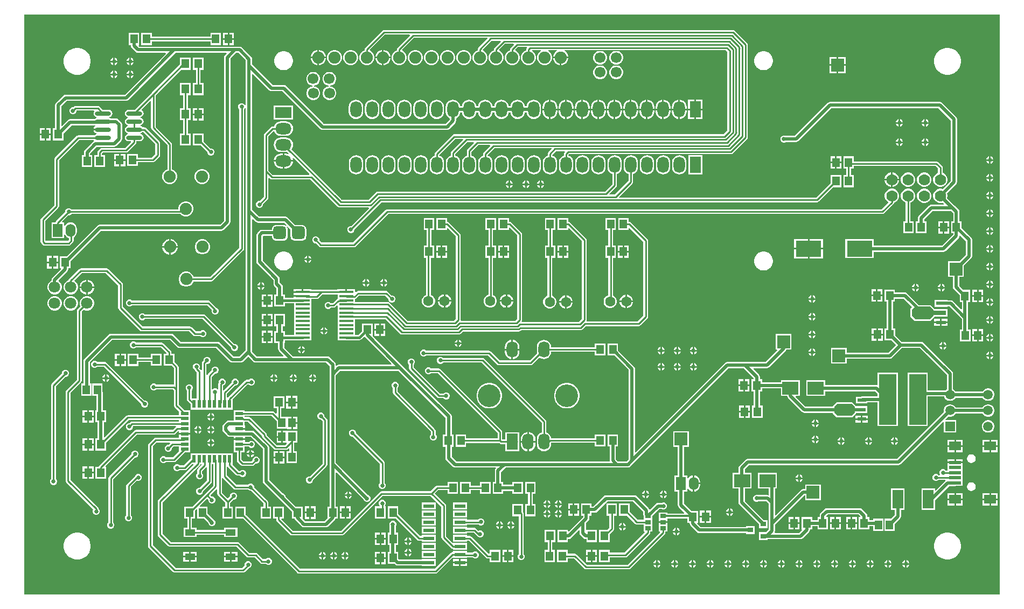
<source format=gtl>
G04*
G04 #@! TF.GenerationSoftware,Altium Limited,CircuitMaker,2.2.1 (2.2.1.6)*
G04*
G04 Layer_Physical_Order=1*
G04 Layer_Color=25308*
%FSLAX25Y25*%
%MOIN*%
G70*
G04*
G04 #@! TF.SameCoordinates,F28D2559-F737-4891-B1EB-476E9D30A9FA*
G04*
G04*
G04 #@! TF.FilePolarity,Positive*
G04*
G01*
G75*
%ADD10C,0.01000*%
%ADD20R,0.15748X0.09842*%
%ADD21R,0.04724X0.05709*%
%ADD22R,0.07480X0.05709*%
%ADD23R,0.07480X0.01968*%
%ADD24R,0.06693X0.02362*%
%ADD25R,0.09000X0.01500*%
%ADD26R,0.05000X0.02200*%
%ADD27R,0.09842X0.07874*%
%ADD28R,0.06299X0.02362*%
%ADD29R,0.07874X0.02756*%
G04:AMPARAMS|DCode=30|XSize=78.74mil|YSize=133.86mil|CornerRadius=0mil|HoleSize=0mil|Usage=FLASHONLY|Rotation=270.000|XOffset=0mil|YOffset=0mil|HoleType=Round|Shape=Octagon|*
%AMOCTAGOND30*
4,1,8,0.06693,0.01968,0.06693,-0.01968,0.04724,-0.03937,-0.04724,-0.03937,-0.06693,-0.01968,-0.06693,0.01968,-0.04724,0.03937,0.04724,0.03937,0.06693,0.01968,0.0*
%
%ADD30OCTAGOND30*%

%ADD31R,0.02200X0.05000*%
G04:AMPARAMS|DCode=32|XSize=80mil|YSize=80mil|CornerRadius=20mil|HoleSize=0mil|Usage=FLASHONLY|Rotation=0.000|XOffset=0mil|YOffset=0mil|HoleType=Round|Shape=RoundedRectangle|*
%AMROUNDEDRECTD32*
21,1,0.08000,0.04000,0,0,0.0*
21,1,0.04000,0.08000,0,0,0.0*
1,1,0.04000,0.02000,-0.02000*
1,1,0.04000,-0.02000,-0.02000*
1,1,0.04000,-0.02000,0.02000*
1,1,0.04000,0.02000,0.02000*
%
%ADD32ROUNDEDRECTD32*%
%ADD33R,0.03543X0.02559*%
%ADD34R,0.07874X0.07874*%
%ADD35R,0.04528X0.05709*%
%ADD36R,0.06600X0.11400*%
%ADD37R,0.04528X0.05512*%
%ADD38R,0.06299X0.03937*%
%ADD39O,0.09842X0.02756*%
%ADD40R,0.03543X0.03150*%
%ADD41R,0.10630X0.31496*%
%ADD42R,0.05512X0.02362*%
%ADD43R,0.07087X0.02362*%
G04:AMPARAMS|DCode=44|XSize=74.8mil|YSize=125.98mil|CornerRadius=0mil|HoleSize=0mil|Usage=FLASHONLY|Rotation=270.000|XOffset=0mil|YOffset=0mil|HoleType=Round|Shape=Octagon|*
%AMOCTAGOND44*
4,1,8,0.06299,0.01870,0.06299,-0.01870,0.04429,-0.03740,-0.04429,-0.03740,-0.06299,-0.01870,-0.06299,0.01870,-0.04429,0.03740,0.04429,0.03740,0.06299,0.01870,0.0*
%
%ADD44OCTAGOND44*%

%ADD88C,0.02000*%
%ADD89C,0.01500*%
%ADD90C,0.01200*%
%ADD91C,0.06299*%
%ADD92O,0.07087X0.10000*%
%ADD93R,0.07087X0.10000*%
%ADD94C,0.06693*%
%ADD95O,0.07000X0.10000*%
%ADD96C,0.14000*%
%ADD97R,0.07000X0.10000*%
%ADD98C,0.07500*%
%ADD99C,0.07087*%
%ADD100R,0.06000X0.08000*%
%ADD101O,0.06000X0.08000*%
%ADD102O,0.10000X0.07087*%
%ADD103R,0.10000X0.07087*%
%ADD104C,0.07000*%
%ADD105C,0.05905*%
%ADD106R,0.05905X0.05905*%
%ADD107C,0.02500*%
G36*
X1201000Y245000D02*
X597500D01*
Y604000D01*
X1201000D01*
Y245000D01*
D02*
G37*
%LPC*%
G36*
X727146Y592734D02*
X724283D01*
Y589380D01*
X727146D01*
Y592734D01*
D02*
G37*
G36*
X723283D02*
X720421D01*
Y589380D01*
X723283D01*
Y592734D01*
D02*
G37*
G36*
X676399Y592635D02*
X669875D01*
Y585126D01*
X676399D01*
Y587453D01*
X712647D01*
Y585126D01*
X719172D01*
Y592634D01*
X712647D01*
Y590308D01*
X676399D01*
Y592635D01*
D02*
G37*
G36*
X727146Y588380D02*
X724283D01*
Y585026D01*
X727146D01*
Y588380D01*
D02*
G37*
G36*
X723283D02*
X720421D01*
Y585026D01*
X723283D01*
Y588380D01*
D02*
G37*
G36*
X820025Y582144D02*
X819900D01*
Y577894D01*
X824150D01*
Y578019D01*
X823826Y579227D01*
X823201Y580310D01*
X822317Y581195D01*
X821233Y581820D01*
X820025Y582144D01*
D02*
G37*
G36*
X818900D02*
X818775D01*
X817567Y581820D01*
X816483Y581195D01*
X815599Y580310D01*
X814974Y579227D01*
X814650Y578019D01*
Y577894D01*
X818900D01*
Y582144D01*
D02*
G37*
G36*
X780025D02*
X779900D01*
Y577894D01*
X784150D01*
Y578019D01*
X783826Y579227D01*
X783201Y580310D01*
X782317Y581195D01*
X781233Y581820D01*
X780025Y582144D01*
D02*
G37*
G36*
X778900D02*
X778775D01*
X777567Y581820D01*
X776483Y581195D01*
X775599Y580310D01*
X774974Y579227D01*
X774650Y578019D01*
Y577894D01*
X778900D01*
Y582144D01*
D02*
G37*
G36*
X663500Y577228D02*
Y575500D01*
X665228D01*
X664908Y576274D01*
X664275Y576907D01*
X663500Y577228D01*
D02*
G37*
G36*
X662500D02*
X661726Y576907D01*
X661093Y576274D01*
X660772Y575500D01*
X662500D01*
Y577228D01*
D02*
G37*
G36*
X653500D02*
Y575500D01*
X655228D01*
X654908Y576274D01*
X654275Y576907D01*
X653500Y577228D01*
D02*
G37*
G36*
X652500D02*
X651725Y576907D01*
X651092Y576274D01*
X650772Y575500D01*
X652500D01*
Y577228D01*
D02*
G37*
G36*
X1105637Y577637D02*
X1101200D01*
Y573200D01*
X1105637D01*
Y577637D01*
D02*
G37*
G36*
X1100200D02*
X1095763D01*
Y573200D01*
X1100200D01*
Y577637D01*
D02*
G37*
G36*
X964334Y581506D02*
X963216D01*
X962136Y581217D01*
X961168Y580658D01*
X960377Y579868D01*
X959818Y578899D01*
X959529Y577819D01*
Y576701D01*
X959818Y575621D01*
X960377Y574653D01*
X961168Y573862D01*
X962136Y573303D01*
X963216Y573014D01*
X964334D01*
X965414Y573303D01*
X966382Y573862D01*
X967173Y574653D01*
X967732Y575621D01*
X968021Y576701D01*
Y577819D01*
X967732Y578899D01*
X967173Y579868D01*
X966382Y580658D01*
X965414Y581217D01*
X964334Y581506D01*
D02*
G37*
G36*
X954334D02*
X953216D01*
X952136Y581217D01*
X951168Y580658D01*
X950377Y579868D01*
X949818Y578899D01*
X949529Y577819D01*
Y576701D01*
X949818Y575621D01*
X950377Y574653D01*
X951168Y573862D01*
X952136Y573303D01*
X953216Y573014D01*
X954334D01*
X955414Y573303D01*
X956382Y573862D01*
X957173Y574653D01*
X957732Y575621D01*
X958021Y576701D01*
Y577819D01*
X957732Y578899D01*
X957173Y579868D01*
X956382Y580658D01*
X955414Y581217D01*
X954334Y581506D01*
D02*
G37*
G36*
X665228Y574500D02*
X663500D01*
Y572772D01*
X664275Y573093D01*
X664908Y573726D01*
X665228Y574500D01*
D02*
G37*
G36*
X662500D02*
X660772D01*
X661093Y573726D01*
X661726Y573093D01*
X662500Y572772D01*
Y574500D01*
D02*
G37*
G36*
X655228D02*
X653500D01*
Y572772D01*
X654275Y573093D01*
X654908Y573726D01*
X655228Y574500D01*
D02*
G37*
G36*
X652500D02*
X650772D01*
X651092Y573726D01*
X651725Y573093D01*
X652500Y572772D01*
Y574500D01*
D02*
G37*
G36*
X870012Y582044D02*
X868788D01*
X867605Y581727D01*
X866545Y581115D01*
X865679Y580249D01*
X865067Y579189D01*
X864750Y578006D01*
Y576782D01*
X865067Y575599D01*
X865679Y574539D01*
X866545Y573673D01*
X867605Y573061D01*
X868788Y572744D01*
X870012D01*
X871195Y573061D01*
X872255Y573673D01*
X873121Y574539D01*
X873733Y575599D01*
X874050Y576782D01*
Y578006D01*
X873733Y579189D01*
X873121Y580249D01*
X872255Y581115D01*
X871195Y581727D01*
X870012Y582044D01*
D02*
G37*
G36*
X860012D02*
X858788D01*
X857605Y581727D01*
X856545Y581115D01*
X855679Y580249D01*
X855067Y579189D01*
X854750Y578006D01*
Y576782D01*
X855067Y575599D01*
X855679Y574539D01*
X856545Y573673D01*
X857605Y573061D01*
X858788Y572744D01*
X860012D01*
X861195Y573061D01*
X862255Y573673D01*
X863121Y574539D01*
X863733Y575599D01*
X864050Y576782D01*
Y578006D01*
X863733Y579189D01*
X863121Y580249D01*
X862255Y581115D01*
X861195Y581727D01*
X860012Y582044D01*
D02*
G37*
G36*
X850012D02*
X848788D01*
X847605Y581727D01*
X846545Y581115D01*
X845679Y580249D01*
X845067Y579189D01*
X844750Y578006D01*
Y576782D01*
X845067Y575599D01*
X845679Y574539D01*
X846545Y573673D01*
X847605Y573061D01*
X848788Y572744D01*
X850012D01*
X851195Y573061D01*
X852255Y573673D01*
X853121Y574539D01*
X853733Y575599D01*
X854050Y576782D01*
Y578006D01*
X853733Y579189D01*
X853121Y580249D01*
X852255Y581115D01*
X851195Y581727D01*
X850012Y582044D01*
D02*
G37*
G36*
X840012D02*
X838788D01*
X837605Y581727D01*
X836545Y581115D01*
X835679Y580249D01*
X835067Y579189D01*
X834750Y578006D01*
Y576782D01*
X835067Y575599D01*
X835679Y574539D01*
X836545Y573673D01*
X837605Y573061D01*
X838788Y572744D01*
X840012D01*
X841195Y573061D01*
X842255Y573673D01*
X843121Y574539D01*
X843733Y575599D01*
X844050Y576782D01*
Y578006D01*
X843733Y579189D01*
X843121Y580249D01*
X842255Y581115D01*
X841195Y581727D01*
X840012Y582044D01*
D02*
G37*
G36*
X800012D02*
X798788D01*
X797605Y581727D01*
X796545Y581115D01*
X795679Y580249D01*
X795067Y579189D01*
X794750Y578006D01*
Y576782D01*
X795067Y575599D01*
X795679Y574539D01*
X796545Y573673D01*
X797605Y573061D01*
X798788Y572744D01*
X800012D01*
X801195Y573061D01*
X802255Y573673D01*
X803121Y574539D01*
X803733Y575599D01*
X804050Y576782D01*
Y578006D01*
X803733Y579189D01*
X803121Y580249D01*
X802255Y581115D01*
X801195Y581727D01*
X800012Y582044D01*
D02*
G37*
G36*
X790012D02*
X788788D01*
X787605Y581727D01*
X786545Y581115D01*
X785679Y580249D01*
X785067Y579189D01*
X784750Y578006D01*
Y576782D01*
X785067Y575599D01*
X785679Y574539D01*
X786545Y573673D01*
X787605Y573061D01*
X788788Y572744D01*
X790012D01*
X791195Y573061D01*
X792255Y573673D01*
X793121Y574539D01*
X793733Y575599D01*
X794050Y576782D01*
Y578006D01*
X793733Y579189D01*
X793121Y580249D01*
X792255Y581115D01*
X791195Y581727D01*
X790012Y582044D01*
D02*
G37*
G36*
X934150Y576894D02*
X929900D01*
Y572644D01*
X930025D01*
X931233Y572967D01*
X932317Y573593D01*
X933201Y574477D01*
X933826Y575560D01*
X934150Y576768D01*
Y576894D01*
D02*
G37*
G36*
X928900D02*
X924650D01*
Y576768D01*
X924974Y575560D01*
X925599Y574477D01*
X926483Y573593D01*
X927567Y572967D01*
X928775Y572644D01*
X928900D01*
Y576894D01*
D02*
G37*
G36*
X824150D02*
X819900D01*
Y572644D01*
X820025D01*
X821233Y572967D01*
X822317Y573593D01*
X823201Y574477D01*
X823826Y575560D01*
X824150Y576768D01*
Y576894D01*
D02*
G37*
G36*
X818900D02*
X814650D01*
Y576768D01*
X814974Y575560D01*
X815599Y574477D01*
X816483Y573593D01*
X817567Y572967D01*
X818775Y572644D01*
X818900D01*
Y576894D01*
D02*
G37*
G36*
X784150D02*
X779900D01*
Y572644D01*
X780025D01*
X781233Y572967D01*
X782317Y573593D01*
X783201Y574477D01*
X783826Y575560D01*
X784150Y576768D01*
Y576894D01*
D02*
G37*
G36*
X778900D02*
X774650D01*
Y576768D01*
X774974Y575560D01*
X775599Y574477D01*
X776483Y573593D01*
X777567Y572967D01*
X778775Y572644D01*
X778900D01*
Y576894D01*
D02*
G37*
G36*
X1055473Y581215D02*
X1054327D01*
X1053202Y580991D01*
X1052143Y580552D01*
X1051189Y579916D01*
X1050378Y579105D01*
X1049741Y578151D01*
X1049302Y577092D01*
X1049079Y575967D01*
Y574821D01*
X1049302Y573696D01*
X1049741Y572636D01*
X1050378Y571683D01*
X1051189Y570872D01*
X1052143Y570235D01*
X1053202Y569796D01*
X1054327Y569572D01*
X1055473D01*
X1056598Y569796D01*
X1057657Y570235D01*
X1058611Y570872D01*
X1059422Y571683D01*
X1060059Y572636D01*
X1060498Y573696D01*
X1060721Y574821D01*
Y575967D01*
X1060498Y577092D01*
X1060059Y578151D01*
X1059422Y579105D01*
X1058611Y579916D01*
X1057657Y580552D01*
X1056598Y580991D01*
X1055473Y581215D01*
D02*
G37*
G36*
X758473D02*
X757327D01*
X756202Y580991D01*
X755143Y580552D01*
X754189Y579916D01*
X753378Y579105D01*
X752741Y578151D01*
X752302Y577092D01*
X752079Y575967D01*
Y574821D01*
X752302Y573696D01*
X752741Y572636D01*
X753378Y571683D01*
X754189Y570872D01*
X755143Y570235D01*
X756202Y569796D01*
X757327Y569572D01*
X758473D01*
X759598Y569796D01*
X760657Y570235D01*
X761611Y570872D01*
X762422Y571683D01*
X763059Y572636D01*
X763498Y573696D01*
X763721Y574821D01*
Y575967D01*
X763498Y577092D01*
X763059Y578151D01*
X762422Y579105D01*
X761611Y579916D01*
X760657Y580552D01*
X759598Y580991D01*
X758473Y581215D01*
D02*
G37*
G36*
X1105637Y572200D02*
X1101200D01*
Y567763D01*
X1105637D01*
Y572200D01*
D02*
G37*
G36*
X1100200D02*
X1095763D01*
Y567763D01*
X1100200D01*
Y572200D01*
D02*
G37*
G36*
X663500Y569228D02*
Y567500D01*
X665228D01*
X664908Y568274D01*
X664275Y568907D01*
X663500Y569228D01*
D02*
G37*
G36*
X662500D02*
X661726Y568907D01*
X661093Y568274D01*
X660772Y567500D01*
X662500D01*
Y569228D01*
D02*
G37*
G36*
X653500D02*
Y567500D01*
X655228D01*
X654908Y568274D01*
X654275Y568907D01*
X653500Y569228D01*
D02*
G37*
G36*
X652500D02*
X651725Y568907D01*
X651092Y568274D01*
X650772Y567500D01*
X652500D01*
Y569228D01*
D02*
G37*
G36*
X1169522Y583450D02*
X1167878D01*
X1166264Y583129D01*
X1164745Y582500D01*
X1163377Y581586D01*
X1162214Y580423D01*
X1161300Y579055D01*
X1160671Y577536D01*
X1160350Y575922D01*
Y574278D01*
X1160671Y572664D01*
X1161300Y571145D01*
X1162214Y569777D01*
X1163377Y568614D01*
X1164745Y567700D01*
X1166264Y567071D01*
X1167878Y566750D01*
X1169522D01*
X1171136Y567071D01*
X1172655Y567700D01*
X1174023Y568614D01*
X1175186Y569777D01*
X1176100Y571145D01*
X1176729Y572664D01*
X1177050Y574278D01*
Y575922D01*
X1176729Y577536D01*
X1176100Y579055D01*
X1175186Y580423D01*
X1174023Y581586D01*
X1172655Y582500D01*
X1171136Y583129D01*
X1169522Y583450D01*
D02*
G37*
G36*
X631022D02*
X629378D01*
X627764Y583129D01*
X626245Y582500D01*
X624877Y581586D01*
X623714Y580423D01*
X622800Y579055D01*
X622171Y577536D01*
X621850Y575922D01*
Y574278D01*
X622171Y572664D01*
X622800Y571145D01*
X623714Y569777D01*
X624877Y568614D01*
X626245Y567700D01*
X627764Y567071D01*
X629378Y566750D01*
X631022D01*
X632636Y567071D01*
X634155Y567700D01*
X635523Y568614D01*
X636686Y569777D01*
X637600Y571145D01*
X638229Y572664D01*
X638550Y574278D01*
Y575922D01*
X638229Y577536D01*
X637600Y579055D01*
X636686Y580423D01*
X635523Y581586D01*
X634155Y582500D01*
X632636Y583129D01*
X631022Y583450D01*
D02*
G37*
G36*
X665228Y566500D02*
X663500D01*
Y564772D01*
X664275Y565093D01*
X664908Y565726D01*
X665228Y566500D01*
D02*
G37*
G36*
X662500D02*
X660772D01*
X661093Y565726D01*
X661726Y565093D01*
X662500Y564772D01*
Y566500D01*
D02*
G37*
G36*
X655228D02*
X653500D01*
Y564772D01*
X654275Y565093D01*
X654908Y565726D01*
X655228Y566500D01*
D02*
G37*
G36*
X652500D02*
X650772D01*
X651092Y565726D01*
X651725Y565093D01*
X652500Y564772D01*
Y566500D01*
D02*
G37*
G36*
X964284Y572486D02*
X963166D01*
X962086Y572197D01*
X961118Y571638D01*
X960327Y570847D01*
X959768Y569879D01*
X959479Y568799D01*
Y567681D01*
X959768Y566601D01*
X960327Y565632D01*
X961118Y564842D01*
X962086Y564283D01*
X963166Y563994D01*
X964284D01*
X965364Y564283D01*
X966332Y564842D01*
X967123Y565632D01*
X967682Y566601D01*
X967972Y567681D01*
Y568799D01*
X967682Y569879D01*
X967123Y570847D01*
X966332Y571638D01*
X965364Y572197D01*
X964284Y572486D01*
D02*
G37*
G36*
X954284D02*
X953166D01*
X952086Y572197D01*
X951118Y571638D01*
X950327Y570847D01*
X949768Y569879D01*
X949479Y568799D01*
Y567681D01*
X949768Y566601D01*
X950327Y565632D01*
X951118Y564842D01*
X952086Y564283D01*
X953166Y563994D01*
X954284D01*
X955364Y564283D01*
X956332Y564842D01*
X957123Y565632D01*
X957682Y566601D01*
X957971Y567681D01*
Y568799D01*
X957682Y569879D01*
X957123Y570847D01*
X956332Y571638D01*
X955364Y572197D01*
X954284Y572486D01*
D02*
G37*
G36*
X708299Y577301D02*
X701775D01*
Y569792D01*
X703610D01*
Y561667D01*
X701775D01*
Y554159D01*
X708299D01*
Y561667D01*
X706464D01*
Y569792D01*
X708299D01*
Y577301D01*
D02*
G37*
G36*
X786784Y568486D02*
X785666D01*
X784586Y568197D01*
X783618Y567638D01*
X782827Y566847D01*
X782268Y565879D01*
X781979Y564799D01*
Y563681D01*
X782268Y562601D01*
X782827Y561632D01*
X783618Y560842D01*
X784586Y560283D01*
X785666Y559994D01*
X785684D01*
X785716Y559507D01*
X784636Y559217D01*
X783668Y558658D01*
X782877Y557867D01*
X782318Y556899D01*
X782028Y555819D01*
Y554701D01*
X782318Y553621D01*
X782877Y552653D01*
X783668Y551862D01*
X784636Y551303D01*
X785716Y551014D01*
X786834D01*
X787914Y551303D01*
X788882Y551862D01*
X789673Y552653D01*
X790232Y553621D01*
X790521Y554701D01*
Y555819D01*
X790232Y556899D01*
X789673Y557867D01*
X788882Y558658D01*
X787914Y559217D01*
X786834Y559507D01*
X786816D01*
X786784Y559994D01*
X787864Y560283D01*
X788832Y560842D01*
X789623Y561632D01*
X790182Y562601D01*
X790472Y563681D01*
Y564799D01*
X790182Y565879D01*
X789623Y566847D01*
X788832Y567638D01*
X787864Y568197D01*
X786784Y568486D01*
D02*
G37*
G36*
X776784D02*
X775666D01*
X774586Y568197D01*
X773618Y567638D01*
X772827Y566847D01*
X772268Y565879D01*
X771979Y564799D01*
Y563681D01*
X772268Y562601D01*
X772827Y561632D01*
X773618Y560842D01*
X774586Y560283D01*
X775666Y559994D01*
X775684D01*
X775716Y559507D01*
X774636Y559217D01*
X773668Y558658D01*
X772877Y557867D01*
X772318Y556899D01*
X772028Y555819D01*
Y554701D01*
X772318Y553621D01*
X772877Y552653D01*
X773668Y551862D01*
X774636Y551303D01*
X775716Y551014D01*
X776834D01*
X777914Y551303D01*
X778882Y551862D01*
X779673Y552653D01*
X780232Y553621D01*
X780521Y554701D01*
Y555819D01*
X780232Y556899D01*
X779673Y557867D01*
X778882Y558658D01*
X777914Y559217D01*
X776834Y559507D01*
X776816D01*
X776784Y559994D01*
X777864Y560283D01*
X778832Y560842D01*
X779623Y561632D01*
X780182Y562601D01*
X780472Y563681D01*
Y564799D01*
X780182Y565879D01*
X779623Y566847D01*
X778832Y567638D01*
X777864Y568197D01*
X776784Y568486D01*
D02*
G37*
G36*
X1017243Y551300D02*
X1013200D01*
Y545800D01*
X1017243D01*
Y551300D01*
D02*
G37*
G36*
X983200Y551273D02*
Y545800D01*
X987282D01*
Y546757D01*
X987126Y547943D01*
X986669Y549048D01*
X985940Y549997D01*
X984991Y550725D01*
X983886Y551183D01*
X983200Y551273D01*
D02*
G37*
G36*
X933200D02*
Y545800D01*
X937282D01*
Y546757D01*
X937126Y547943D01*
X936669Y549048D01*
X935940Y549997D01*
X934991Y550725D01*
X933886Y551183D01*
X933200Y551273D01*
D02*
G37*
G36*
X1003200D02*
Y545800D01*
X1007283D01*
Y546757D01*
X1007126Y547943D01*
X1006669Y549048D01*
X1005940Y549997D01*
X1004991Y550725D01*
X1003886Y551183D01*
X1003200Y551273D01*
D02*
G37*
G36*
X993200D02*
Y545800D01*
X997283D01*
Y546757D01*
X997126Y547943D01*
X996669Y549048D01*
X995940Y549997D01*
X994991Y550725D01*
X993886Y551183D01*
X993200Y551273D01*
D02*
G37*
G36*
X963200D02*
Y545800D01*
X967282D01*
Y546757D01*
X967126Y547943D01*
X966669Y549048D01*
X965940Y549997D01*
X964991Y550725D01*
X963886Y551183D01*
X963200Y551273D01*
D02*
G37*
G36*
X953200D02*
Y545800D01*
X957283D01*
Y546757D01*
X957126Y547943D01*
X956669Y549048D01*
X955940Y549997D01*
X954991Y550725D01*
X953886Y551183D01*
X953200Y551273D01*
D02*
G37*
G36*
X923200D02*
Y545800D01*
X927283D01*
Y546757D01*
X927126Y547943D01*
X926669Y549048D01*
X925940Y549997D01*
X924991Y550725D01*
X923886Y551183D01*
X923200Y551273D01*
D02*
G37*
G36*
X973200D02*
Y545800D01*
X977283D01*
Y546757D01*
X977126Y547943D01*
X976669Y549048D01*
X975940Y549997D01*
X974991Y550725D01*
X973886Y551183D01*
X973200Y551273D01*
D02*
G37*
G36*
X943200D02*
Y545800D01*
X947283D01*
Y546757D01*
X947126Y547943D01*
X946669Y549048D01*
X945940Y549997D01*
X944991Y550725D01*
X943886Y551183D01*
X943200Y551273D01*
D02*
G37*
G36*
X1012200Y551300D02*
X1008157D01*
Y545800D01*
X1012200D01*
Y551300D01*
D02*
G37*
G36*
X932200Y551273D02*
X931514Y551183D01*
X930409Y550725D01*
X929460Y549997D01*
X928731Y549048D01*
X928274Y547943D01*
X928117Y546757D01*
Y545800D01*
X932200D01*
Y551273D01*
D02*
G37*
G36*
X1002200D02*
X1001514Y551183D01*
X1000409Y550725D01*
X999460Y549997D01*
X998731Y549048D01*
X998274Y547943D01*
X998118Y546757D01*
Y545800D01*
X1002200D01*
Y551273D01*
D02*
G37*
G36*
X992200D02*
X991514Y551183D01*
X990409Y550725D01*
X989460Y549997D01*
X988731Y549048D01*
X988274Y547943D01*
X988118Y546757D01*
Y545800D01*
X992200D01*
Y551273D01*
D02*
G37*
G36*
X982200D02*
X981514Y551183D01*
X980409Y550725D01*
X979460Y549997D01*
X978731Y549048D01*
X978274Y547943D01*
X978117Y546757D01*
Y545800D01*
X982200D01*
Y551273D01*
D02*
G37*
G36*
X952200D02*
X951514Y551183D01*
X950409Y550725D01*
X949460Y549997D01*
X948731Y549048D01*
X948274Y547943D01*
X948118Y546757D01*
Y545800D01*
X952200D01*
Y551273D01*
D02*
G37*
G36*
X922200D02*
X921514Y551183D01*
X920409Y550725D01*
X919460Y549997D01*
X918731Y549048D01*
X918274Y547943D01*
X918118Y546757D01*
Y545800D01*
X922200D01*
Y551273D01*
D02*
G37*
G36*
X972200D02*
X971514Y551183D01*
X970409Y550725D01*
X969460Y549997D01*
X968731Y549048D01*
X968274Y547943D01*
X968118Y546757D01*
Y545800D01*
X972200D01*
Y551273D01*
D02*
G37*
G36*
X962200D02*
X961514Y551183D01*
X960409Y550725D01*
X959460Y549997D01*
X958731Y549048D01*
X958274Y547943D01*
X958117Y546757D01*
Y545800D01*
X962200D01*
Y551273D01*
D02*
G37*
G36*
X942200D02*
X941514Y551183D01*
X940409Y550725D01*
X939460Y549997D01*
X938731Y549048D01*
X938274Y547943D01*
X938118Y546757D01*
Y545800D01*
X942200D01*
Y551273D01*
D02*
G37*
G36*
X708399Y546134D02*
X705537D01*
Y542780D01*
X708399D01*
Y546134D01*
D02*
G37*
G36*
X704537D02*
X701675D01*
Y542780D01*
X704537D01*
Y546134D01*
D02*
G37*
G36*
X668525Y592635D02*
X662001D01*
Y585126D01*
X663326D01*
Y584737D01*
X663473Y583996D01*
X663893Y583367D01*
X666393Y580867D01*
X667022Y580447D01*
X667763Y580300D01*
X684907D01*
X685098Y579838D01*
X659698Y554437D01*
X623000D01*
X622259Y554290D01*
X621630Y553870D01*
X617003Y549242D01*
X616583Y548614D01*
X616435Y547873D01*
Y533635D01*
X615110D01*
Y526126D01*
X621635D01*
Y530403D01*
X626667Y535435D01*
X641295D01*
X641446Y534935D01*
X640897Y534568D01*
X640371Y533781D01*
X640286Y533354D01*
X646154D01*
Y532354D01*
X640286D01*
X640371Y531926D01*
X640897Y531139D01*
X641683Y530614D01*
X641965Y530557D01*
Y530048D01*
X641722Y529999D01*
X640969Y529496D01*
X640825Y529281D01*
X630854D01*
X630307Y529172D01*
X629844Y528863D01*
X629844Y528863D01*
X616491Y515509D01*
X616181Y515046D01*
X616073Y514500D01*
X616073Y514500D01*
Y486091D01*
X607991Y478009D01*
X607681Y477546D01*
X607573Y477000D01*
X607573Y477000D01*
Y463500D01*
X607573Y463500D01*
X607681Y462954D01*
X607991Y462491D01*
X608991Y461491D01*
X608991Y461491D01*
X609454Y461181D01*
X610000Y461073D01*
X625000D01*
X625000Y461073D01*
X625546Y461181D01*
X626009Y461491D01*
X627509Y462991D01*
X627819Y463454D01*
X627927Y464000D01*
X627927Y464000D01*
Y466062D01*
X628004Y466093D01*
X628819Y466718D01*
X629444Y467533D01*
X629837Y468482D01*
X629971Y469500D01*
Y471500D01*
X629837Y472518D01*
X629444Y473467D01*
X628819Y474282D01*
X628004Y474907D01*
X627055Y475300D01*
X626037Y475434D01*
X625019Y475300D01*
X624070Y474907D01*
X623255Y474282D01*
X622630Y473467D01*
X622563Y473304D01*
X622063Y473404D01*
Y475400D01*
X621072D01*
X620881Y475862D01*
X624869Y479850D01*
X625428D01*
X626218Y480177D01*
X626613Y480573D01*
X694051D01*
X694545Y480079D01*
X695605Y479467D01*
X696788Y479150D01*
X698012D01*
X699195Y479467D01*
X700255Y480079D01*
X701121Y480945D01*
X701733Y482005D01*
X702050Y483188D01*
Y484412D01*
X701733Y485595D01*
X701121Y486655D01*
X700255Y487521D01*
X699195Y488133D01*
X698012Y488450D01*
X696788D01*
X695605Y488133D01*
X694545Y487521D01*
X693679Y486655D01*
X693067Y485595D01*
X692750Y484412D01*
Y483427D01*
X626613D01*
X626218Y483823D01*
X625428Y484150D01*
X624572D01*
X623782Y483823D01*
X623177Y483218D01*
X622850Y482428D01*
Y481869D01*
X617154Y476172D01*
X616844Y475709D01*
X616783Y475400D01*
X614263D01*
Y465600D01*
X622063D01*
Y467596D01*
X622563Y467696D01*
X622630Y467533D01*
X623255Y466718D01*
X624070Y466093D01*
X625019Y465700D01*
X625073Y465693D01*
Y464591D01*
X624409Y463927D01*
X610591D01*
X610427Y464091D01*
Y476409D01*
X618509Y484491D01*
X618509Y484491D01*
X618819Y484954D01*
X618927Y485500D01*
X618927Y485500D01*
Y513909D01*
X631445Y526426D01*
X640402D01*
X640564Y526222D01*
X640456Y525588D01*
X640130Y525370D01*
X634893Y520133D01*
X634473Y519504D01*
X634326Y518763D01*
Y517108D01*
X633001D01*
Y509599D01*
X639525D01*
Y517108D01*
X638200D01*
Y517961D01*
X642302Y522063D01*
X653000D01*
X653741Y522210D01*
X654370Y522630D01*
X657370Y525630D01*
X657790Y526259D01*
X657937Y527000D01*
Y536000D01*
X657790Y536741D01*
X657370Y537370D01*
X655516Y539223D01*
X654888Y539643D01*
X654146Y539791D01*
X650899D01*
X650587Y539999D01*
X650088Y540099D01*
Y540608D01*
X650587Y540708D01*
X651340Y541211D01*
X651844Y541965D01*
X652020Y542853D01*
X651844Y543742D01*
X651340Y544496D01*
X650587Y544999D01*
X649698Y545176D01*
X645851D01*
X644017Y547009D01*
X643554Y547319D01*
X643008Y547427D01*
X643008Y547427D01*
X629000D01*
X629000Y547427D01*
X628454Y547319D01*
X627991Y547009D01*
X627631Y546650D01*
X627072D01*
X626282Y546323D01*
X625677Y545718D01*
X625350Y544928D01*
Y544072D01*
X625677Y543282D01*
X626282Y542677D01*
X627072Y542350D01*
X627928D01*
X628718Y542677D01*
X629323Y543282D01*
X629650Y544072D01*
Y544573D01*
X640419D01*
X640686Y544073D01*
X640465Y543742D01*
X640288Y542853D01*
X640465Y541965D01*
X640969Y541211D01*
X641722Y540708D01*
X642221Y540608D01*
Y540099D01*
X641722Y539999D01*
X640969Y539496D01*
X640844Y539310D01*
X625865D01*
X625124Y539162D01*
X624495Y538742D01*
X620772Y535019D01*
X620310Y535210D01*
Y547070D01*
X623802Y550563D01*
X660500D01*
X661241Y550710D01*
X661870Y551130D01*
X691039Y580300D01*
X722407D01*
X722598Y579838D01*
X721630Y578870D01*
X721210Y578241D01*
X721063Y577500D01*
Y476402D01*
X718598Y473937D01*
X644117D01*
X643375Y473790D01*
X642747Y473370D01*
X623800Y454423D01*
X619523D01*
Y446914D01*
X620021D01*
X620213Y446452D01*
X614837Y441076D01*
X614417Y440448D01*
X614269Y439706D01*
Y439264D01*
X613478Y438807D01*
X612651Y437980D01*
X612066Y436967D01*
X611763Y435837D01*
Y434667D01*
X612066Y433537D01*
X612651Y432524D01*
X613478Y431697D01*
X614491Y431111D01*
X615621Y430809D01*
X616791D01*
X617921Y431111D01*
X618935Y431697D01*
X619762Y432524D01*
X620347Y433537D01*
X620650Y434667D01*
Y435837D01*
X620347Y436967D01*
X619762Y437980D01*
X618935Y438807D01*
X618728Y438927D01*
X618662Y439423D01*
X624155Y444915D01*
X624575Y445544D01*
X624722Y446285D01*
Y446914D01*
X626047D01*
Y451191D01*
X644919Y470063D01*
X719401D01*
X720142Y470210D01*
X720770Y470630D01*
X724370Y474230D01*
X724790Y474858D01*
X724937Y475599D01*
Y576698D01*
X728539Y580300D01*
X729961D01*
X734563Y575698D01*
Y572500D01*
Y547738D01*
X734063Y547638D01*
X733823Y548218D01*
X733218Y548823D01*
X732428Y549150D01*
X731572D01*
X730782Y548823D01*
X730177Y548218D01*
X729850Y547428D01*
Y546572D01*
X730177Y545782D01*
X730573Y545387D01*
Y459591D01*
X712637Y441656D01*
X702061D01*
X701963Y442023D01*
X701351Y443084D01*
X700485Y443950D01*
X699425Y444562D01*
X698242Y444879D01*
X697018D01*
X695835Y444562D01*
X694775Y443950D01*
X693909Y443084D01*
X693297Y442023D01*
X692980Y440841D01*
Y439616D01*
X693297Y438434D01*
X693909Y437373D01*
X694775Y436508D01*
X695835Y435895D01*
X697018Y435579D01*
X698242D01*
X699425Y435895D01*
X700485Y436508D01*
X701351Y437373D01*
X701963Y438434D01*
X702061Y438801D01*
X713229D01*
X713229Y438801D01*
X713775Y438910D01*
X714238Y439219D01*
X733009Y457991D01*
X733009Y457991D01*
X733319Y458454D01*
X733427Y459000D01*
X733427Y459000D01*
Y545387D01*
X733823Y545782D01*
X734063Y546362D01*
X734563Y546262D01*
Y482500D01*
Y396302D01*
X730698Y392437D01*
X726803D01*
X718370Y400870D01*
X717741Y401290D01*
X717000Y401437D01*
X694302D01*
X689870Y405870D01*
X689241Y406290D01*
X688500Y406437D01*
X651000D01*
X650259Y406290D01*
X649630Y405870D01*
X634630Y390870D01*
X634210Y390241D01*
X634063Y389500D01*
Y375555D01*
X632665D01*
Y368046D01*
X638992D01*
Y375555D01*
X637937D01*
Y388698D01*
X651802Y402563D01*
X687698D01*
X692130Y398130D01*
X692759Y397710D01*
X693500Y397563D01*
X716198D01*
X724630Y389130D01*
X725259Y388710D01*
X726000Y388563D01*
X731500D01*
X732241Y388710D01*
X732870Y389130D01*
X736000Y392260D01*
X739130Y389130D01*
X739759Y388710D01*
X740500Y388563D01*
X784198D01*
X786368Y386393D01*
Y381500D01*
Y328000D01*
Y299492D01*
X785043D01*
Y292282D01*
X783198Y290437D01*
X771302D01*
X769673Y292066D01*
Y299461D01*
X765396D01*
X759150Y305707D01*
Y305928D01*
X758823Y306718D01*
X758218Y307323D01*
X757428Y307650D01*
X757207D01*
X748937Y315920D01*
Y336000D01*
X748790Y336741D01*
X748370Y337370D01*
X739870Y345870D01*
X739241Y346290D01*
X738500Y346437D01*
X733941D01*
Y347087D01*
X730441D01*
Y348087D01*
X733941D01*
Y349687D01*
X733841D01*
Y352073D01*
X735909D01*
X744573Y343409D01*
Y343000D01*
X744573Y343000D01*
X744681Y342454D01*
X744991Y341991D01*
X751991Y334991D01*
X751991Y334991D01*
X752454Y334681D01*
X753000Y334573D01*
X759500D01*
X759500Y334573D01*
X760046Y334681D01*
X760509Y334991D01*
X761047Y335528D01*
X761509Y335337D01*
Y333754D01*
X759674D01*
Y326246D01*
X766198D01*
Y333754D01*
X764363D01*
Y338920D01*
X764389Y338959D01*
X766365D01*
Y346270D01*
X760166D01*
Y346370D01*
X757402D01*
Y342614D01*
Y338859D01*
X759633D01*
X759840Y338358D01*
X758909Y337427D01*
X753591D01*
X747427Y343591D01*
Y344000D01*
X747427Y344000D01*
X747319Y344546D01*
X747009Y345009D01*
X747009Y345009D01*
X737509Y354509D01*
X737046Y354819D01*
X736500Y354927D01*
X736500Y354927D01*
X734297D01*
X733841Y355035D01*
Y355608D01*
X750552D01*
X753739Y352421D01*
Y347620D01*
X759938D01*
Y347520D01*
X762702D01*
Y351276D01*
Y355032D01*
X759938D01*
Y354932D01*
X756490D01*
Y360250D01*
X758324D01*
Y367759D01*
X751800D01*
Y360250D01*
X753635D01*
Y357216D01*
X753173Y357024D01*
X752152Y358045D01*
X751689Y358354D01*
X751143Y358463D01*
X751143Y358463D01*
X733841D01*
Y359035D01*
X727041D01*
Y355886D01*
X727041D01*
Y352673D01*
X723736D01*
X722995Y352526D01*
X722366Y352106D01*
X720630Y350370D01*
X720210Y349741D01*
X720063Y349000D01*
Y347000D01*
X720210Y346259D01*
X720630Y345630D01*
X723130Y343130D01*
X723759Y342710D01*
X724500Y342563D01*
X726941D01*
Y341712D01*
X730441D01*
X733941D01*
Y342563D01*
X737698D01*
X745063Y335198D01*
Y315117D01*
X745210Y314376D01*
X745630Y313748D01*
X763149Y296229D01*
Y291952D01*
X764601D01*
X764621Y291848D01*
X765041Y291219D01*
X769130Y287130D01*
X769759Y286710D01*
X770500Y286563D01*
X784000D01*
X784741Y286710D01*
X785370Y287130D01*
X789675Y291435D01*
X790041Y291984D01*
X791567D01*
Y299492D01*
X790242D01*
Y320365D01*
X790704Y320556D01*
X807465Y303796D01*
X807677Y303282D01*
X808282Y302677D01*
X809072Y302350D01*
X809928D01*
X810718Y302677D01*
X811323Y303282D01*
X811650Y304072D01*
Y304928D01*
X811323Y305718D01*
X810718Y306323D01*
X810204Y306536D01*
X790242Y326497D01*
Y328000D01*
Y380698D01*
X792989Y383444D01*
X829079D01*
X858063Y354461D01*
Y344024D01*
X856501D01*
Y336515D01*
X858063D01*
Y329500D01*
X858210Y328759D01*
X858630Y328130D01*
X862630Y324130D01*
X863259Y323710D01*
X864000Y323563D01*
X889170D01*
X889361Y323101D01*
X889164Y322904D01*
X888744Y322275D01*
X888597Y321534D01*
Y314735D01*
X887272D01*
Y307226D01*
X893796D01*
Y309043D01*
X899448D01*
Y307226D01*
X905972D01*
Y314735D01*
X899448D01*
Y312918D01*
X893796D01*
Y314735D01*
X892471D01*
Y320732D01*
X895302Y323563D01*
X971000D01*
X971741Y323710D01*
X972370Y324130D01*
X974870Y326630D01*
X1033302Y385063D01*
X1042698D01*
X1048798Y378963D01*
Y378225D01*
X1047473D01*
Y370717D01*
X1048798D01*
Y361856D01*
X1047722D01*
Y354347D01*
X1054246D01*
Y361856D01*
X1052672D01*
Y370717D01*
X1053997D01*
Y372534D01*
X1065657D01*
Y367862D01*
X1069573D01*
X1069688Y367281D01*
X1070108Y366652D01*
X1078682Y358078D01*
X1079311Y357658D01*
X1080052Y357511D01*
X1097752D01*
Y357128D01*
X1100072Y354808D01*
X1109830D01*
X1112150Y357128D01*
Y357367D01*
X1119237D01*
Y361529D01*
X1112150D01*
Y361768D01*
X1109830Y364088D01*
X1100072D01*
X1097752Y361768D01*
Y361385D01*
X1080854D01*
X1074840Y367400D01*
X1075031Y367862D01*
X1077299D01*
Y377536D01*
X1065657D01*
Y376408D01*
X1053997D01*
Y378225D01*
X1052672D01*
Y379765D01*
X1052525Y380506D01*
X1052105Y381135D01*
X1048639Y384601D01*
X1048830Y385063D01*
X1056970D01*
X1057711Y385210D01*
X1058340Y385630D01*
X1068671Y395961D01*
X1069091Y396589D01*
X1069096Y396614D01*
X1072138D01*
Y406288D01*
X1062464D01*
Y396614D01*
X1063191D01*
X1063383Y396152D01*
X1056168Y388937D01*
X1032500D01*
X1031759Y388790D01*
X1031130Y388370D01*
X975899Y333139D01*
X975437Y333330D01*
Y384757D01*
X975290Y385498D01*
X974870Y386126D01*
X964899Y396097D01*
Y400374D01*
X958375D01*
Y392865D01*
X962652D01*
X971563Y383954D01*
Y328802D01*
X970198Y327437D01*
X964802D01*
X963574Y328665D01*
Y336665D01*
X964899D01*
Y344174D01*
X958375D01*
Y336665D01*
X959700D01*
Y327863D01*
X959708Y327824D01*
X959390Y327437D01*
X864802D01*
X861937Y330302D01*
Y336515D01*
X863025D01*
Y344024D01*
X861937D01*
Y355263D01*
X861790Y356004D01*
X861370Y356633D01*
X831251Y386751D01*
X831251Y386751D01*
X831251Y386752D01*
X828501Y389501D01*
X828501Y389501D01*
X827251Y390751D01*
X813217Y404786D01*
X812925Y405146D01*
X812925D01*
X812925Y405146D01*
Y412654D01*
X806401D01*
Y408017D01*
X804192Y405808D01*
X802100D01*
Y410152D01*
Y412711D01*
Y415493D01*
X820801D01*
X830004Y406291D01*
X830467Y405981D01*
X831013Y405873D01*
X831013Y405873D01*
X866361D01*
X866361Y405873D01*
X866907Y405981D01*
X867370Y406291D01*
X868852Y407773D01*
X903574D01*
X903574Y407773D01*
X904120Y407881D01*
X904583Y408191D01*
X904965Y408573D01*
X941687D01*
X941687Y408573D01*
X942233Y408681D01*
X942696Y408991D01*
X944878Y411173D01*
X977600D01*
X977600Y411173D01*
X978146Y411281D01*
X978609Y411591D01*
X983009Y415991D01*
X983319Y416454D01*
X983427Y417000D01*
X983427Y417000D01*
Y464000D01*
X983427Y464000D01*
X983319Y464546D01*
X983009Y465009D01*
X972721Y475298D01*
X972258Y475608D01*
X971711Y475716D01*
X971444Y476094D01*
Y478043D01*
X964920D01*
Y470535D01*
X971444D01*
Y471884D01*
X971906Y472075D01*
X980573Y463409D01*
Y417591D01*
X977009Y414027D01*
X945547D01*
X945531Y414056D01*
X945333Y414527D01*
X945427Y415000D01*
X945427Y415000D01*
Y464500D01*
X945319Y465046D01*
X945009Y465509D01*
X945009Y465509D01*
X935221Y475298D01*
X934758Y475608D01*
X934211Y475716D01*
X934044Y476160D01*
Y478043D01*
X927520D01*
Y470535D01*
X934044D01*
Y471784D01*
X934506Y471975D01*
X942573Y463909D01*
Y415591D01*
X940809Y413827D01*
X905502D01*
X905234Y414327D01*
X905319Y414454D01*
X905427Y415000D01*
X905427Y415000D01*
Y468000D01*
X905427Y468000D01*
X905319Y468546D01*
X905009Y469009D01*
X905009Y469009D01*
X898721Y475298D01*
X898258Y475608D01*
X897711Y475716D01*
X897244Y475737D01*
Y478043D01*
X890720D01*
Y470535D01*
X897244D01*
Y472084D01*
X897706Y472275D01*
X902573Y467409D01*
Y415591D01*
X901409Y414427D01*
X867823D01*
X867413Y414927D01*
X867427Y415000D01*
X867427Y415000D01*
Y467500D01*
X867319Y468046D01*
X867009Y468509D01*
X867009Y468509D01*
X860221Y475298D01*
X859758Y475608D01*
X859211Y475716D01*
X858991Y476124D01*
Y478043D01*
X852466D01*
Y470535D01*
X858991D01*
Y471837D01*
X859453Y472029D01*
X864573Y466909D01*
Y415591D01*
X863409Y414427D01*
X834591D01*
X823412Y425607D01*
X822949Y425916D01*
X822403Y426025D01*
X822402Y426025D01*
X802100D01*
Y427943D01*
X802326Y427988D01*
X802789Y428297D01*
X804565Y430073D01*
X820909D01*
X822850Y428131D01*
Y427572D01*
X823177Y426782D01*
X823782Y426177D01*
X824572Y425850D01*
X825428D01*
X826218Y426177D01*
X826823Y426782D01*
X827150Y427572D01*
Y428428D01*
X826823Y429218D01*
X826218Y429823D01*
X825428Y430150D01*
X824869D01*
X822509Y432509D01*
X822046Y432819D01*
X821500Y432927D01*
X821500Y432927D01*
X803973D01*
X803973Y432927D01*
X803427Y432819D01*
X802964Y432509D01*
X802964Y432509D01*
X802662Y432207D01*
X802200Y432399D01*
Y434024D01*
X797200D01*
Y432274D01*
X796200D01*
Y434024D01*
X791200D01*
Y433702D01*
X775200D01*
Y434024D01*
X770200D01*
Y432274D01*
X769700D01*
Y431774D01*
X764200D01*
Y430215D01*
X769700D01*
Y429215D01*
X764200D01*
Y428815D01*
X763678Y428711D01*
X763636Y428682D01*
X758762D01*
Y430754D01*
X757437D01*
Y435500D01*
X757290Y436241D01*
X756870Y436870D01*
X755511Y438228D01*
Y440426D01*
X755364Y441167D01*
X754944Y441796D01*
X744937Y451802D01*
Y466635D01*
X745265Y466963D01*
X750590D01*
Y466900D01*
X750690Y466143D01*
X750982Y465438D01*
X751447Y464832D01*
X752052Y464367D01*
X752758Y464075D01*
X753515Y463975D01*
X757515D01*
X758272Y464075D01*
X758978Y464367D01*
X759583Y464832D01*
X760048Y465438D01*
X760340Y466143D01*
X760440Y466900D01*
Y470900D01*
X760340Y471657D01*
X760048Y472363D01*
X759840Y472633D01*
X759933Y472857D01*
X760128Y473080D01*
X760156Y473076D01*
X762169Y471064D01*
X762147Y470900D01*
Y466900D01*
X762247Y466143D01*
X762539Y465438D01*
X763004Y464832D01*
X763610Y464367D01*
X764315Y464075D01*
X765072Y463975D01*
X769072D01*
X769829Y464075D01*
X770535Y464367D01*
X771141Y464832D01*
X771605Y465438D01*
X771898Y466143D01*
X771997Y466900D01*
Y470900D01*
X771898Y471657D01*
X771605Y472363D01*
X771141Y472968D01*
X770535Y473433D01*
X769829Y473725D01*
X769072Y473825D01*
X765072D01*
X764909Y473803D01*
X760342Y478370D01*
X759714Y478790D01*
X758972Y478937D01*
X742802D01*
X738437Y483302D01*
Y567170D01*
X738899Y567361D01*
X749130Y557130D01*
X749759Y556710D01*
X750500Y556563D01*
X757198D01*
X780630Y533130D01*
X781259Y532710D01*
X782000Y532563D01*
X859000D01*
X859741Y532710D01*
X860370Y533130D01*
X864070Y536830D01*
X864490Y537459D01*
X864637Y538200D01*
Y539836D01*
X864941Y539962D01*
X865869Y540674D01*
X866581Y541603D01*
X867029Y542683D01*
X867118Y543363D01*
X868282D01*
X868371Y542683D01*
X868819Y541603D01*
X869531Y540674D01*
X870459Y539962D01*
X871540Y539514D01*
X872700Y539362D01*
X873860Y539514D01*
X874941Y539962D01*
X875869Y540674D01*
X876581Y541603D01*
X877029Y542683D01*
X877118Y543363D01*
X878282D01*
X878371Y542683D01*
X878819Y541603D01*
X879531Y540674D01*
X880459Y539962D01*
X881540Y539514D01*
X882700Y539362D01*
X883860Y539514D01*
X884941Y539962D01*
X885869Y540674D01*
X886581Y541603D01*
X887029Y542683D01*
X887118Y543363D01*
X888282D01*
X888371Y542683D01*
X888819Y541603D01*
X889531Y540674D01*
X890459Y539962D01*
X891540Y539514D01*
X892700Y539362D01*
X893860Y539514D01*
X894941Y539962D01*
X895869Y540674D01*
X896581Y541603D01*
X897029Y542683D01*
X897118Y543363D01*
X898282D01*
X898371Y542683D01*
X898819Y541603D01*
X899531Y540674D01*
X900459Y539962D01*
X901540Y539514D01*
X902700Y539362D01*
X903860Y539514D01*
X904941Y539962D01*
X905869Y540674D01*
X906581Y541603D01*
X907029Y542683D01*
X907118Y543363D01*
X908282D01*
X908371Y542683D01*
X908819Y541603D01*
X909531Y540674D01*
X910459Y539962D01*
X911540Y539514D01*
X912700Y539362D01*
X913860Y539514D01*
X914941Y539962D01*
X915869Y540674D01*
X916581Y541603D01*
X917029Y542683D01*
X917182Y543843D01*
Y546757D01*
X917029Y547917D01*
X916581Y548997D01*
X915869Y549926D01*
X914941Y550638D01*
X913860Y551086D01*
X912700Y551238D01*
X911540Y551086D01*
X910459Y550638D01*
X909531Y549926D01*
X908819Y548997D01*
X908371Y547917D01*
X908282Y547237D01*
X907118D01*
X907029Y547917D01*
X906581Y548997D01*
X905869Y549926D01*
X904941Y550638D01*
X903860Y551086D01*
X902700Y551238D01*
X901540Y551086D01*
X900459Y550638D01*
X899531Y549926D01*
X898819Y548997D01*
X898371Y547917D01*
X898282Y547237D01*
X897118D01*
X897029Y547917D01*
X896581Y548997D01*
X895869Y549926D01*
X894941Y550638D01*
X893860Y551086D01*
X892700Y551238D01*
X891540Y551086D01*
X890459Y550638D01*
X889531Y549926D01*
X888819Y548997D01*
X888371Y547917D01*
X888282Y547237D01*
X887118D01*
X887029Y547917D01*
X886581Y548997D01*
X885869Y549926D01*
X884941Y550638D01*
X883860Y551086D01*
X882700Y551238D01*
X881540Y551086D01*
X880459Y550638D01*
X879531Y549926D01*
X878819Y548997D01*
X878371Y547917D01*
X878282Y547237D01*
X877118D01*
X877029Y547917D01*
X876581Y548997D01*
X875869Y549926D01*
X874941Y550638D01*
X873860Y551086D01*
X872700Y551238D01*
X871540Y551086D01*
X870459Y550638D01*
X869531Y549926D01*
X868819Y548997D01*
X868371Y547917D01*
X868282Y547237D01*
X867118D01*
X867029Y547917D01*
X866581Y548997D01*
X865869Y549926D01*
X864941Y550638D01*
X863860Y551086D01*
X862700Y551238D01*
X861540Y551086D01*
X860459Y550638D01*
X859531Y549926D01*
X858819Y548997D01*
X858371Y547917D01*
X858218Y546757D01*
Y543843D01*
X858371Y542683D01*
X858819Y541603D01*
X859531Y540674D01*
X860459Y539962D01*
X860763Y539836D01*
Y539002D01*
X858198Y536437D01*
X782802D01*
X759370Y559870D01*
X758741Y560290D01*
X758000Y560437D01*
X751302D01*
X738437Y573302D01*
Y576500D01*
X738290Y577241D01*
X737870Y577870D01*
X732133Y583607D01*
X731504Y584027D01*
X730763Y584174D01*
X668565D01*
X668076Y584664D01*
X668267Y585126D01*
X668525D01*
Y592635D01*
D02*
G37*
G36*
X852700Y551238D02*
X851540Y551086D01*
X850459Y550638D01*
X849531Y549926D01*
X848819Y548997D01*
X848371Y547917D01*
X848218Y546757D01*
Y543843D01*
X848371Y542683D01*
X848819Y541603D01*
X849531Y540674D01*
X850459Y539962D01*
X851540Y539514D01*
X852700Y539362D01*
X853860Y539514D01*
X854941Y539962D01*
X855869Y540674D01*
X856581Y541603D01*
X857029Y542683D01*
X857182Y543843D01*
Y546757D01*
X857029Y547917D01*
X856581Y548997D01*
X855869Y549926D01*
X854941Y550638D01*
X853860Y551086D01*
X852700Y551238D01*
D02*
G37*
G36*
X842700D02*
X841540Y551086D01*
X840459Y550638D01*
X839531Y549926D01*
X838819Y548997D01*
X838371Y547917D01*
X838218Y546757D01*
Y543843D01*
X838371Y542683D01*
X838819Y541603D01*
X839531Y540674D01*
X840459Y539962D01*
X841540Y539514D01*
X842700Y539362D01*
X843860Y539514D01*
X844941Y539962D01*
X845869Y540674D01*
X846581Y541603D01*
X847029Y542683D01*
X847182Y543843D01*
Y546757D01*
X847029Y547917D01*
X846581Y548997D01*
X845869Y549926D01*
X844941Y550638D01*
X843860Y551086D01*
X842700Y551238D01*
D02*
G37*
G36*
X832700D02*
X831540Y551086D01*
X830459Y550638D01*
X829531Y549926D01*
X828819Y548997D01*
X828371Y547917D01*
X828218Y546757D01*
Y543843D01*
X828371Y542683D01*
X828819Y541603D01*
X829531Y540674D01*
X830459Y539962D01*
X831540Y539514D01*
X832700Y539362D01*
X833860Y539514D01*
X834941Y539962D01*
X835869Y540674D01*
X836581Y541603D01*
X837029Y542683D01*
X837182Y543843D01*
Y546757D01*
X837029Y547917D01*
X836581Y548997D01*
X835869Y549926D01*
X834941Y550638D01*
X833860Y551086D01*
X832700Y551238D01*
D02*
G37*
G36*
X822700D02*
X821540Y551086D01*
X820459Y550638D01*
X819531Y549926D01*
X818819Y548997D01*
X818371Y547917D01*
X818218Y546757D01*
Y543843D01*
X818371Y542683D01*
X818819Y541603D01*
X819531Y540674D01*
X820459Y539962D01*
X821540Y539514D01*
X822700Y539362D01*
X823860Y539514D01*
X824941Y539962D01*
X825869Y540674D01*
X826581Y541603D01*
X827029Y542683D01*
X827182Y543843D01*
Y546757D01*
X827029Y547917D01*
X826581Y548997D01*
X825869Y549926D01*
X824941Y550638D01*
X823860Y551086D01*
X822700Y551238D01*
D02*
G37*
G36*
X812700D02*
X811540Y551086D01*
X810459Y550638D01*
X809531Y549926D01*
X808819Y548997D01*
X808371Y547917D01*
X808218Y546757D01*
Y543843D01*
X808371Y542683D01*
X808819Y541603D01*
X809531Y540674D01*
X810459Y539962D01*
X811540Y539514D01*
X812700Y539362D01*
X813860Y539514D01*
X814941Y539962D01*
X815869Y540674D01*
X816581Y541603D01*
X817029Y542683D01*
X817182Y543843D01*
Y546757D01*
X817029Y547917D01*
X816581Y548997D01*
X815869Y549926D01*
X814941Y550638D01*
X813860Y551086D01*
X812700Y551238D01*
D02*
G37*
G36*
X802700D02*
X801540Y551086D01*
X800459Y550638D01*
X799531Y549926D01*
X798819Y548997D01*
X798371Y547917D01*
X798218Y546757D01*
Y543843D01*
X798371Y542683D01*
X798819Y541603D01*
X799531Y540674D01*
X800459Y539962D01*
X801540Y539514D01*
X802700Y539362D01*
X803860Y539514D01*
X804941Y539962D01*
X805869Y540674D01*
X806581Y541603D01*
X807029Y542683D01*
X807182Y543843D01*
Y546757D01*
X807029Y547917D01*
X806581Y548997D01*
X805869Y549926D01*
X804941Y550638D01*
X803860Y551086D01*
X802700Y551238D01*
D02*
G37*
G36*
X1007283Y544800D02*
X1003200D01*
Y539327D01*
X1003886Y539417D01*
X1004991Y539875D01*
X1005940Y540603D01*
X1006669Y541552D01*
X1007126Y542657D01*
X1007283Y543843D01*
Y544800D01*
D02*
G37*
G36*
X997283D02*
X993200D01*
Y539327D01*
X993886Y539417D01*
X994991Y539875D01*
X995940Y540603D01*
X996669Y541552D01*
X997126Y542657D01*
X997283Y543843D01*
Y544800D01*
D02*
G37*
G36*
X987282D02*
X983200D01*
Y539327D01*
X983886Y539417D01*
X984991Y539875D01*
X985940Y540603D01*
X986669Y541552D01*
X987126Y542657D01*
X987282Y543843D01*
Y544800D01*
D02*
G37*
G36*
X977283D02*
X973200D01*
Y539327D01*
X973886Y539417D01*
X974991Y539875D01*
X975940Y540603D01*
X976669Y541552D01*
X977126Y542657D01*
X977283Y543843D01*
Y544800D01*
D02*
G37*
G36*
X967282D02*
X963200D01*
Y539327D01*
X963886Y539417D01*
X964991Y539875D01*
X965940Y540603D01*
X966669Y541552D01*
X967126Y542657D01*
X967282Y543843D01*
Y544800D01*
D02*
G37*
G36*
X957283D02*
X953200D01*
Y539327D01*
X953886Y539417D01*
X954991Y539875D01*
X955940Y540603D01*
X956669Y541552D01*
X957126Y542657D01*
X957283Y543843D01*
Y544800D01*
D02*
G37*
G36*
X947283D02*
X943200D01*
Y539327D01*
X943886Y539417D01*
X944991Y539875D01*
X945940Y540603D01*
X946669Y541552D01*
X947126Y542657D01*
X947283Y543843D01*
Y544800D01*
D02*
G37*
G36*
X937282D02*
X933200D01*
Y539327D01*
X933886Y539417D01*
X934991Y539875D01*
X935940Y540603D01*
X936669Y541552D01*
X937126Y542657D01*
X937282Y543843D01*
Y544800D01*
D02*
G37*
G36*
X927283D02*
X923200D01*
Y539327D01*
X923886Y539417D01*
X924991Y539875D01*
X925940Y540603D01*
X926669Y541552D01*
X927126Y542657D01*
X927283Y543843D01*
Y544800D01*
D02*
G37*
G36*
X1002200D02*
X998118D01*
Y543843D01*
X998274Y542657D01*
X998731Y541552D01*
X999460Y540603D01*
X1000409Y539875D01*
X1001514Y539417D01*
X1002200Y539327D01*
Y544800D01*
D02*
G37*
G36*
X992200D02*
X988118D01*
Y543843D01*
X988274Y542657D01*
X988731Y541552D01*
X989460Y540603D01*
X990409Y539875D01*
X991514Y539417D01*
X992200Y539327D01*
Y544800D01*
D02*
G37*
G36*
X982200D02*
X978117D01*
Y543843D01*
X978274Y542657D01*
X978731Y541552D01*
X979460Y540603D01*
X980409Y539875D01*
X981514Y539417D01*
X982200Y539327D01*
Y544800D01*
D02*
G37*
G36*
X972200D02*
X968118D01*
Y543843D01*
X968274Y542657D01*
X968731Y541552D01*
X969460Y540603D01*
X970409Y539875D01*
X971514Y539417D01*
X972200Y539327D01*
Y544800D01*
D02*
G37*
G36*
X962200D02*
X958117D01*
Y543843D01*
X958274Y542657D01*
X958731Y541552D01*
X959460Y540603D01*
X960409Y539875D01*
X961514Y539417D01*
X962200Y539327D01*
Y544800D01*
D02*
G37*
G36*
X952200D02*
X948118D01*
Y543843D01*
X948274Y542657D01*
X948731Y541552D01*
X949460Y540603D01*
X950409Y539875D01*
X951514Y539417D01*
X952200Y539327D01*
Y544800D01*
D02*
G37*
G36*
X942200D02*
X938118D01*
Y543843D01*
X938274Y542657D01*
X938731Y541552D01*
X939460Y540603D01*
X940409Y539875D01*
X941514Y539417D01*
X942200Y539327D01*
Y544800D01*
D02*
G37*
G36*
X932200D02*
X928117D01*
Y543843D01*
X928274Y542657D01*
X928731Y541552D01*
X929460Y540603D01*
X930409Y539875D01*
X931514Y539417D01*
X932200Y539327D01*
Y544800D01*
D02*
G37*
G36*
X922200D02*
X918118D01*
Y543843D01*
X918274Y542657D01*
X918731Y541552D01*
X919460Y540603D01*
X920409Y539875D01*
X921514Y539417D01*
X922200Y539327D01*
Y544800D01*
D02*
G37*
G36*
X1017243D02*
X1013200D01*
Y539300D01*
X1017243D01*
Y544800D01*
D02*
G37*
G36*
X1012200D02*
X1008157D01*
Y539300D01*
X1012200D01*
Y544800D01*
D02*
G37*
G36*
X763700Y547843D02*
X751900D01*
Y538957D01*
X763700D01*
Y547843D01*
D02*
G37*
G36*
X708399Y541780D02*
X705537D01*
Y538426D01*
X708399D01*
Y541780D01*
D02*
G37*
G36*
X704537D02*
X701675D01*
Y538426D01*
X704537D01*
Y541780D01*
D02*
G37*
G36*
X1155500Y539228D02*
Y537500D01*
X1157228D01*
X1156907Y538274D01*
X1156275Y538907D01*
X1155500Y539228D01*
D02*
G37*
G36*
X1154500D02*
X1153726Y538907D01*
X1153092Y538274D01*
X1152772Y537500D01*
X1154500D01*
Y539228D01*
D02*
G37*
G36*
X1139500D02*
Y537500D01*
X1141228D01*
X1140907Y538274D01*
X1140275Y538907D01*
X1139500Y539228D01*
D02*
G37*
G36*
X1138500D02*
X1137726Y538907D01*
X1137092Y538274D01*
X1136772Y537500D01*
X1138500D01*
Y539228D01*
D02*
G37*
G36*
X759257Y537882D02*
X756343D01*
X755183Y537729D01*
X754103Y537281D01*
X753174Y536569D01*
X752462Y535641D01*
X752125Y534827D01*
X751200D01*
X751200Y534827D01*
X750654Y534719D01*
X750191Y534409D01*
X750191Y534409D01*
X746091Y530309D01*
X745781Y529846D01*
X745673Y529300D01*
X745673Y529300D01*
Y506900D01*
X745673Y506900D01*
X745673Y506900D01*
Y491191D01*
X743131Y488650D01*
X742572D01*
X741782Y488323D01*
X741177Y487718D01*
X740850Y486928D01*
Y486072D01*
X741177Y485282D01*
X741782Y484677D01*
X742572Y484350D01*
X743428D01*
X744218Y484677D01*
X744823Y485282D01*
X745150Y486072D01*
Y486631D01*
X748109Y489591D01*
X748109Y489591D01*
X748419Y490054D01*
X748527Y490600D01*
X748527Y490600D01*
Y502801D01*
X748989Y502992D01*
X749591Y502391D01*
X749591Y502391D01*
X750054Y502081D01*
X750600Y501973D01*
X750600Y501973D01*
X774522D01*
X791504Y484991D01*
X791504Y484991D01*
X791967Y484681D01*
X792513Y484573D01*
X792513Y484573D01*
X810401D01*
X810592Y484111D01*
X799631Y473150D01*
X799072D01*
X798282Y472823D01*
X797677Y472218D01*
X797350Y471428D01*
Y470572D01*
X797677Y469782D01*
X798282Y469177D01*
X799072Y468850D01*
X799928D01*
X800718Y469177D01*
X801323Y469782D01*
X801650Y470572D01*
Y471131D01*
X818291Y487772D01*
X1087985D01*
X1087985Y487772D01*
X1088531Y487881D01*
X1088994Y488190D01*
X1097964Y497160D01*
X1102962D01*
Y504669D01*
X1096438D01*
Y499671D01*
X1087394Y490627D01*
X965599D01*
X965408Y491089D01*
X973763Y499444D01*
X973763Y499444D01*
X974072Y499907D01*
X974181Y500454D01*
X974181Y500454D01*
Y505325D01*
X974994Y505662D01*
X975923Y506374D01*
X976635Y507303D01*
X977083Y508383D01*
X977235Y509543D01*
Y512457D01*
X977083Y513617D01*
X976635Y514698D01*
X975923Y515626D01*
X974994Y516338D01*
X973913Y516786D01*
X972754Y516938D01*
X971594Y516786D01*
X970513Y516338D01*
X969585Y515626D01*
X968872Y514698D01*
X968425Y513617D01*
X968272Y512457D01*
Y509543D01*
X968425Y508383D01*
X968872Y507303D01*
X969585Y506374D01*
X970513Y505662D01*
X971326Y505325D01*
Y501045D01*
X962809Y492527D01*
X959699D01*
X959508Y492989D01*
X963763Y497244D01*
X963763Y497244D01*
X964072Y497707D01*
X964181Y498254D01*
X964181Y498254D01*
Y505325D01*
X964994Y505662D01*
X965923Y506374D01*
X966635Y507303D01*
X967083Y508383D01*
X967235Y509543D01*
Y512457D01*
X967083Y513617D01*
X966635Y514698D01*
X965923Y515626D01*
X964994Y516338D01*
X963914Y516786D01*
X962754Y516938D01*
X961594Y516786D01*
X960513Y516338D01*
X959585Y515626D01*
X958872Y514698D01*
X958425Y513617D01*
X958272Y512457D01*
Y509543D01*
X958425Y508383D01*
X958872Y507303D01*
X959585Y506374D01*
X960513Y505662D01*
X961326Y505325D01*
Y498845D01*
X956909Y494427D01*
X816126D01*
X816126Y494427D01*
X815580Y494319D01*
X815116Y494009D01*
X815116Y494009D01*
X810435Y489327D01*
X793891D01*
X762670Y520549D01*
X763138Y521159D01*
X763586Y522240D01*
X763738Y523400D01*
X763586Y524560D01*
X763138Y525641D01*
X762426Y526569D01*
X761497Y527281D01*
X760417Y527729D01*
X759257Y527882D01*
X756343D01*
X755183Y527729D01*
X754103Y527281D01*
X753174Y526569D01*
X752462Y525641D01*
X752014Y524560D01*
X751862Y523400D01*
X752014Y522240D01*
X752462Y521159D01*
X753174Y520231D01*
X754103Y519519D01*
X755183Y519071D01*
X756343Y518918D01*
X759257D01*
X760146Y519035D01*
X761076Y518105D01*
X760793Y517681D01*
X760443Y517826D01*
X759257Y517982D01*
X758300D01*
Y513900D01*
X763773D01*
X763683Y514586D01*
X763538Y514936D01*
X763962Y515219D01*
X773892Y505289D01*
X773701Y504827D01*
X751191D01*
X748527Y507491D01*
Y528709D01*
X751663Y531845D01*
X752208Y531772D01*
X752462Y531159D01*
X753174Y530231D01*
X754103Y529519D01*
X755183Y529071D01*
X756343Y528918D01*
X759257D01*
X760417Y529071D01*
X761497Y529519D01*
X762426Y530231D01*
X763138Y531159D01*
X763586Y532240D01*
X763738Y533400D01*
X763586Y534560D01*
X763138Y535641D01*
X762426Y536569D01*
X761497Y537281D01*
X760417Y537729D01*
X759257Y537882D01*
D02*
G37*
G36*
X1157228Y536500D02*
X1155500D01*
Y534772D01*
X1156275Y535092D01*
X1156907Y535725D01*
X1157228Y536500D01*
D02*
G37*
G36*
X1154500D02*
X1152772D01*
X1153092Y535725D01*
X1153726Y535092D01*
X1154500Y534772D01*
Y536500D01*
D02*
G37*
G36*
X1141228D02*
X1139500D01*
Y534772D01*
X1140275Y535092D01*
X1140907Y535725D01*
X1141228Y536500D01*
D02*
G37*
G36*
X1138500D02*
X1136772D01*
X1137092Y535725D01*
X1137726Y535092D01*
X1138500Y534772D01*
Y536500D01*
D02*
G37*
G36*
X613861Y533735D02*
X610999D01*
Y530380D01*
X613861D01*
Y533735D01*
D02*
G37*
G36*
X609999D02*
X607136D01*
Y530380D01*
X609999D01*
Y533735D01*
D02*
G37*
G36*
X1036061Y594427D02*
X1036061Y594427D01*
X820000D01*
X819454Y594319D01*
X818991Y594009D01*
X818991Y594009D01*
X808391Y583409D01*
X808081Y582946D01*
X807973Y582400D01*
X807973Y582400D01*
Y581825D01*
X807605Y581727D01*
X806545Y581115D01*
X805679Y580249D01*
X805067Y579189D01*
X804750Y578006D01*
Y576782D01*
X805067Y575599D01*
X805679Y574539D01*
X806545Y573673D01*
X807605Y573061D01*
X808788Y572744D01*
X810012D01*
X811195Y573061D01*
X812255Y573673D01*
X813121Y574539D01*
X813733Y575599D01*
X814050Y576782D01*
Y578006D01*
X813733Y579189D01*
X813121Y580249D01*
X812255Y581115D01*
X811358Y581633D01*
X811210Y582191D01*
X820591Y591573D01*
X835901D01*
X836092Y591111D01*
X828391Y583409D01*
X828081Y582946D01*
X827973Y582400D01*
X827973Y582400D01*
Y581825D01*
X827605Y581727D01*
X826545Y581115D01*
X825679Y580249D01*
X825067Y579189D01*
X824750Y578006D01*
Y576782D01*
X825067Y575599D01*
X825679Y574539D01*
X826545Y573673D01*
X827605Y573061D01*
X828788Y572744D01*
X830012D01*
X831195Y573061D01*
X832255Y573673D01*
X833121Y574539D01*
X833733Y575599D01*
X834050Y576782D01*
Y578006D01*
X833733Y579189D01*
X833121Y580249D01*
X832255Y581115D01*
X831358Y581633D01*
X831210Y582191D01*
X838691Y589673D01*
X884001D01*
X884192Y589211D01*
X878391Y583409D01*
X878081Y582946D01*
X877973Y582400D01*
X877973Y582400D01*
Y581825D01*
X877605Y581727D01*
X876545Y581115D01*
X875679Y580249D01*
X875067Y579189D01*
X874750Y578006D01*
Y576782D01*
X875067Y575599D01*
X875679Y574539D01*
X876545Y573673D01*
X877605Y573061D01*
X878788Y572744D01*
X880012D01*
X881195Y573061D01*
X882255Y573673D01*
X883121Y574539D01*
X883733Y575599D01*
X884050Y576782D01*
Y578006D01*
X883733Y579189D01*
X883121Y580249D01*
X882255Y581115D01*
X881358Y581633D01*
X881210Y582191D01*
X886791Y587773D01*
X892101D01*
X892292Y587311D01*
X888391Y583409D01*
X888081Y582946D01*
X887973Y582400D01*
X887973Y582400D01*
Y581825D01*
X887605Y581727D01*
X886545Y581115D01*
X885679Y580249D01*
X885067Y579189D01*
X884750Y578006D01*
Y576782D01*
X885067Y575599D01*
X885679Y574539D01*
X886545Y573673D01*
X887605Y573061D01*
X888788Y572744D01*
X890012D01*
X891195Y573061D01*
X892255Y573673D01*
X893121Y574539D01*
X893733Y575599D01*
X894050Y576782D01*
Y578006D01*
X893733Y579189D01*
X893121Y580249D01*
X892255Y581115D01*
X891358Y581633D01*
X891210Y582191D01*
X894891Y585873D01*
X900201D01*
X900392Y585411D01*
X898391Y583409D01*
X898081Y582946D01*
X897973Y582400D01*
X897973Y582400D01*
Y581825D01*
X897605Y581727D01*
X896545Y581115D01*
X895679Y580249D01*
X895067Y579189D01*
X894750Y578006D01*
Y576782D01*
X895067Y575599D01*
X895679Y574539D01*
X896545Y573673D01*
X897605Y573061D01*
X898788Y572744D01*
X900012D01*
X901195Y573061D01*
X902255Y573673D01*
X903121Y574539D01*
X903733Y575599D01*
X904050Y576782D01*
Y578006D01*
X903733Y579189D01*
X903121Y580249D01*
X902255Y581115D01*
X901358Y581633D01*
X901210Y582191D01*
X902991Y583973D01*
X908301D01*
X908492Y583511D01*
X908391Y583409D01*
X908081Y582946D01*
X907973Y582400D01*
X907973Y582400D01*
Y581825D01*
X907605Y581727D01*
X906545Y581115D01*
X905679Y580249D01*
X905067Y579189D01*
X904750Y578006D01*
Y576782D01*
X905067Y575599D01*
X905679Y574539D01*
X906545Y573673D01*
X907605Y573061D01*
X908788Y572744D01*
X910012D01*
X911195Y573061D01*
X912255Y573673D01*
X913121Y574539D01*
X913733Y575599D01*
X914050Y576782D01*
Y578006D01*
X913733Y579189D01*
X913121Y580249D01*
X912255Y581115D01*
X911462Y581573D01*
X911596Y582073D01*
X917204D01*
X917338Y581573D01*
X916545Y581115D01*
X915679Y580249D01*
X915067Y579189D01*
X914750Y578006D01*
Y576782D01*
X915067Y575599D01*
X915679Y574539D01*
X916545Y573673D01*
X917605Y573061D01*
X918788Y572744D01*
X920012D01*
X921195Y573061D01*
X922255Y573673D01*
X923121Y574539D01*
X923733Y575599D01*
X924050Y576782D01*
Y578006D01*
X923733Y579189D01*
X923121Y580249D01*
X922255Y581115D01*
X921462Y581573D01*
X921596Y582073D01*
X927004D01*
X927138Y581573D01*
X926483Y581195D01*
X925599Y580310D01*
X924974Y579227D01*
X924650Y578019D01*
Y577894D01*
X934150D01*
Y578019D01*
X933826Y579227D01*
X933201Y580310D01*
X932317Y581195D01*
X931662Y581573D01*
X931796Y582073D01*
X1031535D01*
X1032573Y581035D01*
Y532278D01*
X1030178Y529884D01*
X863457D01*
X863457Y529884D01*
X862910Y529775D01*
X862447Y529466D01*
X862447Y529466D01*
X851744Y518763D01*
X851435Y518300D01*
X851326Y517754D01*
X851326Y517754D01*
Y516675D01*
X850513Y516338D01*
X849585Y515626D01*
X848872Y514698D01*
X848425Y513617D01*
X848272Y512457D01*
Y509543D01*
X848425Y508383D01*
X848872Y507303D01*
X849585Y506374D01*
X850513Y505662D01*
X851594Y505214D01*
X852754Y505062D01*
X853913Y505214D01*
X854994Y505662D01*
X855923Y506374D01*
X856635Y507303D01*
X857082Y508383D01*
X857235Y509543D01*
Y512457D01*
X857082Y513617D01*
X856635Y514698D01*
X855923Y515626D01*
X854994Y516338D01*
X854181Y516675D01*
Y517162D01*
X864048Y527029D01*
X868798D01*
X868989Y526567D01*
X861744Y519322D01*
X861435Y518859D01*
X861326Y518313D01*
X861326Y518313D01*
Y516675D01*
X860513Y516338D01*
X859585Y515626D01*
X858872Y514698D01*
X858425Y513617D01*
X858272Y512457D01*
Y509543D01*
X858425Y508383D01*
X858872Y507303D01*
X859585Y506374D01*
X860513Y505662D01*
X861594Y505214D01*
X862754Y505062D01*
X863914Y505214D01*
X864994Y505662D01*
X865923Y506374D01*
X866635Y507303D01*
X867083Y508383D01*
X867235Y509543D01*
Y512457D01*
X867083Y513617D01*
X866635Y514698D01*
X865923Y515626D01*
X864994Y516338D01*
X864181Y516675D01*
Y517722D01*
X871589Y525129D01*
X875457D01*
X875648Y524667D01*
X871744Y520763D01*
X871435Y520300D01*
X871326Y519754D01*
X871326Y519754D01*
Y516675D01*
X870513Y516338D01*
X869585Y515626D01*
X868872Y514698D01*
X868425Y513617D01*
X868272Y512457D01*
Y509543D01*
X868425Y508383D01*
X868872Y507303D01*
X869585Y506374D01*
X870513Y505662D01*
X871594Y505214D01*
X872754Y505062D01*
X873913Y505214D01*
X874994Y505662D01*
X875923Y506374D01*
X876635Y507303D01*
X877083Y508383D01*
X877235Y509543D01*
Y512457D01*
X877083Y513617D01*
X876635Y514698D01*
X875923Y515626D01*
X874994Y516338D01*
X874181Y516675D01*
Y519162D01*
X878248Y523229D01*
X885557D01*
X885748Y522767D01*
X881744Y518763D01*
X881435Y518300D01*
X881326Y517754D01*
X881326Y517754D01*
Y516675D01*
X880513Y516338D01*
X879585Y515626D01*
X878872Y514698D01*
X878425Y513617D01*
X878272Y512457D01*
Y509543D01*
X878425Y508383D01*
X878872Y507303D01*
X879585Y506374D01*
X880513Y505662D01*
X881594Y505214D01*
X882754Y505062D01*
X883914Y505214D01*
X884994Y505662D01*
X885923Y506374D01*
X886635Y507303D01*
X887082Y508383D01*
X887235Y509543D01*
Y512457D01*
X887082Y513617D01*
X886635Y514698D01*
X885923Y515626D01*
X884994Y516338D01*
X884181Y516675D01*
Y517162D01*
X888348Y521329D01*
X923657D01*
X923849Y520867D01*
X921744Y518763D01*
X921435Y518300D01*
X921326Y517754D01*
X921326Y517754D01*
Y516675D01*
X920513Y516338D01*
X919585Y515626D01*
X918872Y514698D01*
X918425Y513617D01*
X918272Y512457D01*
Y509543D01*
X918425Y508383D01*
X918872Y507303D01*
X919585Y506374D01*
X920513Y505662D01*
X921594Y505214D01*
X922754Y505062D01*
X923913Y505214D01*
X924994Y505662D01*
X925923Y506374D01*
X926635Y507303D01*
X927083Y508383D01*
X927235Y509543D01*
Y512457D01*
X927083Y513617D01*
X926635Y514698D01*
X925923Y515626D01*
X924994Y516338D01*
X924181Y516675D01*
Y517162D01*
X926448Y519429D01*
X931757D01*
X931948Y518967D01*
X931744Y518763D01*
X931435Y518300D01*
X931326Y517754D01*
X931326Y517754D01*
Y516675D01*
X930513Y516338D01*
X929585Y515626D01*
X928872Y514698D01*
X928425Y513617D01*
X928272Y512457D01*
Y509543D01*
X928425Y508383D01*
X928872Y507303D01*
X929585Y506374D01*
X930513Y505662D01*
X931594Y505214D01*
X932754Y505062D01*
X933914Y505214D01*
X934994Y505662D01*
X935923Y506374D01*
X936635Y507303D01*
X937082Y508383D01*
X937235Y509543D01*
Y512457D01*
X937082Y513617D01*
X936635Y514698D01*
X935923Y515626D01*
X934994Y516338D01*
X934181Y516675D01*
Y517162D01*
X934548Y517529D01*
X1034705D01*
X1034705Y517529D01*
X1035251Y517638D01*
X1035714Y517947D01*
X1044809Y527043D01*
X1044809Y527043D01*
X1045119Y527506D01*
X1045227Y528052D01*
X1045227Y528052D01*
Y585261D01*
X1045227Y585261D01*
X1045119Y585807D01*
X1044809Y586270D01*
X1044809Y586270D01*
X1037070Y594009D01*
X1036607Y594319D01*
X1036061Y594427D01*
D02*
G37*
G36*
X613861Y529380D02*
X610999D01*
Y526026D01*
X613861D01*
Y529380D01*
D02*
G37*
G36*
X609999D02*
X607136D01*
Y526026D01*
X609999D01*
Y529380D01*
D02*
G37*
G36*
X1155500Y527228D02*
Y525500D01*
X1157228D01*
X1156907Y526274D01*
X1156275Y526907D01*
X1155500Y527228D01*
D02*
G37*
G36*
X1154500D02*
X1153726Y526907D01*
X1153092Y526274D01*
X1152772Y525500D01*
X1154500D01*
Y527228D01*
D02*
G37*
G36*
X1139500D02*
Y525500D01*
X1141228D01*
X1140907Y526274D01*
X1140275Y526907D01*
X1139500Y527228D01*
D02*
G37*
G36*
X1138500D02*
X1137726Y526907D01*
X1137092Y526274D01*
X1136772Y525500D01*
X1138500D01*
Y527228D01*
D02*
G37*
G36*
X700425Y561667D02*
X693901D01*
Y554159D01*
X695736D01*
Y546034D01*
X693901D01*
Y538526D01*
X695736D01*
Y530401D01*
X693901D01*
Y522892D01*
X700425D01*
Y530401D01*
X698590D01*
Y538526D01*
X700425D01*
Y546034D01*
X698590D01*
Y554159D01*
X700425D01*
Y561667D01*
D02*
G37*
G36*
X1157228Y524500D02*
X1155500D01*
Y522772D01*
X1156275Y523093D01*
X1156907Y523726D01*
X1157228Y524500D01*
D02*
G37*
G36*
X1154500D02*
X1152772D01*
X1153092Y523726D01*
X1153726Y523093D01*
X1154500Y522772D01*
Y524500D01*
D02*
G37*
G36*
X1141228D02*
X1139500D01*
Y522772D01*
X1140275Y523093D01*
X1140907Y523726D01*
X1141228Y524500D01*
D02*
G37*
G36*
X1138500D02*
X1136772D01*
X1137092Y523726D01*
X1137726Y523093D01*
X1138500Y522772D01*
Y524500D01*
D02*
G37*
G36*
X708299Y530401D02*
X701775D01*
Y522892D01*
X706773D01*
X710850Y518815D01*
Y518572D01*
X711177Y517782D01*
X711782Y517177D01*
X712572Y516850D01*
X713428D01*
X714218Y517177D01*
X714823Y517782D01*
X715150Y518572D01*
Y519428D01*
X714823Y520218D01*
X714218Y520823D01*
X713428Y521150D01*
X712572D01*
X712558Y521144D01*
X708299Y525403D01*
Y530401D01*
D02*
G37*
G36*
X1195500Y516228D02*
Y514500D01*
X1197228D01*
X1196908Y515274D01*
X1196274Y515907D01*
X1195500Y516228D01*
D02*
G37*
G36*
X1194500D02*
X1193725Y515907D01*
X1193093Y515274D01*
X1192772Y514500D01*
X1194500D01*
Y516228D01*
D02*
G37*
G36*
X659925Y517808D02*
X657063D01*
Y514454D01*
X659925D01*
Y517808D01*
D02*
G37*
G36*
X656063D02*
X653201D01*
Y514454D01*
X656063D01*
Y517808D01*
D02*
G37*
G36*
X757300Y517982D02*
X756343D01*
X755157Y517826D01*
X754052Y517369D01*
X753103Y516640D01*
X752375Y515691D01*
X751917Y514586D01*
X751827Y513900D01*
X757300D01*
Y517982D01*
D02*
G37*
G36*
X1103062Y516354D02*
X1100200D01*
Y513000D01*
X1103062D01*
Y516354D01*
D02*
G37*
G36*
X1099200D02*
X1096337D01*
Y513000D01*
X1099200D01*
Y516354D01*
D02*
G37*
G36*
X1197228Y513500D02*
X1195500D01*
Y511772D01*
X1196274Y512092D01*
X1196908Y512725D01*
X1197228Y513500D01*
D02*
G37*
G36*
X1194500D02*
X1192772D01*
X1193093Y512725D01*
X1193725Y512092D01*
X1194500Y511772D01*
Y513500D01*
D02*
G37*
G36*
X659925Y513454D02*
X657063D01*
Y510099D01*
X659925D01*
Y513454D01*
D02*
G37*
G36*
X656063D02*
X653201D01*
Y510099D01*
X656063D01*
Y513454D01*
D02*
G37*
G36*
X763773Y512900D02*
X758300D01*
Y508817D01*
X759257D01*
X760443Y508974D01*
X761548Y509431D01*
X762497Y510160D01*
X763225Y511109D01*
X763683Y512214D01*
X763773Y512900D01*
D02*
G37*
G36*
X757300D02*
X751827D01*
X751917Y512214D01*
X752375Y511109D01*
X753103Y510160D01*
X754052Y509431D01*
X755157Y508974D01*
X756343Y508817D01*
X757300D01*
Y512900D01*
D02*
G37*
G36*
X1103062Y512000D02*
X1100200D01*
Y508646D01*
X1103062D01*
Y512000D01*
D02*
G37*
G36*
X1099200D02*
X1096337D01*
Y508646D01*
X1099200D01*
Y512000D01*
D02*
G37*
G36*
X1017197Y516900D02*
X1008310D01*
Y505100D01*
X1017197D01*
Y516900D01*
D02*
G37*
G36*
X1002754Y516938D02*
X1001594Y516786D01*
X1000513Y516338D01*
X999585Y515626D01*
X998872Y514698D01*
X998425Y513617D01*
X998272Y512457D01*
Y509543D01*
X998425Y508383D01*
X998872Y507303D01*
X999585Y506374D01*
X1000513Y505662D01*
X1001594Y505214D01*
X1002754Y505062D01*
X1003913Y505214D01*
X1004994Y505662D01*
X1005923Y506374D01*
X1006635Y507303D01*
X1007082Y508383D01*
X1007235Y509543D01*
Y512457D01*
X1007082Y513617D01*
X1006635Y514698D01*
X1005923Y515626D01*
X1004994Y516338D01*
X1003913Y516786D01*
X1002754Y516938D01*
D02*
G37*
G36*
X992754D02*
X991594Y516786D01*
X990513Y516338D01*
X989585Y515626D01*
X988872Y514698D01*
X988425Y513617D01*
X988272Y512457D01*
Y509543D01*
X988425Y508383D01*
X988872Y507303D01*
X989585Y506374D01*
X990513Y505662D01*
X991594Y505214D01*
X992754Y505062D01*
X993913Y505214D01*
X994994Y505662D01*
X995923Y506374D01*
X996635Y507303D01*
X997083Y508383D01*
X997235Y509543D01*
Y512457D01*
X997083Y513617D01*
X996635Y514698D01*
X995923Y515626D01*
X994994Y516338D01*
X993913Y516786D01*
X992754Y516938D01*
D02*
G37*
G36*
X982754D02*
X981594Y516786D01*
X980513Y516338D01*
X979585Y515626D01*
X978872Y514698D01*
X978425Y513617D01*
X978272Y512457D01*
Y509543D01*
X978425Y508383D01*
X978872Y507303D01*
X979585Y506374D01*
X980513Y505662D01*
X981594Y505214D01*
X982754Y505062D01*
X983914Y505214D01*
X984994Y505662D01*
X985923Y506374D01*
X986635Y507303D01*
X987082Y508383D01*
X987235Y509543D01*
Y512457D01*
X987082Y513617D01*
X986635Y514698D01*
X985923Y515626D01*
X984994Y516338D01*
X983914Y516786D01*
X982754Y516938D01*
D02*
G37*
G36*
X952754D02*
X951594Y516786D01*
X950513Y516338D01*
X949585Y515626D01*
X948872Y514698D01*
X948425Y513617D01*
X948272Y512457D01*
Y509543D01*
X948425Y508383D01*
X948872Y507303D01*
X949585Y506374D01*
X950513Y505662D01*
X951594Y505214D01*
X952754Y505062D01*
X953913Y505214D01*
X954994Y505662D01*
X955923Y506374D01*
X956635Y507303D01*
X957082Y508383D01*
X957235Y509543D01*
Y512457D01*
X957082Y513617D01*
X956635Y514698D01*
X955923Y515626D01*
X954994Y516338D01*
X953913Y516786D01*
X952754Y516938D01*
D02*
G37*
G36*
X942754D02*
X941594Y516786D01*
X940513Y516338D01*
X939585Y515626D01*
X938872Y514698D01*
X938425Y513617D01*
X938272Y512457D01*
Y509543D01*
X938425Y508383D01*
X938872Y507303D01*
X939585Y506374D01*
X940513Y505662D01*
X941594Y505214D01*
X942754Y505062D01*
X943913Y505214D01*
X944994Y505662D01*
X945923Y506374D01*
X946635Y507303D01*
X947083Y508383D01*
X947235Y509543D01*
Y512457D01*
X947083Y513617D01*
X946635Y514698D01*
X945923Y515626D01*
X944994Y516338D01*
X943913Y516786D01*
X942754Y516938D01*
D02*
G37*
G36*
X912754D02*
X911594Y516786D01*
X910513Y516338D01*
X909585Y515626D01*
X908872Y514698D01*
X908425Y513617D01*
X908272Y512457D01*
Y509543D01*
X908425Y508383D01*
X908872Y507303D01*
X909585Y506374D01*
X910513Y505662D01*
X911594Y505214D01*
X912754Y505062D01*
X913914Y505214D01*
X914994Y505662D01*
X915923Y506374D01*
X916635Y507303D01*
X917083Y508383D01*
X917235Y509543D01*
Y512457D01*
X917083Y513617D01*
X916635Y514698D01*
X915923Y515626D01*
X914994Y516338D01*
X913914Y516786D01*
X912754Y516938D01*
D02*
G37*
G36*
X902754D02*
X901594Y516786D01*
X900513Y516338D01*
X899585Y515626D01*
X898872Y514698D01*
X898425Y513617D01*
X898272Y512457D01*
Y509543D01*
X898425Y508383D01*
X898872Y507303D01*
X899585Y506374D01*
X900513Y505662D01*
X901594Y505214D01*
X902754Y505062D01*
X903913Y505214D01*
X904994Y505662D01*
X905923Y506374D01*
X906635Y507303D01*
X907082Y508383D01*
X907235Y509543D01*
Y512457D01*
X907082Y513617D01*
X906635Y514698D01*
X905923Y515626D01*
X904994Y516338D01*
X903913Y516786D01*
X902754Y516938D01*
D02*
G37*
G36*
X892754D02*
X891594Y516786D01*
X890513Y516338D01*
X889585Y515626D01*
X888872Y514698D01*
X888425Y513617D01*
X888272Y512457D01*
Y509543D01*
X888425Y508383D01*
X888872Y507303D01*
X889585Y506374D01*
X890513Y505662D01*
X891594Y505214D01*
X892754Y505062D01*
X893913Y505214D01*
X894994Y505662D01*
X895923Y506374D01*
X896635Y507303D01*
X897083Y508383D01*
X897235Y509543D01*
Y512457D01*
X897083Y513617D01*
X896635Y514698D01*
X895923Y515626D01*
X894994Y516338D01*
X893913Y516786D01*
X892754Y516938D01*
D02*
G37*
G36*
X842754D02*
X841594Y516786D01*
X840513Y516338D01*
X839585Y515626D01*
X838872Y514698D01*
X838425Y513617D01*
X838272Y512457D01*
Y509543D01*
X838425Y508383D01*
X838872Y507303D01*
X839585Y506374D01*
X840513Y505662D01*
X841594Y505214D01*
X842754Y505062D01*
X843913Y505214D01*
X844994Y505662D01*
X845923Y506374D01*
X846635Y507303D01*
X847083Y508383D01*
X847235Y509543D01*
Y512457D01*
X847083Y513617D01*
X846635Y514698D01*
X845923Y515626D01*
X844994Y516338D01*
X843913Y516786D01*
X842754Y516938D01*
D02*
G37*
G36*
X832754D02*
X831594Y516786D01*
X830513Y516338D01*
X829585Y515626D01*
X828872Y514698D01*
X828425Y513617D01*
X828272Y512457D01*
Y509543D01*
X828425Y508383D01*
X828872Y507303D01*
X829585Y506374D01*
X830513Y505662D01*
X831594Y505214D01*
X832754Y505062D01*
X833914Y505214D01*
X834994Y505662D01*
X835923Y506374D01*
X836635Y507303D01*
X837082Y508383D01*
X837235Y509543D01*
Y512457D01*
X837082Y513617D01*
X836635Y514698D01*
X835923Y515626D01*
X834994Y516338D01*
X833914Y516786D01*
X832754Y516938D01*
D02*
G37*
G36*
X822754D02*
X821594Y516786D01*
X820513Y516338D01*
X819585Y515626D01*
X818872Y514698D01*
X818425Y513617D01*
X818272Y512457D01*
Y509543D01*
X818425Y508383D01*
X818872Y507303D01*
X819585Y506374D01*
X820513Y505662D01*
X821594Y505214D01*
X822754Y505062D01*
X823913Y505214D01*
X824994Y505662D01*
X825923Y506374D01*
X826635Y507303D01*
X827083Y508383D01*
X827235Y509543D01*
Y512457D01*
X827083Y513617D01*
X826635Y514698D01*
X825923Y515626D01*
X824994Y516338D01*
X823913Y516786D01*
X822754Y516938D01*
D02*
G37*
G36*
X812754D02*
X811594Y516786D01*
X810513Y516338D01*
X809585Y515626D01*
X808872Y514698D01*
X808425Y513617D01*
X808272Y512457D01*
Y509543D01*
X808425Y508383D01*
X808872Y507303D01*
X809585Y506374D01*
X810513Y505662D01*
X811594Y505214D01*
X812754Y505062D01*
X813914Y505214D01*
X814994Y505662D01*
X815923Y506374D01*
X816635Y507303D01*
X817083Y508383D01*
X817235Y509543D01*
Y512457D01*
X817083Y513617D01*
X816635Y514698D01*
X815923Y515626D01*
X814994Y516338D01*
X813914Y516786D01*
X812754Y516938D01*
D02*
G37*
G36*
X802754D02*
X801594Y516786D01*
X800513Y516338D01*
X799585Y515626D01*
X798872Y514698D01*
X798425Y513617D01*
X798272Y512457D01*
Y509543D01*
X798425Y508383D01*
X798872Y507303D01*
X799585Y506374D01*
X800513Y505662D01*
X801594Y505214D01*
X802754Y505062D01*
X803913Y505214D01*
X804994Y505662D01*
X805923Y506374D01*
X806635Y507303D01*
X807082Y508383D01*
X807235Y509543D01*
Y512457D01*
X807082Y513617D01*
X806635Y514698D01*
X805923Y515626D01*
X804994Y516338D01*
X803913Y516786D01*
X802754Y516938D01*
D02*
G37*
G36*
X1195500Y505228D02*
Y503500D01*
X1197228D01*
X1196908Y504275D01*
X1196274Y504908D01*
X1195500Y505228D01*
D02*
G37*
G36*
X1194500D02*
X1193725Y504908D01*
X1193093Y504275D01*
X1192772Y503500D01*
X1194500D01*
Y505228D01*
D02*
G37*
G36*
X1134892Y506300D02*
X1134800D01*
Y502300D01*
X1138800D01*
Y502392D01*
X1138493Y503537D01*
X1137901Y504563D01*
X1137063Y505401D01*
X1136037Y505993D01*
X1134892Y506300D01*
D02*
G37*
G36*
X1133800D02*
X1133708D01*
X1132563Y505993D01*
X1131537Y505401D01*
X1130699Y504563D01*
X1130107Y503537D01*
X1129800Y502392D01*
Y502300D01*
X1133800D01*
Y506300D01*
D02*
G37*
G36*
X1197228Y502500D02*
X1195500D01*
Y500772D01*
X1196274Y501092D01*
X1196908Y501725D01*
X1197228Y502500D01*
D02*
G37*
G36*
X1194500D02*
X1192772D01*
X1193093Y501725D01*
X1193725Y501092D01*
X1194500Y500772D01*
Y502500D01*
D02*
G37*
G36*
X917500Y501228D02*
Y499500D01*
X919228D01*
X918908Y500275D01*
X918274Y500908D01*
X917500Y501228D01*
D02*
G37*
G36*
X916500D02*
X915726Y500908D01*
X915092Y500275D01*
X914772Y499500D01*
X916500D01*
Y501228D01*
D02*
G37*
G36*
X908500D02*
Y499500D01*
X910228D01*
X909908Y500275D01*
X909274Y500908D01*
X908500Y501228D01*
D02*
G37*
G36*
X907500D02*
X906726Y500908D01*
X906092Y500275D01*
X905772Y499500D01*
X907500D01*
Y501228D01*
D02*
G37*
G36*
X898000D02*
Y499500D01*
X899728D01*
X899407Y500275D01*
X898775Y500908D01*
X898000Y501228D01*
D02*
G37*
G36*
X897000D02*
X896225Y500908D01*
X895592Y500275D01*
X895272Y499500D01*
X897000D01*
Y501228D01*
D02*
G37*
G36*
X708012Y508450D02*
X706787D01*
X705605Y508133D01*
X704544Y507521D01*
X703679Y506655D01*
X703066Y505595D01*
X702749Y504412D01*
Y503188D01*
X703066Y502005D01*
X703679Y500945D01*
X704544Y500079D01*
X705605Y499467D01*
X706787Y499150D01*
X708012D01*
X709194Y499467D01*
X710255Y500079D01*
X711120Y500945D01*
X711732Y502005D01*
X712049Y503188D01*
Y504412D01*
X711732Y505595D01*
X711120Y506655D01*
X710255Y507521D01*
X709194Y508133D01*
X708012Y508450D01*
D02*
G37*
G36*
X700425Y577301D02*
X693901D01*
Y573327D01*
X676287Y555713D01*
X676287Y555713D01*
X665750Y545176D01*
X661902D01*
X661014Y544999D01*
X660260Y544496D01*
X659757Y543742D01*
X659580Y542854D01*
X659757Y541965D01*
X660260Y541211D01*
X661014Y540708D01*
X661513Y540609D01*
Y540099D01*
X661014Y539999D01*
X660260Y539496D01*
X659757Y538742D01*
X659580Y537854D01*
X659757Y536965D01*
X660260Y536211D01*
X661014Y535708D01*
X661513Y535608D01*
Y535099D01*
X661014Y534999D01*
X660260Y534496D01*
X659757Y533742D01*
X659580Y532854D01*
X659757Y531965D01*
X660260Y531211D01*
X661014Y530708D01*
X661513Y530609D01*
Y530099D01*
X661014Y529999D01*
X660260Y529496D01*
X659757Y528742D01*
X659580Y527854D01*
X659757Y526965D01*
X660260Y526211D01*
X661014Y525708D01*
X661902Y525531D01*
X663359D01*
X663550Y525069D01*
X659909Y521427D01*
X645500D01*
X644954Y521319D01*
X644491Y521009D01*
X644491Y521009D01*
X643128Y519646D01*
X642818Y519183D01*
X642710Y518637D01*
X642710Y518637D01*
Y517108D01*
X640875D01*
Y509599D01*
X647399D01*
Y517108D01*
X645564D01*
Y518046D01*
X646091Y518573D01*
X660500D01*
X660500Y518573D01*
X661046Y518681D01*
X661509Y518991D01*
X666455Y523936D01*
X666455Y523936D01*
X666764Y524399D01*
X666873Y524946D01*
Y525531D01*
X668989D01*
X669878Y525708D01*
X670631Y526211D01*
X671135Y526965D01*
X671312Y527854D01*
X671135Y528742D01*
X670631Y529496D01*
X669878Y529999D01*
X669378Y530099D01*
Y530609D01*
X669878Y530708D01*
X670631Y531211D01*
X670639Y531223D01*
X671214Y531267D01*
X678573Y523909D01*
Y517591D01*
X676362Y515381D01*
X667699D01*
Y517708D01*
X661175D01*
Y510199D01*
X667699D01*
Y512526D01*
X676954D01*
X676954Y512526D01*
X677500Y512635D01*
X677963Y512944D01*
X681009Y515991D01*
X681319Y516454D01*
X681427Y517000D01*
X681427Y517000D01*
Y524500D01*
X681319Y525046D01*
X681009Y525509D01*
X681009Y525509D01*
X672656Y533863D01*
X672193Y534172D01*
X671646Y534281D01*
X671646Y534281D01*
X670775D01*
X670631Y534496D01*
X669878Y534999D01*
X669378Y535099D01*
Y535608D01*
X669878Y535708D01*
X670631Y536211D01*
X671135Y536965D01*
X671312Y537854D01*
X671135Y538742D01*
X670631Y539496D01*
X669878Y539999D01*
X669378Y540099D01*
Y540609D01*
X669878Y540708D01*
X670631Y541211D01*
X671135Y541965D01*
X671312Y542854D01*
X671135Y543742D01*
X670631Y544496D01*
X670141Y544823D01*
X670047Y545437D01*
X675407Y550796D01*
X675869Y550605D01*
Y533903D01*
X675869Y533903D01*
X675977Y533357D01*
X676287Y532894D01*
X685972Y523209D01*
Y508231D01*
X685605Y508133D01*
X684544Y507521D01*
X683678Y506655D01*
X683066Y505595D01*
X682749Y504412D01*
Y503188D01*
X683066Y502005D01*
X683678Y500945D01*
X684544Y500079D01*
X685605Y499467D01*
X686787Y499150D01*
X688012D01*
X689194Y499467D01*
X690255Y500079D01*
X691120Y500945D01*
X691733Y502005D01*
X692049Y503188D01*
Y504412D01*
X691733Y505595D01*
X691120Y506655D01*
X690255Y507521D01*
X689194Y508133D01*
X688827Y508231D01*
Y523800D01*
X688827Y523800D01*
X688718Y524346D01*
X688409Y524809D01*
X688409Y524809D01*
X678723Y534495D01*
Y554113D01*
X694403Y569792D01*
X700425D01*
Y577301D01*
D02*
G37*
G36*
X1110836Y516254D02*
X1104311D01*
Y508746D01*
X1106146D01*
Y504669D01*
X1104312D01*
Y497160D01*
X1110836D01*
Y504669D01*
X1109001D01*
Y508746D01*
X1110836D01*
Y510236D01*
X1161246D01*
X1162873Y508609D01*
Y505973D01*
X1162602Y505900D01*
X1161598Y505321D01*
X1160779Y504502D01*
X1160200Y503498D01*
X1159900Y502379D01*
Y501221D01*
X1160200Y500102D01*
X1160779Y499098D01*
X1161598Y498279D01*
X1162602Y497700D01*
X1163721Y497400D01*
X1164879D01*
X1165998Y497700D01*
X1167002Y498279D01*
X1167821Y499098D01*
X1168400Y500102D01*
X1168700Y501221D01*
Y502379D01*
X1168400Y503498D01*
X1167821Y504502D01*
X1167002Y505321D01*
X1165998Y505900D01*
X1165727Y505973D01*
Y509200D01*
X1165727Y509200D01*
X1165619Y509746D01*
X1165309Y510209D01*
X1165309Y510209D01*
X1162846Y512672D01*
X1162383Y512982D01*
X1161837Y513090D01*
X1161837Y513090D01*
X1110836D01*
Y516254D01*
D02*
G37*
G36*
X1154879Y506200D02*
X1153721D01*
X1152602Y505900D01*
X1151598Y505321D01*
X1150779Y504502D01*
X1150200Y503498D01*
X1149900Y502379D01*
Y501221D01*
X1150200Y500102D01*
X1150779Y499098D01*
X1151598Y498279D01*
X1152602Y497700D01*
X1153721Y497400D01*
X1154879D01*
X1155998Y497700D01*
X1157002Y498279D01*
X1157821Y499098D01*
X1158400Y500102D01*
X1158700Y501221D01*
Y502379D01*
X1158400Y503498D01*
X1157821Y504502D01*
X1157002Y505321D01*
X1155998Y505900D01*
X1154879Y506200D01*
D02*
G37*
G36*
X1144879D02*
X1143721D01*
X1142602Y505900D01*
X1141598Y505321D01*
X1140779Y504502D01*
X1140200Y503498D01*
X1139900Y502379D01*
Y501221D01*
X1140200Y500102D01*
X1140779Y499098D01*
X1141598Y498279D01*
X1142602Y497700D01*
X1143721Y497400D01*
X1144879D01*
X1145998Y497700D01*
X1147002Y498279D01*
X1147821Y499098D01*
X1148400Y500102D01*
X1148700Y501221D01*
Y502379D01*
X1148400Y503498D01*
X1147821Y504502D01*
X1147002Y505321D01*
X1145998Y505900D01*
X1144879Y506200D01*
D02*
G37*
G36*
X1138800Y501300D02*
X1134800D01*
Y497300D01*
X1134892D01*
X1136037Y497607D01*
X1137063Y498199D01*
X1137901Y499037D01*
X1138493Y500063D01*
X1138800Y501208D01*
Y501300D01*
D02*
G37*
G36*
X1133800D02*
X1129800D01*
Y501208D01*
X1130107Y500063D01*
X1130699Y499037D01*
X1131537Y498199D01*
X1132563Y497607D01*
X1133708Y497300D01*
X1133800D01*
Y501300D01*
D02*
G37*
G36*
X919228Y498500D02*
X917500D01*
Y496772D01*
X918274Y497092D01*
X918908Y497725D01*
X919228Y498500D01*
D02*
G37*
G36*
X916500D02*
X914772D01*
X915092Y497725D01*
X915726Y497092D01*
X916500Y496772D01*
Y498500D01*
D02*
G37*
G36*
X910228D02*
X908500D01*
Y496772D01*
X909274Y497092D01*
X909908Y497725D01*
X910228Y498500D01*
D02*
G37*
G36*
X907500D02*
X905772D01*
X906092Y497725D01*
X906726Y497092D01*
X907500Y496772D01*
Y498500D01*
D02*
G37*
G36*
X899728D02*
X898000D01*
Y496772D01*
X898775Y497092D01*
X899407Y497725D01*
X899728Y498500D01*
D02*
G37*
G36*
X897000D02*
X895272D01*
X895592Y497725D01*
X896225Y497092D01*
X897000Y496772D01*
Y498500D01*
D02*
G37*
G36*
X1164000Y549937D02*
X1096000D01*
X1095259Y549790D01*
X1094630Y549370D01*
X1074198Y528937D01*
X1068441D01*
X1067928Y529150D01*
X1067072D01*
X1066282Y528823D01*
X1065677Y528218D01*
X1065350Y527428D01*
Y526572D01*
X1065677Y525782D01*
X1066282Y525177D01*
X1067072Y524850D01*
X1067928D01*
X1068441Y525063D01*
X1075000D01*
X1075741Y525210D01*
X1076370Y525630D01*
X1096802Y546063D01*
X1163198D01*
X1170813Y538448D01*
Y501052D01*
X1165732Y495971D01*
X1164879Y496200D01*
X1163721D01*
X1162602Y495900D01*
X1161598Y495321D01*
X1160779Y494502D01*
X1160200Y493498D01*
X1159900Y492379D01*
Y491221D01*
X1160200Y490102D01*
X1160779Y489098D01*
X1161598Y488279D01*
X1162602Y487700D01*
X1163721Y487400D01*
X1164879D01*
X1165732Y487629D01*
X1166511Y486849D01*
X1166320Y486387D01*
X1158750D01*
X1158009Y486240D01*
X1157380Y485820D01*
X1151104Y479544D01*
X1150684Y478915D01*
X1150537Y478174D01*
Y476054D01*
X1149212D01*
Y468546D01*
X1155736D01*
Y476054D01*
X1154411D01*
Y477372D01*
X1159552Y482513D01*
X1170848D01*
X1172300Y481060D01*
Y476054D01*
X1170975D01*
Y468546D01*
X1172300D01*
Y467940D01*
X1165407Y461047D01*
X1123031D01*
Y464931D01*
X1105483D01*
Y453288D01*
X1123031D01*
Y457172D01*
X1166209D01*
X1166951Y457320D01*
X1167579Y457739D01*
X1175607Y465767D01*
X1176027Y466396D01*
X1176138Y466953D01*
X1176642Y467156D01*
X1180063Y463735D01*
Y455234D01*
X1176097Y451268D01*
X1169163D01*
Y441595D01*
X1172063D01*
Y435363D01*
X1172210Y434622D01*
X1172630Y433993D01*
X1176301Y430323D01*
Y426046D01*
X1177626D01*
Y421767D01*
X1177164Y421576D01*
X1172164Y426575D01*
X1171536Y426995D01*
X1170794Y427143D01*
X1168724D01*
Y427287D01*
X1160624D01*
Y423125D01*
X1168724D01*
Y423268D01*
X1169992D01*
X1177626Y415635D01*
Y409154D01*
X1176401D01*
Y401646D01*
X1182925D01*
Y409154D01*
X1181500D01*
Y416437D01*
Y426046D01*
X1182825D01*
Y433554D01*
X1178548D01*
X1175937Y436165D01*
Y441595D01*
X1178837D01*
Y448529D01*
X1183370Y453062D01*
X1183790Y453690D01*
X1183937Y454431D01*
Y464537D01*
X1183790Y465278D01*
X1183370Y465907D01*
X1177499Y471777D01*
Y476054D01*
X1176174D01*
Y481863D01*
X1176027Y482604D01*
X1175607Y483233D01*
X1173020Y485820D01*
X1168472Y490368D01*
X1168700Y491221D01*
Y492379D01*
X1168472Y493232D01*
X1174120Y498880D01*
X1174540Y499509D01*
X1174687Y500250D01*
Y539250D01*
X1174540Y539991D01*
X1174120Y540620D01*
X1165370Y549370D01*
X1164741Y549790D01*
X1164000Y549937D01*
D02*
G37*
G36*
X1195500Y494228D02*
Y492500D01*
X1197228D01*
X1196908Y493274D01*
X1196274Y493907D01*
X1195500Y494228D01*
D02*
G37*
G36*
X1194500D02*
X1193725Y493907D01*
X1193093Y493274D01*
X1192772Y492500D01*
X1194500D01*
Y494228D01*
D02*
G37*
G36*
X1197228Y491500D02*
X1195500D01*
Y489772D01*
X1196274Y490093D01*
X1196908Y490726D01*
X1197228Y491500D01*
D02*
G37*
G36*
X1194500D02*
X1192772D01*
X1193093Y490726D01*
X1193725Y490093D01*
X1194500Y489772D01*
Y491500D01*
D02*
G37*
G36*
X1154879Y496200D02*
X1153721D01*
X1152602Y495900D01*
X1151598Y495321D01*
X1150779Y494502D01*
X1150200Y493498D01*
X1149900Y492379D01*
Y491221D01*
X1150200Y490102D01*
X1150779Y489098D01*
X1151598Y488279D01*
X1152602Y487700D01*
X1153721Y487400D01*
X1154879D01*
X1155998Y487700D01*
X1157002Y488279D01*
X1157821Y489098D01*
X1158400Y490102D01*
X1158700Y491221D01*
Y492379D01*
X1158400Y493498D01*
X1157821Y494502D01*
X1157002Y495321D01*
X1155998Y495900D01*
X1154879Y496200D01*
D02*
G37*
G36*
X1134879D02*
X1133721D01*
X1132602Y495900D01*
X1131598Y495321D01*
X1130779Y494502D01*
X1130200Y493498D01*
X1129900Y492379D01*
Y491221D01*
X1130200Y490102D01*
X1130779Y489098D01*
X1131598Y488279D01*
X1131979Y488059D01*
X1132045Y487563D01*
X1127909Y483427D01*
X822000D01*
X822000Y483427D01*
X821454Y483319D01*
X820991Y483009D01*
X820991Y483009D01*
X800909Y462927D01*
X781458D01*
X779929Y464456D01*
Y465015D01*
X779602Y465805D01*
X778997Y466410D01*
X778207Y466738D01*
X777352D01*
X776561Y466410D01*
X775957Y465805D01*
X775629Y465015D01*
Y464160D01*
X775957Y463370D01*
X776561Y462765D01*
X777352Y462438D01*
X777911D01*
X779858Y460491D01*
X779858Y460491D01*
X780321Y460181D01*
X780867Y460073D01*
X780867Y460073D01*
X801500D01*
X801500Y460073D01*
X802046Y460181D01*
X802509Y460491D01*
X822591Y480573D01*
X1128500D01*
X1128500Y480573D01*
X1129046Y480681D01*
X1129509Y480991D01*
X1135309Y486791D01*
X1135309Y486791D01*
X1135619Y487254D01*
X1135691Y487617D01*
X1135998Y487700D01*
X1137002Y488279D01*
X1137821Y489098D01*
X1138400Y490102D01*
X1138700Y491221D01*
Y492379D01*
X1138400Y493498D01*
X1137821Y494502D01*
X1137002Y495321D01*
X1135998Y495900D01*
X1134879Y496200D01*
D02*
G37*
G36*
X1195500Y483228D02*
Y481500D01*
X1197228D01*
X1196908Y482274D01*
X1196274Y482907D01*
X1195500Y483228D01*
D02*
G37*
G36*
X1194500D02*
X1193725Y482907D01*
X1193093Y482274D01*
X1192772Y481500D01*
X1194500D01*
Y483228D01*
D02*
G37*
G36*
X1197228Y480500D02*
X1195500D01*
Y478772D01*
X1196274Y479093D01*
X1196908Y479726D01*
X1197228Y480500D01*
D02*
G37*
G36*
X1194500D02*
X1192772D01*
X1193093Y479726D01*
X1193725Y479093D01*
X1194500Y478772D01*
Y480500D01*
D02*
G37*
G36*
X1169725Y476154D02*
X1166863D01*
Y472800D01*
X1169725D01*
Y476154D01*
D02*
G37*
G36*
X1165863D02*
X1163001D01*
Y472800D01*
X1165863D01*
Y476154D01*
D02*
G37*
G36*
X1195500Y472228D02*
Y470500D01*
X1197228D01*
X1196908Y471275D01*
X1196274Y471908D01*
X1195500Y472228D01*
D02*
G37*
G36*
X1194500D02*
X1193725Y471908D01*
X1193093Y471275D01*
X1192772Y470500D01*
X1194500D01*
Y472228D01*
D02*
G37*
G36*
X1144879Y496200D02*
X1143721D01*
X1142602Y495900D01*
X1141598Y495321D01*
X1140779Y494502D01*
X1140200Y493498D01*
X1139900Y492379D01*
Y491221D01*
X1140200Y490102D01*
X1140779Y489098D01*
X1141598Y488279D01*
X1142602Y487700D01*
X1142873Y487627D01*
Y476054D01*
X1141338D01*
Y468546D01*
X1147862D01*
Y476054D01*
X1145727D01*
Y487627D01*
X1145998Y487700D01*
X1147002Y488279D01*
X1147821Y489098D01*
X1148400Y490102D01*
X1148700Y491221D01*
Y492379D01*
X1148400Y493498D01*
X1147821Y494502D01*
X1147002Y495321D01*
X1145998Y495900D01*
X1144879Y496200D01*
D02*
G37*
G36*
X1169725Y471800D02*
X1166863D01*
Y468446D01*
X1169725D01*
Y471800D01*
D02*
G37*
G36*
X1165863D02*
X1163001D01*
Y468446D01*
X1165863D01*
Y471800D01*
D02*
G37*
G36*
X1197228Y469500D02*
X1195500D01*
Y467772D01*
X1196274Y468092D01*
X1196908Y468725D01*
X1197228Y469500D01*
D02*
G37*
G36*
X1194500D02*
X1192772D01*
X1193093Y468725D01*
X1193725Y468092D01*
X1194500Y467772D01*
Y469500D01*
D02*
G37*
G36*
X688255Y464979D02*
X688129D01*
Y460729D01*
X692379D01*
Y460854D01*
X692056Y462062D01*
X691430Y463145D01*
X690546Y464030D01*
X689463Y464655D01*
X688255Y464979D01*
D02*
G37*
G36*
X687129D02*
X687004D01*
X685796Y464655D01*
X684713Y464030D01*
X683828Y463145D01*
X683203Y462062D01*
X682879Y460854D01*
Y460729D01*
X687129D01*
Y464979D01*
D02*
G37*
G36*
X1091635Y465031D02*
X1083261D01*
Y459609D01*
X1091635D01*
Y465031D01*
D02*
G37*
G36*
X1082261D02*
X1073887D01*
Y459609D01*
X1082261D01*
Y465031D01*
D02*
G37*
G36*
X1195500Y461228D02*
Y459500D01*
X1197228D01*
X1196908Y460275D01*
X1196274Y460908D01*
X1195500Y461228D01*
D02*
G37*
G36*
X1194500D02*
X1193725Y460908D01*
X1193093Y460275D01*
X1192772Y459500D01*
X1194500D01*
Y461228D01*
D02*
G37*
G36*
X859091Y461054D02*
X856228D01*
Y457700D01*
X859091D01*
Y461054D01*
D02*
G37*
G36*
X855228D02*
X852366D01*
Y457700D01*
X855228D01*
Y461054D01*
D02*
G37*
G36*
X971544D02*
X968682D01*
Y457700D01*
X971544D01*
Y461054D01*
D02*
G37*
G36*
X934144D02*
X931282D01*
Y457700D01*
X934144D01*
Y461054D01*
D02*
G37*
G36*
X897344D02*
X894482D01*
Y457700D01*
X897344D01*
Y461054D01*
D02*
G37*
G36*
X967682D02*
X964820D01*
Y457700D01*
X967682D01*
Y461054D01*
D02*
G37*
G36*
X930282D02*
X927420D01*
Y457700D01*
X930282D01*
Y461054D01*
D02*
G37*
G36*
X893482D02*
X890620D01*
Y457700D01*
X893482D01*
Y461054D01*
D02*
G37*
G36*
X1197228Y458500D02*
X1195500D01*
Y456772D01*
X1196274Y457093D01*
X1196908Y457725D01*
X1197228Y458500D01*
D02*
G37*
G36*
X1194500D02*
X1192772D01*
X1193093Y457725D01*
X1193725Y457093D01*
X1194500Y456772D01*
Y458500D01*
D02*
G37*
G36*
X708241Y464879D02*
X707017D01*
X705834Y464562D01*
X704774Y463949D01*
X703908Y463084D01*
X703296Y462023D01*
X702979Y460841D01*
Y459616D01*
X703296Y458434D01*
X703908Y457373D01*
X704774Y456508D01*
X705834Y455896D01*
X707017Y455579D01*
X708241D01*
X709424Y455896D01*
X710484Y456508D01*
X711350Y457373D01*
X711962Y458434D01*
X712279Y459616D01*
Y460841D01*
X711962Y462023D01*
X711350Y463084D01*
X710484Y463949D01*
X709424Y464562D01*
X708241Y464879D01*
D02*
G37*
G36*
X692379Y459729D02*
X688129D01*
Y455479D01*
X688255D01*
X689463Y455802D01*
X690546Y456428D01*
X691430Y457312D01*
X692056Y458395D01*
X692379Y459603D01*
Y459729D01*
D02*
G37*
G36*
X687129D02*
X682879D01*
Y459603D01*
X683203Y458395D01*
X683828Y457312D01*
X684713Y456428D01*
X685796Y455802D01*
X687004Y455479D01*
X687129D01*
Y459729D01*
D02*
G37*
G36*
X971544Y456700D02*
X968682D01*
Y453346D01*
X971544D01*
Y456700D01*
D02*
G37*
G36*
X967682D02*
X964820D01*
Y453346D01*
X967682D01*
Y456700D01*
D02*
G37*
G36*
X934144D02*
X931282D01*
Y453346D01*
X934144D01*
Y456700D01*
D02*
G37*
G36*
X930282D02*
X927420D01*
Y453346D01*
X930282D01*
Y456700D01*
D02*
G37*
G36*
X897344D02*
X894482D01*
Y453346D01*
X897344D01*
Y456700D01*
D02*
G37*
G36*
X893482D02*
X890620D01*
Y453346D01*
X893482D01*
Y456700D01*
D02*
G37*
G36*
X859091Y456700D02*
X856228D01*
Y453346D01*
X859091D01*
Y456700D01*
D02*
G37*
G36*
X855228D02*
X852366D01*
Y453346D01*
X855228D01*
Y456700D01*
D02*
G37*
G36*
X1091635Y458609D02*
X1083261D01*
Y453188D01*
X1091635D01*
Y458609D01*
D02*
G37*
G36*
X1082261D02*
X1073887D01*
Y453188D01*
X1082261D01*
Y458609D01*
D02*
G37*
G36*
X773500Y454728D02*
Y453000D01*
X775228D01*
X774907Y453774D01*
X774274Y454408D01*
X773500Y454728D01*
D02*
G37*
G36*
X772500D02*
X771726Y454408D01*
X771093Y453774D01*
X770772Y453000D01*
X772500D01*
Y454728D01*
D02*
G37*
G36*
X618273Y454523D02*
X615411D01*
Y451169D01*
X618273D01*
Y454523D01*
D02*
G37*
G36*
X614411D02*
X611549D01*
Y451169D01*
X614411D01*
Y454523D01*
D02*
G37*
G36*
X775228Y452000D02*
X773500D01*
Y450272D01*
X774274Y450593D01*
X774907Y451226D01*
X775228Y452000D01*
D02*
G37*
G36*
X772500D02*
X770772D01*
X771093Y451226D01*
X771726Y450593D01*
X772500Y450272D01*
Y452000D01*
D02*
G37*
G36*
X1195500Y450228D02*
Y448500D01*
X1197228D01*
X1196908Y449274D01*
X1196274Y449907D01*
X1195500Y450228D01*
D02*
G37*
G36*
X1194500D02*
X1193725Y449907D01*
X1193093Y449274D01*
X1192772Y448500D01*
X1194500D01*
Y450228D01*
D02*
G37*
G36*
X618273Y450169D02*
X615411D01*
Y446814D01*
X618273D01*
Y450169D01*
D02*
G37*
G36*
X614411D02*
X611549D01*
Y446814D01*
X614411D01*
Y450169D01*
D02*
G37*
G36*
X1197228Y447500D02*
X1195500D01*
Y445772D01*
X1196274Y446093D01*
X1196908Y446726D01*
X1197228Y447500D01*
D02*
G37*
G36*
X1194500D02*
X1192772D01*
X1193093Y446726D01*
X1193725Y446093D01*
X1194500Y445772D01*
Y447500D01*
D02*
G37*
G36*
X1055473Y457215D02*
X1054327D01*
X1053202Y456991D01*
X1052143Y456553D01*
X1051189Y455915D01*
X1050378Y455105D01*
X1049741Y454151D01*
X1049302Y453092D01*
X1049079Y451967D01*
Y450820D01*
X1049302Y449696D01*
X1049741Y448636D01*
X1050378Y447683D01*
X1051189Y446872D01*
X1052143Y446235D01*
X1053202Y445796D01*
X1054327Y445573D01*
X1055473D01*
X1056598Y445796D01*
X1057657Y446235D01*
X1058611Y446872D01*
X1059422Y447683D01*
X1060059Y448636D01*
X1060498Y449696D01*
X1060721Y450820D01*
Y451967D01*
X1060498Y453092D01*
X1060059Y454151D01*
X1059422Y455105D01*
X1058611Y455915D01*
X1057657Y456553D01*
X1056598Y456991D01*
X1055473Y457215D01*
D02*
G37*
G36*
X758473D02*
X757327D01*
X756202Y456991D01*
X755143Y456553D01*
X754189Y455915D01*
X753378Y455105D01*
X752741Y454151D01*
X752302Y453092D01*
X752079Y451967D01*
Y450820D01*
X752302Y449696D01*
X752741Y448636D01*
X753378Y447683D01*
X754189Y446872D01*
X755143Y446235D01*
X756202Y445796D01*
X757327Y445573D01*
X758473D01*
X759598Y445796D01*
X760657Y446235D01*
X761611Y446872D01*
X762422Y447683D01*
X763059Y448636D01*
X763498Y449696D01*
X763721Y450820D01*
Y451967D01*
X763498Y453092D01*
X763059Y454151D01*
X762422Y455105D01*
X761611Y455915D01*
X760657Y456553D01*
X759598Y456991D01*
X758473Y457215D01*
D02*
G37*
G36*
X820500Y440228D02*
Y438500D01*
X822228D01*
X821908Y439275D01*
X821274Y439908D01*
X820500Y440228D01*
D02*
G37*
G36*
X819500D02*
X818725Y439908D01*
X818093Y439275D01*
X817772Y438500D01*
X819500D01*
Y440228D01*
D02*
G37*
G36*
X809500D02*
Y438500D01*
X811228D01*
X810907Y439275D01*
X810275Y439908D01*
X809500Y440228D01*
D02*
G37*
G36*
X808500D02*
X807726Y439908D01*
X807092Y439275D01*
X806772Y438500D01*
X808500D01*
Y440228D01*
D02*
G37*
G36*
X1195500Y439228D02*
Y437500D01*
X1197228D01*
X1196908Y438274D01*
X1196274Y438907D01*
X1195500Y439228D01*
D02*
G37*
G36*
X1194500D02*
X1193725Y438907D01*
X1193093Y438274D01*
X1192772Y437500D01*
X1194500D01*
Y439228D01*
D02*
G37*
G36*
X822228Y437500D02*
X820500D01*
Y435772D01*
X821274Y436093D01*
X821908Y436726D01*
X822228Y437500D01*
D02*
G37*
G36*
X819500D02*
X817772D01*
X818093Y436726D01*
X818725Y436093D01*
X819500Y435772D01*
Y437500D01*
D02*
G37*
G36*
X811228D02*
X809500D01*
Y435772D01*
X810275Y436093D01*
X810907Y436726D01*
X811228Y437500D01*
D02*
G37*
G36*
X808500D02*
X806772D01*
X807092Y436726D01*
X807726Y436093D01*
X808500Y435772D01*
Y437500D01*
D02*
G37*
G36*
X636804Y439795D02*
X636706D01*
Y435752D01*
X640750D01*
Y435850D01*
X640440Y437006D01*
X639842Y438042D01*
X638996Y438888D01*
X637960Y439486D01*
X636804Y439795D01*
D02*
G37*
G36*
X635706D02*
X635608D01*
X634452Y439486D01*
X633417Y438888D01*
X632571Y438042D01*
X631973Y437006D01*
X631663Y435850D01*
Y435752D01*
X635706D01*
Y439795D01*
D02*
G37*
G36*
X1165500Y437228D02*
Y435500D01*
X1167228D01*
X1166908Y436274D01*
X1166275Y436907D01*
X1165500Y437228D01*
D02*
G37*
G36*
X1164500D02*
X1163725Y436907D01*
X1163093Y436274D01*
X1162772Y435500D01*
X1164500D01*
Y437228D01*
D02*
G37*
G36*
X1149500D02*
Y435500D01*
X1151228D01*
X1150908Y436274D01*
X1150274Y436907D01*
X1149500Y437228D01*
D02*
G37*
G36*
X1148500D02*
X1147725Y436907D01*
X1147093Y436274D01*
X1146772Y435500D01*
X1148500D01*
Y437228D01*
D02*
G37*
G36*
X1197228Y436500D02*
X1195500D01*
Y434772D01*
X1196274Y435092D01*
X1196908Y435725D01*
X1197228Y436500D01*
D02*
G37*
G36*
X1194500D02*
X1192772D01*
X1193093Y435725D01*
X1193725Y435092D01*
X1194500Y434772D01*
Y436500D01*
D02*
G37*
G36*
X769200Y434024D02*
X764200D01*
Y432774D01*
X769200D01*
Y434024D01*
D02*
G37*
G36*
X1167228Y434500D02*
X1165500D01*
Y432772D01*
X1166275Y433092D01*
X1166908Y433726D01*
X1167228Y434500D01*
D02*
G37*
G36*
X1164500D02*
X1162772D01*
X1163093Y433726D01*
X1163725Y433092D01*
X1164500Y432772D01*
Y434500D01*
D02*
G37*
G36*
X1151228D02*
X1149500D01*
Y432772D01*
X1150274Y433092D01*
X1150908Y433726D01*
X1151228Y434500D01*
D02*
G37*
G36*
X1148500D02*
X1146772D01*
X1147093Y433726D01*
X1147725Y433092D01*
X1148500Y432772D01*
Y434500D01*
D02*
G37*
G36*
X640750Y434752D02*
X636706D01*
Y430709D01*
X636804D01*
X637960Y431018D01*
X638996Y431616D01*
X639842Y432462D01*
X640440Y433498D01*
X640750Y434654D01*
Y434752D01*
D02*
G37*
G36*
X635706D02*
X631663D01*
Y434654D01*
X631973Y433498D01*
X632571Y432462D01*
X633417Y431616D01*
X634452Y431018D01*
X635608Y430709D01*
X635706D01*
Y434752D01*
D02*
G37*
G36*
X1128425Y433954D02*
X1125563D01*
Y430600D01*
X1128425D01*
Y433954D01*
D02*
G37*
G36*
X1124563D02*
X1121701D01*
Y430600D01*
X1124563D01*
Y433954D01*
D02*
G37*
G36*
X1190799Y433654D02*
X1187937D01*
Y430300D01*
X1190799D01*
Y433654D01*
D02*
G37*
G36*
X1186937D02*
X1184075D01*
Y430300D01*
X1186937D01*
Y433654D01*
D02*
G37*
G36*
X1085500Y430228D02*
Y428500D01*
X1087228D01*
X1086907Y429275D01*
X1086275Y429908D01*
X1085500Y430228D01*
D02*
G37*
G36*
X1084500D02*
X1083725Y429908D01*
X1083092Y429275D01*
X1082772Y428500D01*
X1084500D01*
Y430228D01*
D02*
G37*
G36*
X896346Y430849D02*
X896300D01*
Y427200D01*
X899950D01*
Y427246D01*
X899667Y428301D01*
X899121Y429248D01*
X898348Y430020D01*
X897402Y430566D01*
X896346Y430849D01*
D02*
G37*
G36*
X895300D02*
X895254D01*
X894198Y430566D01*
X893252Y430020D01*
X892480Y429248D01*
X891933Y428301D01*
X891650Y427246D01*
Y427200D01*
X895300D01*
Y430849D01*
D02*
G37*
G36*
X858092D02*
X858046D01*
Y427200D01*
X861696D01*
Y427246D01*
X861413Y428301D01*
X860867Y429248D01*
X860094Y430020D01*
X859148Y430566D01*
X858092Y430849D01*
D02*
G37*
G36*
X857046D02*
X857000D01*
X855945Y430566D01*
X854998Y430020D01*
X854226Y429248D01*
X853679Y428301D01*
X853397Y427246D01*
Y427200D01*
X857046D01*
Y430849D01*
D02*
G37*
G36*
X970546Y430549D02*
X970500D01*
Y426900D01*
X974150D01*
Y426946D01*
X973867Y428001D01*
X973320Y428947D01*
X972548Y429720D01*
X971602Y430266D01*
X970546Y430549D01*
D02*
G37*
G36*
X969500D02*
X969454D01*
X968398Y430266D01*
X967452Y429720D01*
X966679Y428947D01*
X966133Y428001D01*
X965850Y426946D01*
Y426900D01*
X969500D01*
Y430549D01*
D02*
G37*
G36*
X933146Y430249D02*
X933100D01*
Y426600D01*
X936750D01*
Y426646D01*
X936467Y427701D01*
X935921Y428648D01*
X935148Y429420D01*
X934202Y429966D01*
X933146Y430249D01*
D02*
G37*
G36*
X932100D02*
X932054D01*
X930998Y429966D01*
X930052Y429420D01*
X929280Y428648D01*
X928733Y427701D01*
X928450Y426646D01*
Y426600D01*
X932100D01*
Y430249D01*
D02*
G37*
G36*
X1195500Y428228D02*
Y426500D01*
X1197228D01*
X1196908Y427275D01*
X1196274Y427908D01*
X1195500Y428228D01*
D02*
G37*
G36*
X1194500D02*
X1193725Y427908D01*
X1193093Y427275D01*
X1192772Y426500D01*
X1194500D01*
Y428228D01*
D02*
G37*
G36*
X1128425Y429600D02*
X1125563D01*
Y426246D01*
X1128425D01*
Y429600D01*
D02*
G37*
G36*
X1124563D02*
X1121701D01*
Y426246D01*
X1124563D01*
Y429600D01*
D02*
G37*
G36*
X1190799Y429300D02*
X1187937D01*
Y425946D01*
X1190799D01*
Y429300D01*
D02*
G37*
G36*
X1186937D02*
X1184075D01*
Y425946D01*
X1186937D01*
Y429300D01*
D02*
G37*
G36*
X1087228Y427500D02*
X1085500D01*
Y425772D01*
X1086275Y426092D01*
X1086907Y426725D01*
X1087228Y427500D01*
D02*
G37*
G36*
X1084500D02*
X1082772D01*
X1083092Y426725D01*
X1083725Y426092D01*
X1084500Y425772D01*
Y427500D01*
D02*
G37*
G36*
X1197228Y425500D02*
X1195500D01*
Y423772D01*
X1196274Y424092D01*
X1196908Y424725D01*
X1197228Y425500D01*
D02*
G37*
G36*
X1194500D02*
X1192772D01*
X1193093Y424725D01*
X1193725Y424092D01*
X1194500Y423772D01*
Y425500D01*
D02*
G37*
G36*
X889370Y478043D02*
X882846D01*
Y470535D01*
X884681D01*
Y460954D01*
X882846D01*
Y453446D01*
X884681D01*
Y430592D01*
X884237Y430473D01*
X883313Y429940D01*
X882559Y429186D01*
X882026Y428263D01*
X881750Y427233D01*
Y426166D01*
X882026Y425137D01*
X882559Y424213D01*
X883313Y423459D01*
X884237Y422926D01*
X885267Y422650D01*
X886333D01*
X887363Y422926D01*
X888286Y423459D01*
X889040Y424213D01*
X889574Y425137D01*
X889850Y426166D01*
Y427233D01*
X889574Y428263D01*
X889040Y429186D01*
X888286Y429940D01*
X887536Y430374D01*
Y453446D01*
X889370D01*
Y460954D01*
X887536D01*
Y470535D01*
X889370D01*
Y478043D01*
D02*
G37*
G36*
X851116D02*
X844592D01*
Y470535D01*
X846427D01*
Y460954D01*
X844592D01*
Y453446D01*
X846119D01*
Y430510D01*
X845983Y430473D01*
X845060Y429940D01*
X844306Y429186D01*
X843773Y428263D01*
X843497Y427233D01*
Y426166D01*
X843773Y425137D01*
X844306Y424213D01*
X845060Y423459D01*
X845983Y422926D01*
X847013Y422650D01*
X848079D01*
X849109Y422926D01*
X850033Y423459D01*
X850787Y424213D01*
X851320Y425137D01*
X851596Y426166D01*
Y427233D01*
X851320Y428263D01*
X850787Y429186D01*
X850033Y429940D01*
X849109Y430473D01*
X848974Y430510D01*
Y453446D01*
X851117D01*
Y460954D01*
X849282D01*
Y470535D01*
X851116D01*
Y478043D01*
D02*
G37*
G36*
X899950Y426200D02*
X896300D01*
Y422550D01*
X896346D01*
X897402Y422833D01*
X898348Y423379D01*
X899121Y424152D01*
X899667Y425098D01*
X899950Y426153D01*
Y426200D01*
D02*
G37*
G36*
X895300D02*
X891650D01*
Y426153D01*
X891933Y425098D01*
X892480Y424152D01*
X893252Y423379D01*
X894198Y422833D01*
X895254Y422550D01*
X895300D01*
Y426200D01*
D02*
G37*
G36*
X861696D02*
X858046D01*
Y422550D01*
X858092D01*
X859148Y422833D01*
X860094Y423379D01*
X860867Y424152D01*
X861413Y425098D01*
X861696Y426153D01*
Y426200D01*
D02*
G37*
G36*
X857046D02*
X853397D01*
Y426153D01*
X853679Y425098D01*
X854226Y424152D01*
X854998Y423379D01*
X855945Y422833D01*
X857000Y422550D01*
X857046D01*
Y426200D01*
D02*
G37*
G36*
X963570Y478043D02*
X957046D01*
Y470535D01*
X958881D01*
Y460954D01*
X957046D01*
Y453446D01*
X958881D01*
Y430292D01*
X958437Y430173D01*
X957514Y429640D01*
X956759Y428886D01*
X956226Y427963D01*
X955950Y426933D01*
Y425867D01*
X956226Y424836D01*
X956759Y423913D01*
X957514Y423159D01*
X958437Y422626D01*
X959467Y422350D01*
X960533D01*
X961563Y422626D01*
X962486Y423159D01*
X963241Y423913D01*
X963774Y424836D01*
X964050Y425867D01*
Y426933D01*
X963774Y427963D01*
X963241Y428886D01*
X962486Y429640D01*
X961736Y430074D01*
Y453446D01*
X963570D01*
Y460954D01*
X961736D01*
Y470535D01*
X963570D01*
Y478043D01*
D02*
G37*
G36*
X974150Y425900D02*
X970500D01*
Y422250D01*
X970546D01*
X971602Y422533D01*
X972548Y423079D01*
X973320Y423852D01*
X973867Y424798D01*
X974150Y425853D01*
Y425900D01*
D02*
G37*
G36*
X969500D02*
X965850D01*
Y425853D01*
X966133Y424798D01*
X966679Y423852D01*
X967452Y423079D01*
X968398Y422533D01*
X969454Y422250D01*
X969500D01*
Y425900D01*
D02*
G37*
G36*
X926170Y478043D02*
X919646D01*
Y470535D01*
X921481D01*
Y460954D01*
X919646D01*
Y453446D01*
X921173D01*
Y429910D01*
X921037Y429873D01*
X920113Y429340D01*
X919359Y428586D01*
X918826Y427663D01*
X918550Y426633D01*
Y425566D01*
X918826Y424537D01*
X919359Y423613D01*
X920113Y422859D01*
X921037Y422326D01*
X922067Y422050D01*
X923133D01*
X924163Y422326D01*
X925086Y422859D01*
X925840Y423613D01*
X926374Y424537D01*
X926650Y425566D01*
Y426633D01*
X926374Y427663D01*
X925840Y428586D01*
X925086Y429340D01*
X924163Y429873D01*
X924027Y429910D01*
Y453446D01*
X926170D01*
Y460954D01*
X924336D01*
Y470535D01*
X926170D01*
Y478043D01*
D02*
G37*
G36*
X936750Y425600D02*
X933100D01*
Y421950D01*
X933146D01*
X934202Y422233D01*
X935148Y422779D01*
X935921Y423552D01*
X936467Y424498D01*
X936750Y425553D01*
Y425600D01*
D02*
G37*
G36*
X932100D02*
X928450D01*
Y425553D01*
X928733Y424498D01*
X929280Y423552D01*
X930052Y422779D01*
X930998Y422233D01*
X932054Y421950D01*
X932100D01*
Y425600D01*
D02*
G37*
G36*
X636791Y429695D02*
X635621D01*
X634491Y429392D01*
X633478Y428807D01*
X632651Y427980D01*
X632066Y426967D01*
X631763Y425837D01*
Y424667D01*
X632066Y423537D01*
X632215Y423279D01*
X630491Y421555D01*
X630181Y421092D01*
X630073Y420546D01*
X630073Y420546D01*
Y378091D01*
X623491Y371509D01*
X623181Y371046D01*
X623073Y370500D01*
X623073Y370500D01*
Y315500D01*
X623073Y315500D01*
X623181Y314954D01*
X623491Y314491D01*
X640220Y297761D01*
X640177Y297718D01*
X639850Y296928D01*
Y296072D01*
X640177Y295282D01*
X640782Y294677D01*
X641572Y294350D01*
X642428D01*
X643218Y294677D01*
X643823Y295282D01*
X644150Y296072D01*
Y296928D01*
X643823Y297718D01*
X643399Y298141D01*
X643319Y298546D01*
X643009Y299009D01*
X643009Y299009D01*
X625927Y316091D01*
Y369909D01*
X632509Y376491D01*
X632509Y376491D01*
X632819Y376954D01*
X632927Y377500D01*
Y419954D01*
X634234Y421260D01*
X634491Y421111D01*
X635621Y420809D01*
X636791D01*
X637921Y421111D01*
X638935Y421697D01*
X639762Y422524D01*
X640347Y423537D01*
X640650Y424667D01*
Y425837D01*
X640347Y426967D01*
X639762Y427980D01*
X638935Y428807D01*
X637921Y429392D01*
X636791Y429695D01*
D02*
G37*
G36*
X626791D02*
X625621D01*
X624491Y429392D01*
X623478Y428807D01*
X622651Y427980D01*
X622066Y426967D01*
X621763Y425837D01*
Y424667D01*
X622066Y423537D01*
X622651Y422524D01*
X623478Y421697D01*
X624491Y421111D01*
X625621Y420809D01*
X626791D01*
X627921Y421111D01*
X628935Y421697D01*
X629762Y422524D01*
X630347Y423537D01*
X630650Y424667D01*
Y425837D01*
X630347Y426967D01*
X629762Y427980D01*
X628935Y428807D01*
X627921Y429392D01*
X626791Y429695D01*
D02*
G37*
G36*
X616791D02*
X615621D01*
X614491Y429392D01*
X613478Y428807D01*
X612651Y427980D01*
X612066Y426967D01*
X611763Y425837D01*
Y424667D01*
X612066Y423537D01*
X612651Y422524D01*
X613478Y421697D01*
X614491Y421111D01*
X615621Y420809D01*
X616791D01*
X617921Y421111D01*
X618935Y421697D01*
X619762Y422524D01*
X620347Y423537D01*
X620650Y424667D01*
Y425837D01*
X620347Y426967D01*
X619762Y427980D01*
X618935Y428807D01*
X617921Y429392D01*
X616791Y429695D01*
D02*
G37*
G36*
X662928Y427650D02*
X662072D01*
X661282Y427323D01*
X660677Y426718D01*
X660350Y425928D01*
Y425072D01*
X660677Y424282D01*
X661282Y423677D01*
X662072Y423350D01*
X662928D01*
X663718Y423677D01*
X664113Y424073D01*
X710909D01*
X713564Y421418D01*
X713368Y420946D01*
Y420090D01*
X713695Y419300D01*
X714300Y418695D01*
X715091Y418368D01*
X715946D01*
X716736Y418695D01*
X717341Y419300D01*
X717668Y420090D01*
Y420946D01*
X717341Y421736D01*
X716736Y422341D01*
X716587Y422403D01*
X716528Y422491D01*
X716528Y422491D01*
X712509Y426509D01*
X712046Y426819D01*
X711500Y426927D01*
X711500Y426927D01*
X664113D01*
X663718Y427323D01*
X662928Y427650D01*
D02*
G37*
G36*
X1085500Y419228D02*
Y417500D01*
X1087228D01*
X1086907Y418274D01*
X1086275Y418907D01*
X1085500Y419228D01*
D02*
G37*
G36*
X1084500D02*
X1083725Y418907D01*
X1083092Y418274D01*
X1082772Y417500D01*
X1084500D01*
Y419228D01*
D02*
G37*
G36*
X1195500Y417228D02*
Y415500D01*
X1197228D01*
X1196908Y416274D01*
X1196274Y416908D01*
X1195500Y417228D01*
D02*
G37*
G36*
X1194500D02*
X1193725Y416908D01*
X1193093Y416274D01*
X1192772Y415500D01*
X1194500D01*
Y417228D01*
D02*
G37*
G36*
X1087228Y416500D02*
X1085500D01*
Y414772D01*
X1086275Y415093D01*
X1086907Y415726D01*
X1087228Y416500D01*
D02*
G37*
G36*
X1084500D02*
X1082772D01*
X1083092Y415726D01*
X1083725Y415093D01*
X1084500Y414772D01*
Y416500D01*
D02*
G37*
G36*
X1136199Y433854D02*
X1129675D01*
Y426346D01*
X1131200D01*
Y409754D01*
X1129875D01*
Y402246D01*
X1134152D01*
X1136897Y399500D01*
X1132181Y394784D01*
X1106337D01*
Y397683D01*
X1096663D01*
Y388009D01*
X1106337D01*
Y390909D01*
X1132983D01*
X1133725Y391057D01*
X1134353Y391477D01*
X1140439Y397563D01*
X1151698D01*
X1168332Y380928D01*
Y372073D01*
X1167904Y371826D01*
X1167515Y371437D01*
X1156468D01*
Y382496D01*
X1144038D01*
Y349200D01*
X1156468D01*
Y367563D01*
X1166597D01*
X1166679Y367255D01*
X1167186Y366377D01*
X1167904Y365660D01*
X1168782Y365152D01*
X1169762Y364890D01*
X1170777D01*
X1171756Y365152D01*
X1172635Y365660D01*
X1173352Y366377D01*
X1173600Y366805D01*
X1190561D01*
X1190808Y366377D01*
X1191526Y365660D01*
X1192404Y365152D01*
X1193384Y364890D01*
X1194399D01*
X1195378Y365152D01*
X1196257Y365660D01*
X1196974Y366377D01*
X1197482Y367255D01*
X1197744Y368235D01*
Y369250D01*
X1197482Y370230D01*
X1196974Y371108D01*
X1196257Y371826D01*
X1195378Y372333D01*
X1194399Y372595D01*
X1193384D01*
X1192404Y372333D01*
X1191526Y371826D01*
X1190808Y371108D01*
X1190561Y370680D01*
X1173600D01*
X1173352Y371108D01*
X1172635Y371826D01*
X1172207Y372073D01*
Y381731D01*
X1172059Y382472D01*
X1171639Y383100D01*
X1153870Y400870D01*
X1153241Y401290D01*
X1152500Y401437D01*
X1140439D01*
X1136399Y405477D01*
Y409754D01*
X1135074D01*
Y426346D01*
X1136199D01*
Y428163D01*
X1141654D01*
X1146881Y422936D01*
X1145664Y421719D01*
Y416882D01*
X1148082Y414463D01*
X1158431D01*
X1160850Y416882D01*
Y417022D01*
X1168724D01*
Y421578D01*
X1160850D01*
Y421719D01*
X1158431Y424137D01*
X1151159D01*
X1143827Y431470D01*
X1143198Y431890D01*
X1142457Y432037D01*
X1136199D01*
Y433854D01*
D02*
G37*
G36*
X1168824Y415576D02*
X1165174D01*
Y413894D01*
X1168824D01*
Y415576D01*
D02*
G37*
G36*
X1164174D02*
X1160524D01*
Y413894D01*
X1164174D01*
Y415576D01*
D02*
G37*
G36*
X1197228Y414500D02*
X1195500D01*
Y412772D01*
X1196274Y413093D01*
X1196908Y413726D01*
X1197228Y414500D01*
D02*
G37*
G36*
X1194500D02*
X1192772D01*
X1193093Y413726D01*
X1193725Y413093D01*
X1194500Y412772D01*
Y414500D01*
D02*
G37*
G36*
X1168824Y412894D02*
X1165174D01*
Y411213D01*
X1168824D01*
Y412894D01*
D02*
G37*
G36*
X1164174D02*
X1160524D01*
Y411213D01*
X1164174D01*
Y412894D01*
D02*
G37*
G36*
X820899Y412754D02*
X818037D01*
Y409400D01*
X820899D01*
Y412754D01*
D02*
G37*
G36*
X817037D02*
X814175D01*
Y409400D01*
X817037D01*
Y412754D01*
D02*
G37*
G36*
X1085500Y408228D02*
Y406500D01*
X1087228D01*
X1086907Y407274D01*
X1086275Y407907D01*
X1085500Y408228D01*
D02*
G37*
G36*
X1084500D02*
X1083725Y407907D01*
X1083092Y407274D01*
X1082772Y406500D01*
X1084500D01*
Y408228D01*
D02*
G37*
G36*
X1128625Y409854D02*
X1125763D01*
Y406500D01*
X1128625D01*
Y409854D01*
D02*
G37*
G36*
X1124763D02*
X1121901D01*
Y406500D01*
X1124763D01*
Y409854D01*
D02*
G37*
G36*
X1190899Y409254D02*
X1188037D01*
Y405900D01*
X1190899D01*
Y409254D01*
D02*
G37*
G36*
X1187037D02*
X1184175D01*
Y405900D01*
X1187037D01*
Y409254D01*
D02*
G37*
G36*
X820899Y408400D02*
X818037D01*
Y405046D01*
X820899D01*
Y408400D01*
D02*
G37*
G36*
X817037D02*
X814175D01*
Y405046D01*
X817037D01*
Y408400D01*
D02*
G37*
G36*
X1195500Y406228D02*
Y404500D01*
X1197228D01*
X1196908Y405274D01*
X1196274Y405907D01*
X1195500Y406228D01*
D02*
G37*
G36*
X1194500D02*
X1193725Y405907D01*
X1193093Y405274D01*
X1192772Y404500D01*
X1194500D01*
Y406228D01*
D02*
G37*
G36*
X648500Y446927D02*
X648500Y446927D01*
X632500D01*
X631954Y446819D01*
X631491Y446509D01*
X631491Y446509D01*
X625197Y440216D01*
X624888Y439753D01*
X624834Y439484D01*
X624491Y439393D01*
X623478Y438807D01*
X622651Y437980D01*
X622066Y436967D01*
X621763Y435837D01*
Y434667D01*
X622066Y433537D01*
X622651Y432524D01*
X623478Y431697D01*
X624491Y431111D01*
X625621Y430809D01*
X626791D01*
X627921Y431111D01*
X628935Y431697D01*
X629762Y432524D01*
X630347Y433537D01*
X630650Y434667D01*
Y435837D01*
X630347Y436967D01*
X629762Y437980D01*
X628935Y438807D01*
X628588Y439008D01*
X628522Y439504D01*
X633091Y444073D01*
X647909D01*
X655573Y436409D01*
Y422500D01*
X655573Y422500D01*
X655681Y421954D01*
X655991Y421491D01*
X668991Y408491D01*
X668991Y408491D01*
X669454Y408181D01*
X670000Y408073D01*
X670000Y408073D01*
X699409D01*
X701991Y405491D01*
X701991Y405491D01*
X702454Y405181D01*
X703000Y405073D01*
X703000Y405073D01*
X706387D01*
X706782Y404677D01*
X707572Y404350D01*
X708428D01*
X709218Y404677D01*
X709823Y405282D01*
X710150Y406072D01*
Y406928D01*
X709823Y407718D01*
X709218Y408323D01*
X708428Y408650D01*
X707572D01*
X706782Y408323D01*
X706387Y407927D01*
X703591D01*
X701009Y410509D01*
X700546Y410819D01*
X700000Y410927D01*
X700000Y410927D01*
X670591D01*
X658427Y423091D01*
Y437000D01*
X658427Y437000D01*
X658319Y437546D01*
X658009Y438009D01*
X658009Y438009D01*
X649509Y446509D01*
X649046Y446819D01*
X648500Y446927D01*
D02*
G37*
G36*
X1087228Y405500D02*
X1085500D01*
Y403772D01*
X1086275Y404093D01*
X1086907Y404726D01*
X1087228Y405500D01*
D02*
G37*
G36*
X1084500D02*
X1082772D01*
X1083092Y404726D01*
X1083725Y404093D01*
X1084500Y403772D01*
Y405500D01*
D02*
G37*
G36*
X1128625Y405500D02*
X1125763D01*
Y402146D01*
X1128625D01*
Y405500D01*
D02*
G37*
G36*
X1124763D02*
X1121901D01*
Y402146D01*
X1124763D01*
Y405500D01*
D02*
G37*
G36*
X1197228Y403500D02*
X1195500D01*
Y401772D01*
X1196274Y402093D01*
X1196908Y402726D01*
X1197228Y403500D01*
D02*
G37*
G36*
X1194500D02*
X1192772D01*
X1193093Y402726D01*
X1193725Y402093D01*
X1194500Y401772D01*
Y403500D01*
D02*
G37*
G36*
X1190899Y404900D02*
X1188037D01*
Y401546D01*
X1190899D01*
Y404900D01*
D02*
G37*
G36*
X1187037D02*
X1184175D01*
Y401546D01*
X1187037D01*
Y404900D01*
D02*
G37*
G36*
X866500Y402728D02*
Y401000D01*
X868228D01*
X867908Y401775D01*
X867274Y402408D01*
X866500Y402728D01*
D02*
G37*
G36*
X865500D02*
X864725Y402408D01*
X864093Y401775D01*
X863772Y401000D01*
X865500D01*
Y402728D01*
D02*
G37*
G36*
X1166500Y401228D02*
Y399500D01*
X1168228D01*
X1167908Y400275D01*
X1167274Y400908D01*
X1166500Y401228D01*
D02*
G37*
G36*
X1165500D02*
X1164725Y400908D01*
X1164093Y400275D01*
X1163772Y399500D01*
X1165500D01*
Y401228D01*
D02*
G37*
G36*
X868228Y400000D02*
X866500D01*
Y398272D01*
X867274Y398592D01*
X867908Y399225D01*
X868228Y400000D01*
D02*
G37*
G36*
X865500D02*
X863772D01*
X864093Y399225D01*
X864725Y398592D01*
X865500Y398272D01*
Y400000D01*
D02*
G37*
G36*
X899857Y402616D02*
Y397143D01*
X903896D01*
Y398143D01*
X903742Y399318D01*
X903288Y400413D01*
X902567Y401353D01*
X901627Y402074D01*
X900532Y402528D01*
X899857Y402616D01*
D02*
G37*
G36*
X898857D02*
X898183Y402528D01*
X897088Y402074D01*
X896148Y401353D01*
X895427Y400413D01*
X894973Y399318D01*
X894819Y398143D01*
Y397143D01*
X898857D01*
Y402616D01*
D02*
G37*
G36*
X1168228Y398500D02*
X1166500D01*
Y396772D01*
X1167274Y397093D01*
X1167908Y397726D01*
X1168228Y398500D01*
D02*
G37*
G36*
X1165500D02*
X1163772D01*
X1164093Y397726D01*
X1164725Y397093D01*
X1165500Y396772D01*
Y398500D01*
D02*
G37*
G36*
X1012000Y398228D02*
Y396500D01*
X1013728D01*
X1013408Y397274D01*
X1012774Y397907D01*
X1012000Y398228D01*
D02*
G37*
G36*
X1011000D02*
X1010225Y397907D01*
X1009593Y397274D01*
X1009272Y396500D01*
X1011000D01*
Y398228D01*
D02*
G37*
G36*
X1002000D02*
Y396500D01*
X1003728D01*
X1003407Y397274D01*
X1002775Y397907D01*
X1002000Y398228D01*
D02*
G37*
G36*
X1001000D02*
X1000226Y397907D01*
X999592Y397274D01*
X999272Y396500D01*
X1001000D01*
Y398228D01*
D02*
G37*
G36*
X992000D02*
Y396500D01*
X993728D01*
X993408Y397274D01*
X992774Y397907D01*
X992000Y398228D01*
D02*
G37*
G36*
X991000D02*
X990226Y397907D01*
X989592Y397274D01*
X989272Y396500D01*
X991000D01*
Y398228D01*
D02*
G37*
G36*
X670928Y419150D02*
X670072D01*
X669282Y418823D01*
X668677Y418218D01*
X668350Y417428D01*
Y416572D01*
X668677Y415782D01*
X669282Y415177D01*
X670072Y414850D01*
X670928D01*
X671718Y415177D01*
X672113Y415573D01*
X707909D01*
X725350Y398131D01*
Y397572D01*
X725677Y396782D01*
X726282Y396177D01*
X727072Y395850D01*
X727928D01*
X728718Y396177D01*
X729323Y396782D01*
X729650Y397572D01*
Y398428D01*
X729323Y399218D01*
X728718Y399823D01*
X727928Y400150D01*
X727369D01*
X709509Y418009D01*
X709046Y418319D01*
X708500Y418427D01*
X708500Y418427D01*
X672113D01*
X671718Y418823D01*
X670928Y419150D01*
D02*
G37*
G36*
X1085500Y397228D02*
Y395500D01*
X1087228D01*
X1086907Y396274D01*
X1086275Y396907D01*
X1085500Y397228D01*
D02*
G37*
G36*
X1084500D02*
X1083725Y396907D01*
X1083092Y396274D01*
X1082772Y395500D01*
X1084500D01*
Y397228D01*
D02*
G37*
G36*
X1013728Y395500D02*
X1012000D01*
Y393772D01*
X1012774Y394092D01*
X1013408Y394725D01*
X1013728Y395500D01*
D02*
G37*
G36*
X1011000D02*
X1009272D01*
X1009593Y394725D01*
X1010225Y394092D01*
X1011000Y393772D01*
Y395500D01*
D02*
G37*
G36*
X1003728D02*
X1002000D01*
Y393772D01*
X1002775Y394092D01*
X1003407Y394725D01*
X1003728Y395500D01*
D02*
G37*
G36*
X1001000D02*
X999272D01*
X999592Y394725D01*
X1000226Y394092D01*
X1001000Y393772D01*
Y395500D01*
D02*
G37*
G36*
X993728D02*
X992000D01*
Y393772D01*
X992774Y394092D01*
X993408Y394725D01*
X993728Y395500D01*
D02*
G37*
G36*
X991000D02*
X989272D01*
X989592Y394725D01*
X990226Y394092D01*
X991000Y393772D01*
Y395500D01*
D02*
G37*
G36*
X1195500Y395228D02*
Y393500D01*
X1197228D01*
X1196908Y394274D01*
X1196274Y394907D01*
X1195500Y395228D01*
D02*
G37*
G36*
X1194500D02*
X1193725Y394907D01*
X1193093Y394274D01*
X1192772Y393500D01*
X1194500D01*
Y395228D01*
D02*
G37*
G36*
X1087228Y394500D02*
X1085500D01*
Y392772D01*
X1086275Y393092D01*
X1086907Y393725D01*
X1087228Y394500D01*
D02*
G37*
G36*
X1084500D02*
X1082772D01*
X1083092Y393725D01*
X1083725Y393092D01*
X1084500Y392772D01*
Y394500D01*
D02*
G37*
G36*
X682373Y394054D02*
X675849D01*
Y391727D01*
X668047D01*
Y394001D01*
X661523D01*
Y386492D01*
X668047D01*
Y388872D01*
X675849D01*
Y386545D01*
X682373D01*
Y394054D01*
D02*
G37*
G36*
X1197228Y392500D02*
X1195500D01*
Y390772D01*
X1196274Y391092D01*
X1196908Y391725D01*
X1197228Y392500D01*
D02*
G37*
G36*
X1194500D02*
X1192772D01*
X1193093Y391725D01*
X1193725Y391092D01*
X1194500Y390772D01*
Y392500D01*
D02*
G37*
G36*
X660273Y394101D02*
X657411D01*
Y390747D01*
X660273D01*
Y394101D01*
D02*
G37*
G36*
X656411D02*
X653549D01*
Y390747D01*
X656411D01*
Y394101D01*
D02*
G37*
G36*
X903896Y396143D02*
X899857D01*
Y390670D01*
X900532Y390759D01*
X901627Y391213D01*
X902567Y391934D01*
X903288Y392874D01*
X903742Y393969D01*
X903896Y395143D01*
Y396143D01*
D02*
G37*
G36*
X898857D02*
X894819D01*
Y395143D01*
X894973Y393969D01*
X895427Y392874D01*
X896148Y391934D01*
X897088Y391213D01*
X898183Y390759D01*
X898857Y390670D01*
Y396143D01*
D02*
G37*
G36*
X919043Y402581D02*
X917894Y402430D01*
X916824Y401987D01*
X915905Y401281D01*
X915199Y400362D01*
X914756Y399292D01*
X914605Y398143D01*
Y395143D01*
X914712Y394331D01*
X910308Y389927D01*
X891591D01*
X886009Y395509D01*
X885546Y395819D01*
X885000Y395927D01*
X885000Y395927D01*
X846113D01*
X845718Y396323D01*
X844928Y396650D01*
X844072D01*
X843282Y396323D01*
X842677Y395718D01*
X842350Y394928D01*
Y394072D01*
X842677Y393282D01*
X843282Y392677D01*
X844072Y392350D01*
X844928D01*
X845718Y392677D01*
X846113Y393073D01*
X884409D01*
X889991Y387491D01*
X889991Y387491D01*
X890454Y387181D01*
X891000Y387073D01*
X891000Y387073D01*
X910899D01*
X910899Y387073D01*
X911445Y387181D01*
X911909Y387491D01*
X916198Y391780D01*
X916824Y391300D01*
X917894Y390857D01*
X919043Y390705D01*
X920191Y390857D01*
X921262Y391300D01*
X922181Y392005D01*
X922886Y392924D01*
X923329Y393995D01*
X923481Y395143D01*
Y395192D01*
X950501D01*
Y392865D01*
X957025D01*
Y400374D01*
X950501D01*
Y398047D01*
X923481D01*
Y398143D01*
X923329Y399292D01*
X922886Y400362D01*
X922181Y401281D01*
X921262Y401987D01*
X920191Y402430D01*
X919043Y402581D01*
D02*
G37*
G36*
X1012000Y388228D02*
Y386500D01*
X1013728D01*
X1013408Y387275D01*
X1012774Y387908D01*
X1012000Y388228D01*
D02*
G37*
G36*
X1011000D02*
X1010225Y387908D01*
X1009593Y387275D01*
X1009272Y386500D01*
X1011000D01*
Y388228D01*
D02*
G37*
G36*
X1002000D02*
Y386500D01*
X1003728D01*
X1003407Y387275D01*
X1002775Y387908D01*
X1002000Y388228D01*
D02*
G37*
G36*
X1001000D02*
X1000226Y387908D01*
X999592Y387275D01*
X999272Y386500D01*
X1001000D01*
Y388228D01*
D02*
G37*
G36*
X992000D02*
Y386500D01*
X993728D01*
X993408Y387275D01*
X992774Y387908D01*
X992000Y388228D01*
D02*
G37*
G36*
X991000D02*
X990226Y387908D01*
X989592Y387275D01*
X989272Y386500D01*
X991000D01*
Y388228D01*
D02*
G37*
G36*
X660273Y389747D02*
X657411D01*
Y386392D01*
X660273D01*
Y389747D01*
D02*
G37*
G36*
X656411D02*
X653549D01*
Y386392D01*
X656411D01*
Y389747D01*
D02*
G37*
G36*
X710928Y392150D02*
X710072D01*
X709282Y391823D01*
X708677Y391218D01*
X708350Y390428D01*
Y389869D01*
X707732Y389251D01*
X707422Y388787D01*
X707314Y388241D01*
X707314Y388241D01*
Y384112D01*
X706880Y383897D01*
X706814Y383906D01*
X706650Y384150D01*
X706650Y384150D01*
X705880Y384921D01*
X706150Y385572D01*
Y386428D01*
X705823Y387218D01*
X705218Y387823D01*
X704428Y388150D01*
X703572D01*
X702782Y387823D01*
X702177Y387218D01*
X701850Y386428D01*
Y385572D01*
X702177Y384782D01*
X702671Y384289D01*
X702681Y384236D01*
X702991Y383773D01*
X704214Y382550D01*
Y366312D01*
X701060D01*
X700927Y366444D01*
Y371387D01*
X701323Y371782D01*
X701650Y372572D01*
Y373428D01*
X701323Y374218D01*
X700718Y374823D01*
X699928Y375150D01*
X699072D01*
X698282Y374823D01*
X697677Y374218D01*
X697350Y373428D01*
Y372572D01*
X697677Y371782D01*
X698073Y371387D01*
Y365853D01*
X698073Y365853D01*
X698181Y365307D01*
X698491Y364844D01*
X700441Y362893D01*
Y359512D01*
X726565D01*
Y366046D01*
X735591Y375073D01*
X736387D01*
X736782Y374677D01*
X737572Y374350D01*
X738428D01*
X739218Y374677D01*
X739823Y375282D01*
X740150Y376072D01*
Y376928D01*
X739823Y377718D01*
X739218Y378323D01*
X738428Y378650D01*
X737572D01*
X736782Y378323D01*
X736387Y377927D01*
X735000D01*
X735000Y377927D01*
X734454Y377819D01*
X733991Y377509D01*
X733991Y377509D01*
X723556Y367074D01*
X723342Y366755D01*
X722842Y366907D01*
Y369324D01*
X727869Y374350D01*
X728428D01*
X729218Y374677D01*
X729823Y375282D01*
X730150Y376072D01*
Y376928D01*
X729823Y377718D01*
X729218Y378323D01*
X728428Y378650D01*
X727572D01*
X726782Y378323D01*
X726177Y377718D01*
X725850Y376928D01*
Y376369D01*
X720842Y371361D01*
X720342Y371568D01*
Y374350D01*
X720428D01*
X721218Y374677D01*
X721823Y375282D01*
X722150Y376072D01*
Y376928D01*
X721823Y377718D01*
X721218Y378323D01*
X720428Y378650D01*
X719572D01*
X718782Y378323D01*
X718177Y377718D01*
X717850Y376928D01*
Y376341D01*
X717596Y375961D01*
X717488Y375415D01*
X717488Y375415D01*
Y372260D01*
X716988Y372053D01*
X716718Y372323D01*
X715928Y372650D01*
X715072D01*
X714282Y372323D01*
X713868Y371909D01*
X713368Y372116D01*
Y379850D01*
X715369Y381850D01*
X715928D01*
X716718Y382177D01*
X717323Y382782D01*
X717650Y383572D01*
Y384428D01*
X717323Y385218D01*
X716718Y385823D01*
X715928Y386150D01*
X715072D01*
X714282Y385823D01*
X713677Y385218D01*
X713350Y384428D01*
Y383869D01*
X710932Y381450D01*
X710669Y381057D01*
X710386Y381067D01*
X710169Y381140D01*
Y387650D01*
X710369Y387850D01*
X710928D01*
X711718Y388177D01*
X712323Y388782D01*
X712650Y389572D01*
Y390428D01*
X712323Y391218D01*
X711718Y391823D01*
X710928Y392150D01*
D02*
G37*
G36*
X1013728Y385500D02*
X1012000D01*
Y383772D01*
X1012774Y384092D01*
X1013408Y384725D01*
X1013728Y385500D01*
D02*
G37*
G36*
X1011000D02*
X1009272D01*
X1009593Y384725D01*
X1010225Y384092D01*
X1011000Y383772D01*
Y385500D01*
D02*
G37*
G36*
X1003728D02*
X1002000D01*
Y383772D01*
X1002775Y384092D01*
X1003407Y384725D01*
X1003728Y385500D01*
D02*
G37*
G36*
X1001000D02*
X999272D01*
X999592Y384725D01*
X1000226Y384092D01*
X1001000Y383772D01*
Y385500D01*
D02*
G37*
G36*
X993728D02*
X992000D01*
Y383772D01*
X992774Y384092D01*
X993408Y384725D01*
X993728Y385500D01*
D02*
G37*
G36*
X991000D02*
X989272D01*
X989592Y384725D01*
X990226Y384092D01*
X991000Y383772D01*
Y385500D01*
D02*
G37*
G36*
X776500Y381228D02*
Y379500D01*
X778228D01*
X777908Y380275D01*
X777275Y380908D01*
X776500Y381228D01*
D02*
G37*
G36*
X775500D02*
X774725Y380908D01*
X774092Y380275D01*
X773772Y379500D01*
X775500D01*
Y381228D01*
D02*
G37*
G36*
X764500D02*
Y379500D01*
X766228D01*
X765907Y380275D01*
X765274Y380908D01*
X764500Y381228D01*
D02*
G37*
G36*
X763500D02*
X762725Y380908D01*
X762092Y380275D01*
X761772Y379500D01*
X763500D01*
Y381228D01*
D02*
G37*
G36*
X752500D02*
Y379500D01*
X754228D01*
X753907Y380275D01*
X753274Y380908D01*
X752500Y381228D01*
D02*
G37*
G36*
X751500D02*
X750726Y380908D01*
X750093Y380275D01*
X749772Y379500D01*
X751500D01*
Y381228D01*
D02*
G37*
G36*
X648500D02*
Y379500D01*
X650228D01*
X649907Y380275D01*
X649274Y380908D01*
X648500Y381228D01*
D02*
G37*
G36*
X647500D02*
X646726Y380908D01*
X646093Y380275D01*
X645772Y379500D01*
X647500D01*
Y381228D01*
D02*
G37*
G36*
X778228Y378500D02*
X776500D01*
Y376772D01*
X777275Y377093D01*
X777908Y377726D01*
X778228Y378500D01*
D02*
G37*
G36*
X775500D02*
X773772D01*
X774092Y377726D01*
X774725Y377093D01*
X775500Y376772D01*
Y378500D01*
D02*
G37*
G36*
X766228D02*
X764500D01*
Y376772D01*
X765274Y377093D01*
X765907Y377726D01*
X766228Y378500D01*
D02*
G37*
G36*
X763500D02*
X761772D01*
X762092Y377726D01*
X762725Y377093D01*
X763500Y376772D01*
Y378500D01*
D02*
G37*
G36*
X754228D02*
X752500D01*
Y376772D01*
X753274Y377093D01*
X753907Y377726D01*
X754228Y378500D01*
D02*
G37*
G36*
X751500D02*
X749772D01*
X750093Y377726D01*
X750726Y377093D01*
X751500Y376772D01*
Y378500D01*
D02*
G37*
G36*
X650228D02*
X648500D01*
Y376772D01*
X649274Y377093D01*
X649907Y377726D01*
X650228Y378500D01*
D02*
G37*
G36*
X647500D02*
X645772D01*
X646093Y377726D01*
X646726Y377093D01*
X647500Y376772D01*
Y378500D01*
D02*
G37*
G36*
X1046223Y378325D02*
X1043361D01*
Y374971D01*
X1046223D01*
Y378325D01*
D02*
G37*
G36*
X1042361D02*
X1039499D01*
Y374971D01*
X1042361D01*
Y378325D01*
D02*
G37*
G36*
X665428Y401650D02*
X664572D01*
X663782Y401323D01*
X663177Y400718D01*
X662850Y399928D01*
Y399072D01*
X663177Y398282D01*
X663782Y397677D01*
X664572Y397350D01*
X665428D01*
X666218Y397677D01*
X666613Y398073D01*
X681909D01*
X685428Y394553D01*
X685244Y394054D01*
X683723D01*
Y386545D01*
X688721D01*
X690073Y385193D01*
Y374987D01*
X690000Y374927D01*
X690000Y374927D01*
X679113D01*
X678718Y375323D01*
X677928Y375650D01*
X677072D01*
X676282Y375323D01*
X675677Y374718D01*
X675350Y373928D01*
Y373072D01*
X675677Y372282D01*
X676282Y371677D01*
X677072Y371350D01*
X677928D01*
X678718Y371677D01*
X679113Y372073D01*
X689409D01*
X690073Y371409D01*
Y362177D01*
X690073Y362177D01*
X690181Y361630D01*
X690491Y361167D01*
X693241Y358417D01*
Y355963D01*
X661459D01*
X660913Y355854D01*
X660450Y355545D01*
X660450Y355545D01*
X647184Y342279D01*
X646722Y342470D01*
Y351569D01*
X648047D01*
Y359077D01*
X645937D01*
Y370518D01*
X645882Y370797D01*
Y375555D01*
X639554D01*
Y368046D01*
X642063D01*
Y359077D01*
X641523D01*
Y351569D01*
X642848D01*
Y341615D01*
X641523D01*
Y334107D01*
X648047D01*
Y339105D01*
X662051Y353108D01*
X693241D01*
Y352164D01*
X664236D01*
X664236Y352164D01*
X663690Y352055D01*
X663227Y351746D01*
X663227Y351746D01*
X662631Y351150D01*
X662072D01*
X661282Y350823D01*
X660677Y350218D01*
X660350Y349428D01*
Y348572D01*
X660677Y347782D01*
X661282Y347177D01*
X662072Y346850D01*
X662928D01*
X663718Y347177D01*
X664323Y347782D01*
X664650Y348572D01*
Y349131D01*
X664827Y349309D01*
X691130D01*
X691282Y348809D01*
X690963Y348596D01*
X690963Y348596D01*
X689294Y346927D01*
X666500D01*
X666500Y346927D01*
X665954Y346819D01*
X665491Y346509D01*
X665491Y346509D01*
X643776Y324794D01*
X643466Y324331D01*
X643431Y324153D01*
X641523D01*
Y316645D01*
X648047D01*
Y324153D01*
X647825D01*
X647634Y324616D01*
X667091Y344073D01*
X689886D01*
X689886Y344073D01*
X690432Y344181D01*
X690895Y344491D01*
X692564Y346159D01*
X693141D01*
Y344912D01*
X696641D01*
X700141D01*
Y346512D01*
X700041D01*
Y348736D01*
X700041D01*
Y352736D01*
X700041D01*
Y355035D01*
X700041D01*
Y359035D01*
X696660D01*
X692927Y362768D01*
Y372000D01*
X692927Y372000D01*
X692927Y372000D01*
Y385784D01*
X692819Y386331D01*
X692509Y386794D01*
X692509Y386794D01*
X690247Y389056D01*
Y394054D01*
X688412D01*
Y395015D01*
X688412Y395015D01*
X688304Y395561D01*
X687994Y396024D01*
X687994Y396024D01*
X683509Y400509D01*
X683046Y400819D01*
X682500Y400927D01*
X682500Y400927D01*
X666613D01*
X666218Y401323D01*
X665428Y401650D01*
D02*
G37*
G36*
X1137964Y382496D02*
X1125534D01*
Y374904D01*
X1125147Y374587D01*
X1124898Y374636D01*
X1093047D01*
Y377536D01*
X1081405D01*
Y367862D01*
X1093047D01*
Y370762D01*
X1124095D01*
X1125534Y369323D01*
Y367785D01*
X1116076D01*
X1115334Y367638D01*
X1115030Y367435D01*
X1111925D01*
Y363273D01*
X1119237D01*
Y363911D01*
X1125534D01*
Y349200D01*
X1137964D01*
Y382496D01*
D02*
G37*
G36*
X1046223Y373971D02*
X1043361D01*
Y370617D01*
X1046223D01*
Y373971D01*
D02*
G37*
G36*
X1042361D02*
X1039499D01*
Y370617D01*
X1042361D01*
Y373971D01*
D02*
G37*
G36*
X837428Y391150D02*
X836572D01*
X835782Y390823D01*
X835177Y390218D01*
X834850Y389428D01*
Y388572D01*
X835177Y387782D01*
X835573Y387387D01*
Y385000D01*
X835573Y385000D01*
X835681Y384454D01*
X835991Y383991D01*
X852991Y366991D01*
X853454Y366681D01*
X854000Y366573D01*
X854000Y366573D01*
X856887D01*
X857282Y366177D01*
X858072Y365850D01*
X858928D01*
X859718Y366177D01*
X860323Y366782D01*
X860650Y367572D01*
Y368428D01*
X860323Y369218D01*
X859718Y369823D01*
X858928Y370150D01*
X858072D01*
X857282Y369823D01*
X856887Y369427D01*
X854591D01*
X838427Y385591D01*
Y387387D01*
X838823Y387782D01*
X839150Y388572D01*
Y389428D01*
X838823Y390218D01*
X838218Y390823D01*
X837428Y391150D01*
D02*
G37*
G36*
X766298Y367859D02*
X763436D01*
Y364504D01*
X766298D01*
Y367859D01*
D02*
G37*
G36*
X762436D02*
X759574D01*
Y364504D01*
X762436D01*
Y367859D01*
D02*
G37*
G36*
X641428Y389650D02*
X640572D01*
X639782Y389323D01*
X639177Y388718D01*
X638850Y387928D01*
Y387072D01*
X639177Y386282D01*
X639782Y385677D01*
X640572Y385350D01*
X641428D01*
X642218Y385677D01*
X642613Y386073D01*
X646909D01*
X669850Y363131D01*
Y362572D01*
X670177Y361782D01*
X670782Y361177D01*
X671572Y360850D01*
X672428D01*
X673218Y361177D01*
X673823Y361782D01*
X674150Y362572D01*
Y363428D01*
X673823Y364218D01*
X673218Y364823D01*
X672428Y365150D01*
X671869D01*
X648509Y388509D01*
X648046Y388819D01*
X647500Y388927D01*
X647500Y388927D01*
X642613D01*
X642218Y389323D01*
X641428Y389650D01*
D02*
G37*
G36*
X1194399Y362753D02*
X1193384D01*
X1192404Y362490D01*
X1191526Y361983D01*
X1190808Y361266D01*
X1190561Y360837D01*
X1173600D01*
X1173352Y361266D01*
X1172635Y361983D01*
X1171756Y362490D01*
X1170777Y362753D01*
X1169762D01*
X1168782Y362490D01*
X1167904Y361983D01*
X1167186Y361266D01*
X1166679Y360387D01*
X1166417Y359407D01*
Y358393D01*
X1166545Y357915D01*
X1137567Y328937D01*
X1045000D01*
X1044259Y328790D01*
X1043630Y328370D01*
X1039969Y324708D01*
X1039549Y324080D01*
X1039401Y323339D01*
Y320337D01*
X1035805D01*
Y310663D01*
X1039401D01*
Y301973D01*
X1039549Y301231D01*
X1039969Y300603D01*
X1052019Y288553D01*
Y286146D01*
X1057362D01*
Y291095D01*
X1054955D01*
X1043276Y302775D01*
Y310663D01*
X1047447D01*
Y320337D01*
X1043276D01*
Y322536D01*
X1045802Y325063D01*
X1138369D01*
X1139111Y325210D01*
X1139739Y325630D01*
X1165955Y351846D01*
X1166417Y351654D01*
Y345205D01*
X1174122D01*
Y352910D01*
X1167673D01*
X1167481Y353372D01*
X1169284Y355175D01*
X1169762Y355047D01*
X1170777D01*
X1171756Y355310D01*
X1172635Y355817D01*
X1173352Y356534D01*
X1173600Y356963D01*
X1190561D01*
X1190808Y356534D01*
X1191526Y355817D01*
X1192404Y355310D01*
X1193384Y355047D01*
X1194399D01*
X1195378Y355310D01*
X1196257Y355817D01*
X1196974Y356534D01*
X1197482Y357413D01*
X1197744Y358393D01*
Y359407D01*
X1197482Y360387D01*
X1196974Y361266D01*
X1196257Y361983D01*
X1195378Y362490D01*
X1194399Y362753D01*
D02*
G37*
G36*
X933978Y376000D02*
X932422D01*
X930896Y375696D01*
X929458Y375101D01*
X928164Y374236D01*
X927064Y373136D01*
X926199Y371842D01*
X925604Y370404D01*
X925300Y368878D01*
Y367322D01*
X925604Y365796D01*
X926199Y364358D01*
X927064Y363064D01*
X928164Y361964D01*
X929458Y361099D01*
X930896Y360504D01*
X932422Y360200D01*
X933978D01*
X935504Y360504D01*
X936942Y361099D01*
X938236Y361964D01*
X939336Y363064D01*
X940201Y364358D01*
X940796Y365796D01*
X941100Y367322D01*
Y368878D01*
X940796Y370404D01*
X940201Y371842D01*
X939336Y373136D01*
X938236Y374236D01*
X936942Y375101D01*
X935504Y375696D01*
X933978Y376000D01*
D02*
G37*
G36*
X885978D02*
X884422D01*
X882896Y375696D01*
X881458Y375101D01*
X880164Y374236D01*
X879064Y373136D01*
X878199Y371842D01*
X877604Y370404D01*
X877300Y368878D01*
Y367322D01*
X877604Y365796D01*
X878199Y364358D01*
X879064Y363064D01*
X880164Y361964D01*
X881458Y361099D01*
X882896Y360504D01*
X884422Y360200D01*
X885978D01*
X887504Y360504D01*
X888942Y361099D01*
X890236Y361964D01*
X891336Y363064D01*
X892201Y364358D01*
X892796Y365796D01*
X893100Y367322D01*
Y368878D01*
X892796Y370404D01*
X892201Y371842D01*
X891336Y373136D01*
X890236Y374236D01*
X888942Y375101D01*
X887504Y375696D01*
X885978Y376000D01*
D02*
G37*
G36*
X766298Y363504D02*
X763436D01*
Y360150D01*
X766298D01*
Y363504D01*
D02*
G37*
G36*
X762436D02*
X759574D01*
Y360150D01*
X762436D01*
Y363504D01*
D02*
G37*
G36*
X1046472Y361956D02*
X1043610D01*
Y358602D01*
X1046472D01*
Y361956D01*
D02*
G37*
G36*
X1042610D02*
X1039748D01*
Y358602D01*
X1042610D01*
Y361956D01*
D02*
G37*
G36*
X640273Y359177D02*
X637411D01*
Y355823D01*
X640273D01*
Y359177D01*
D02*
G37*
G36*
X636411D02*
X633549D01*
Y355823D01*
X636411D01*
Y359177D01*
D02*
G37*
G36*
X713500Y357228D02*
Y355500D01*
X715228D01*
X714908Y356275D01*
X714275Y356908D01*
X713500Y357228D01*
D02*
G37*
G36*
X712500D02*
X711726Y356908D01*
X711093Y356275D01*
X710772Y355500D01*
X712500D01*
Y357228D01*
D02*
G37*
G36*
X1046472Y357602D02*
X1043610D01*
Y354247D01*
X1046472D01*
Y357602D01*
D02*
G37*
G36*
X1042610D02*
X1039748D01*
Y354247D01*
X1042610D01*
Y357602D01*
D02*
G37*
G36*
X1119337Y355724D02*
X1116081D01*
Y354042D01*
X1119337D01*
Y355724D01*
D02*
G37*
G36*
X1115081D02*
X1111825D01*
Y354042D01*
X1115081D01*
Y355724D01*
D02*
G37*
G36*
X715228Y354500D02*
X713500D01*
Y352772D01*
X714275Y353093D01*
X714908Y353726D01*
X715228Y354500D01*
D02*
G37*
G36*
X712500D02*
X710772D01*
X711093Y353726D01*
X711726Y353093D01*
X712500Y352772D01*
Y354500D01*
D02*
G37*
G36*
X766465Y355032D02*
X763702D01*
Y351776D01*
X766465D01*
Y355032D01*
D02*
G37*
G36*
X1087500Y353228D02*
Y351500D01*
X1089228D01*
X1088908Y352274D01*
X1088274Y352907D01*
X1087500Y353228D01*
D02*
G37*
G36*
X1086500D02*
X1085725Y352907D01*
X1085093Y352274D01*
X1084772Y351500D01*
X1086500D01*
Y353228D01*
D02*
G37*
G36*
X640273Y354823D02*
X637411D01*
Y351469D01*
X640273D01*
Y354823D01*
D02*
G37*
G36*
X636411D02*
X633549D01*
Y351469D01*
X636411D01*
Y354823D01*
D02*
G37*
G36*
X1119337Y353042D02*
X1116081D01*
Y351361D01*
X1119337D01*
Y353042D01*
D02*
G37*
G36*
X1115081D02*
X1111825D01*
Y351361D01*
X1115081D01*
Y353042D01*
D02*
G37*
G36*
X1089228Y350500D02*
X1087500D01*
Y348772D01*
X1088274Y349093D01*
X1088908Y349726D01*
X1089228Y350500D01*
D02*
G37*
G36*
X1086500D02*
X1084772D01*
X1085093Y349726D01*
X1085725Y349093D01*
X1086500Y348772D01*
Y350500D01*
D02*
G37*
G36*
X766465Y350776D02*
X763702D01*
Y347520D01*
X766465D01*
Y350776D01*
D02*
G37*
G36*
X713500Y349228D02*
Y347500D01*
X715228D01*
X714908Y348274D01*
X714275Y348907D01*
X713500Y349228D01*
D02*
G37*
G36*
X712500D02*
X711726Y348907D01*
X711093Y348274D01*
X710772Y347500D01*
X712500D01*
Y349228D01*
D02*
G37*
G36*
X705500D02*
Y347500D01*
X707228D01*
X706908Y348274D01*
X706275Y348907D01*
X705500Y349228D01*
D02*
G37*
G36*
X704500D02*
X703725Y348907D01*
X703092Y348274D01*
X702772Y347500D01*
X704500D01*
Y349228D01*
D02*
G37*
G36*
X1194399Y352910D02*
X1193384D01*
X1192404Y352648D01*
X1191526Y352140D01*
X1190808Y351423D01*
X1190301Y350545D01*
X1190039Y349565D01*
Y348550D01*
X1190301Y347570D01*
X1190808Y346692D01*
X1191526Y345974D01*
X1192404Y345467D01*
X1193384Y345205D01*
X1194399D01*
X1195378Y345467D01*
X1196257Y345974D01*
X1196974Y346692D01*
X1197482Y347570D01*
X1197744Y348550D01*
Y349565D01*
X1197482Y350545D01*
X1196974Y351423D01*
X1196257Y352140D01*
X1195378Y352648D01*
X1194399Y352910D01*
D02*
G37*
G36*
X715228Y346500D02*
X713500D01*
Y344772D01*
X714275Y345093D01*
X714908Y345725D01*
X715228Y346500D01*
D02*
G37*
G36*
X712500D02*
X710772D01*
X711093Y345725D01*
X711726Y345093D01*
X712500Y344772D01*
Y346500D01*
D02*
G37*
G36*
X707228D02*
X705500D01*
Y344772D01*
X706275Y345093D01*
X706908Y345725D01*
X707228Y346500D01*
D02*
G37*
G36*
X704500D02*
X702772D01*
X703092Y345725D01*
X703725Y345093D01*
X704500Y344772D01*
Y346500D01*
D02*
G37*
G36*
X756402Y346370D02*
X753639D01*
Y343114D01*
X756402D01*
Y346370D01*
D02*
G37*
G36*
X700141Y343912D02*
X696641D01*
X693141D01*
Y342312D01*
X692754Y342039D01*
X681299D01*
X681299Y342039D01*
X681239Y342027D01*
X678600D01*
X678600Y342027D01*
X678054Y341919D01*
X677591Y341609D01*
X677591Y341609D01*
X674491Y338509D01*
X674181Y338046D01*
X674073Y337500D01*
X674073Y337500D01*
Y275000D01*
X674073Y275000D01*
X674181Y274454D01*
X674491Y273991D01*
X689491Y258991D01*
X689491Y258991D01*
X689954Y258681D01*
X690500Y258573D01*
X732906D01*
X732906Y258573D01*
X733452Y258681D01*
X733915Y258991D01*
X736275Y261350D01*
X736428D01*
X737218Y261677D01*
X737823Y262282D01*
X738150Y263072D01*
Y263928D01*
X737823Y264718D01*
X737218Y265323D01*
X736428Y265650D01*
X735572D01*
X734782Y265323D01*
X734177Y264718D01*
X733850Y263928D01*
Y263072D01*
X733882Y262995D01*
X732315Y261427D01*
X691091D01*
X676927Y275591D01*
Y336909D01*
X679191Y339173D01*
X681287D01*
X681287Y339173D01*
X681346Y339184D01*
X687459D01*
X687666Y338684D01*
X686631Y337650D01*
X686072D01*
X685282Y337323D01*
X684677Y336718D01*
X684350Y335928D01*
Y335072D01*
X684677Y334282D01*
X685282Y333677D01*
X686072Y333350D01*
X686928D01*
X687718Y333677D01*
X688323Y334282D01*
X688650Y335072D01*
Y335631D01*
X689703Y336684D01*
X693241D01*
Y333530D01*
X689638Y329927D01*
X685113D01*
X684718Y330323D01*
X683928Y330650D01*
X683072D01*
X682282Y330323D01*
X681677Y329718D01*
X681350Y328928D01*
Y328072D01*
X681677Y327282D01*
X682282Y326677D01*
X683072Y326350D01*
X683928D01*
X684718Y326677D01*
X685113Y327073D01*
X690229D01*
X690229Y327073D01*
X690776Y327181D01*
X691239Y327491D01*
X696660Y332912D01*
X700041D01*
Y336112D01*
Y339212D01*
Y342312D01*
X700141D01*
Y343912D01*
D02*
G37*
G36*
X847928Y385650D02*
X847072D01*
X846282Y385323D01*
X845677Y384718D01*
X845350Y383928D01*
Y383072D01*
X845677Y382282D01*
X846282Y381677D01*
X847072Y381350D01*
X847928D01*
X848718Y381677D01*
X849113Y382073D01*
X853409D01*
X890318Y345163D01*
Y341697D01*
X870899D01*
Y344024D01*
X864375D01*
Y336515D01*
X870899D01*
Y338842D01*
X891154D01*
X891449Y338547D01*
X891449Y338547D01*
X891912Y338238D01*
X892459Y338129D01*
X892459Y338129D01*
X894957D01*
Y333657D01*
X903757D01*
Y339419D01*
X903785Y339557D01*
X903757Y339695D01*
Y345457D01*
X894957D01*
Y340984D01*
X893173D01*
Y345754D01*
X893065Y346301D01*
X892755Y346763D01*
X892755Y346764D01*
X855009Y384509D01*
X854546Y384819D01*
X854000Y384927D01*
X854000Y384927D01*
X849113D01*
X848718Y385323D01*
X847928Y385650D01*
D02*
G37*
G36*
X1087500Y343228D02*
Y341500D01*
X1089228D01*
X1088908Y342274D01*
X1088274Y342908D01*
X1087500Y343228D01*
D02*
G37*
G36*
X1086500D02*
X1085725Y342908D01*
X1085093Y342274D01*
X1084772Y341500D01*
X1086500D01*
Y343228D01*
D02*
G37*
G36*
X1136500Y342228D02*
Y340500D01*
X1138228D01*
X1137908Y341274D01*
X1137274Y341908D01*
X1136500Y342228D01*
D02*
G37*
G36*
X1135500D02*
X1134725Y341908D01*
X1134093Y341274D01*
X1133772Y340500D01*
X1135500D01*
Y342228D01*
D02*
G37*
G36*
X1120500D02*
Y340500D01*
X1122228D01*
X1121908Y341274D01*
X1121274Y341908D01*
X1120500Y342228D01*
D02*
G37*
G36*
X1119500D02*
X1118725Y341908D01*
X1118093Y341274D01*
X1117772Y340500D01*
X1119500D01*
Y342228D01*
D02*
G37*
G36*
X1103500D02*
Y340500D01*
X1105228D01*
X1104908Y341274D01*
X1104274Y341908D01*
X1103500Y342228D01*
D02*
G37*
G36*
X1102500D02*
X1101725Y341908D01*
X1101093Y341274D01*
X1100772Y340500D01*
X1102500D01*
Y342228D01*
D02*
G37*
G36*
X827428Y376650D02*
X826572D01*
X825782Y376323D01*
X825177Y375718D01*
X824850Y374928D01*
Y374072D01*
X825177Y373282D01*
X825573Y372887D01*
Y370000D01*
X825573Y370000D01*
X825681Y369454D01*
X825991Y368991D01*
X849073Y345909D01*
Y344113D01*
X848677Y343718D01*
X848350Y342928D01*
Y342072D01*
X848677Y341282D01*
X849282Y340677D01*
X850072Y340350D01*
X850928D01*
X851718Y340677D01*
X852323Y341282D01*
X852650Y342072D01*
Y342928D01*
X852323Y343718D01*
X851927Y344113D01*
Y346500D01*
X851927Y346500D01*
X851819Y347046D01*
X851509Y347509D01*
X851509Y347509D01*
X828427Y370591D01*
Y372887D01*
X828823Y373282D01*
X829150Y374072D01*
Y374928D01*
X828823Y375718D01*
X828218Y376323D01*
X827428Y376650D01*
D02*
G37*
G36*
X909700Y345530D02*
Y340057D01*
X913739D01*
Y341057D01*
X913584Y342231D01*
X913131Y343326D01*
X912409Y344266D01*
X911469Y344988D01*
X910375Y345441D01*
X909700Y345530D01*
D02*
G37*
G36*
X908700D02*
X908025Y345441D01*
X906931Y344988D01*
X905991Y344266D01*
X905269Y343326D01*
X904816Y342231D01*
X904661Y341057D01*
Y340057D01*
X908700D01*
Y345530D01*
D02*
G37*
G36*
X713500Y341228D02*
Y339500D01*
X715228D01*
X714908Y340275D01*
X714275Y340908D01*
X713500Y341228D01*
D02*
G37*
G36*
X712500D02*
X711726Y340908D01*
X711093Y340275D01*
X710772Y339500D01*
X712500D01*
Y341228D01*
D02*
G37*
G36*
X756402Y342114D02*
X753639D01*
Y338859D01*
X756402D01*
Y342114D01*
D02*
G37*
G36*
X1089228Y340500D02*
X1087500D01*
Y338772D01*
X1088274Y339092D01*
X1088908Y339725D01*
X1089228Y340500D01*
D02*
G37*
G36*
X1086500D02*
X1084772D01*
X1085093Y339725D01*
X1085725Y339092D01*
X1086500Y338772D01*
Y340500D01*
D02*
G37*
G36*
X640273Y341715D02*
X637411D01*
Y338361D01*
X640273D01*
Y341715D01*
D02*
G37*
G36*
X636411D02*
X633549D01*
Y338361D01*
X636411D01*
Y341715D01*
D02*
G37*
G36*
X1138228Y339500D02*
X1136500D01*
Y337772D01*
X1137274Y338092D01*
X1137908Y338725D01*
X1138228Y339500D01*
D02*
G37*
G36*
X1135500D02*
X1133772D01*
X1134093Y338725D01*
X1134725Y338092D01*
X1135500Y337772D01*
Y339500D01*
D02*
G37*
G36*
X1122228D02*
X1120500D01*
Y337772D01*
X1121274Y338092D01*
X1121908Y338725D01*
X1122228Y339500D01*
D02*
G37*
G36*
X1119500D02*
X1117772D01*
X1118093Y338725D01*
X1118725Y338092D01*
X1119500Y337772D01*
Y339500D01*
D02*
G37*
G36*
X1105228D02*
X1103500D01*
Y337772D01*
X1104274Y338092D01*
X1104908Y338725D01*
X1105228Y339500D01*
D02*
G37*
G36*
X1102500D02*
X1100772D01*
X1101093Y338725D01*
X1101725Y338092D01*
X1102500Y337772D01*
Y339500D01*
D02*
G37*
G36*
X1199867Y340790D02*
X1195627D01*
Y337436D01*
X1199867D01*
Y340790D01*
D02*
G37*
G36*
X1194627D02*
X1190387D01*
Y337436D01*
X1194627D01*
Y340790D01*
D02*
G37*
G36*
X1178213D02*
X1173973D01*
Y337436D01*
X1178213D01*
Y340790D01*
D02*
G37*
G36*
X1172973D02*
X1168733D01*
Y337436D01*
X1172973D01*
Y340790D01*
D02*
G37*
G36*
X715228Y338500D02*
X713500D01*
Y336772D01*
X714275Y337092D01*
X714908Y337725D01*
X715228Y338500D01*
D02*
G37*
G36*
X712500D02*
X710772D01*
X711093Y337725D01*
X711726Y337092D01*
X712500Y336772D01*
Y338500D01*
D02*
G37*
G36*
X855428Y392150D02*
X854572D01*
X853782Y391823D01*
X853177Y391218D01*
X852850Y390428D01*
Y389572D01*
X853177Y388782D01*
X853782Y388177D01*
X854572Y387850D01*
X855428D01*
X856218Y388177D01*
X856613Y388573D01*
X880409D01*
X917615Y351366D01*
Y345228D01*
X916824Y344900D01*
X915905Y344195D01*
X915199Y343276D01*
X914756Y342205D01*
X914605Y341057D01*
Y338057D01*
X914756Y336908D01*
X915199Y335838D01*
X915905Y334919D01*
X916824Y334213D01*
X917894Y333770D01*
X919043Y333619D01*
X920191Y333770D01*
X921262Y334213D01*
X922181Y334919D01*
X922886Y335838D01*
X923329Y336908D01*
X923481Y338057D01*
Y338976D01*
X923497Y338992D01*
X950501D01*
Y336665D01*
X957025D01*
Y344174D01*
X950501D01*
Y341847D01*
X923376D01*
X923329Y342205D01*
X922886Y343276D01*
X922181Y344195D01*
X921262Y344900D01*
X920470Y345228D01*
Y351957D01*
X920470Y351957D01*
X920361Y352504D01*
X920052Y352967D01*
X920052Y352967D01*
X882009Y391009D01*
X881546Y391319D01*
X881000Y391427D01*
X881000Y391427D01*
X856613D01*
X856218Y391823D01*
X855428Y392150D01*
D02*
G37*
G36*
X733941Y340712D02*
X730441D01*
X726941D01*
Y339112D01*
X727041D01*
Y336112D01*
Y332912D01*
X729014D01*
Y328059D01*
X729014Y328059D01*
X729122Y327513D01*
X729432Y327049D01*
X731491Y324991D01*
X731491Y324991D01*
X731954Y324681D01*
X732500Y324573D01*
X738500D01*
X738500Y324573D01*
X739046Y324681D01*
X739509Y324991D01*
X740619Y326100D01*
X741428D01*
X742218Y326427D01*
X742823Y327032D01*
X743150Y327822D01*
Y328678D01*
X742823Y329468D01*
X742218Y330073D01*
X741428Y330400D01*
X740572D01*
X739782Y330073D01*
X739177Y329468D01*
X738850Y328678D01*
Y328369D01*
X737909Y327427D01*
X733091D01*
X731869Y328650D01*
Y332912D01*
X733841D01*
Y336573D01*
X736387D01*
X736782Y336177D01*
X737572Y335850D01*
X738428D01*
X739218Y336177D01*
X739823Y336782D01*
X740150Y337572D01*
Y338428D01*
X739823Y339218D01*
X739218Y339823D01*
X738428Y340150D01*
X737572D01*
X736782Y339823D01*
X736387Y339427D01*
X733941D01*
Y340712D01*
D02*
G37*
G36*
X640273Y337361D02*
X637411D01*
Y334007D01*
X640273D01*
Y337361D01*
D02*
G37*
G36*
X636411D02*
X633549D01*
Y334007D01*
X636411D01*
Y337361D01*
D02*
G37*
G36*
X913739Y339057D02*
X909700D01*
Y333584D01*
X910375Y333673D01*
X911469Y334126D01*
X912409Y334847D01*
X913131Y335787D01*
X913584Y336882D01*
X913739Y338057D01*
Y339057D01*
D02*
G37*
G36*
X908700D02*
X904661D01*
Y338057D01*
X904816Y336882D01*
X905269Y335787D01*
X905991Y334847D01*
X906931Y334126D01*
X908025Y333673D01*
X908700Y333584D01*
Y339057D01*
D02*
G37*
G36*
X1199867Y336436D02*
X1195627D01*
Y333081D01*
X1199867D01*
Y336436D01*
D02*
G37*
G36*
X1194627D02*
X1190387D01*
Y333081D01*
X1194627D01*
Y336436D01*
D02*
G37*
G36*
X1178213Y336436D02*
X1173973D01*
Y333081D01*
X1178213D01*
Y336436D01*
D02*
G37*
G36*
X1172973D02*
X1168733D01*
Y333081D01*
X1172973D01*
Y336436D01*
D02*
G37*
G36*
X737908Y334503D02*
Y332774D01*
X739636D01*
X739315Y333549D01*
X738682Y334182D01*
X737908Y334503D01*
D02*
G37*
G36*
X736907D02*
X736133Y334182D01*
X735500Y333549D01*
X735179Y332774D01*
X736907D01*
Y334503D01*
D02*
G37*
G36*
X758424Y333854D02*
X755562D01*
Y330500D01*
X758424D01*
Y333854D01*
D02*
G37*
G36*
X754562D02*
X751700D01*
Y330500D01*
X754562D01*
Y333854D01*
D02*
G37*
G36*
X739636Y331774D02*
X737908D01*
Y330046D01*
X738682Y330367D01*
X739315Y331000D01*
X739636Y331774D01*
D02*
G37*
G36*
X736907D02*
X735179D01*
X735500Y331000D01*
X736133Y330367D01*
X736907Y330046D01*
Y331774D01*
D02*
G37*
G36*
X1178213Y328683D02*
X1173973D01*
Y327199D01*
X1178213D01*
Y328683D01*
D02*
G37*
G36*
X1172973D02*
X1168733D01*
Y327199D01*
X1172973D01*
Y328683D01*
D02*
G37*
G36*
X1183864Y331733D02*
X1183161D01*
X1182481Y331551D01*
X1181872Y331199D01*
X1181375Y330702D01*
X1181023Y330093D01*
X1180841Y329413D01*
Y328710D01*
X1181023Y328030D01*
X1181375Y327421D01*
X1181872Y326924D01*
X1182481Y326572D01*
X1183161Y326390D01*
X1183864D01*
X1184544Y326572D01*
X1185153Y326924D01*
X1185650Y327421D01*
X1186002Y328030D01*
X1186184Y328710D01*
Y329413D01*
X1186002Y330093D01*
X1185650Y330702D01*
X1185153Y331199D01*
X1184544Y331551D01*
X1183864Y331733D01*
D02*
G37*
G36*
X758424Y329500D02*
X755562D01*
Y326146D01*
X758424D01*
Y329500D01*
D02*
G37*
G36*
X754562D02*
X751700D01*
Y326146D01*
X754562D01*
Y329500D01*
D02*
G37*
G36*
X1178213Y326199D02*
X1173473D01*
X1168733D01*
Y324715D01*
X1168833D01*
Y321827D01*
X1167613D01*
X1167218Y322223D01*
X1166428Y322550D01*
X1165572D01*
X1164782Y322223D01*
X1164177Y321618D01*
X1163850Y320828D01*
Y319972D01*
X1164117Y319327D01*
X1163879Y318827D01*
X1163213D01*
X1162818Y319223D01*
X1162028Y319550D01*
X1161172D01*
X1160382Y319223D01*
X1159777Y318618D01*
X1159450Y317828D01*
Y316972D01*
X1159777Y316182D01*
X1160382Y315577D01*
X1161172Y315250D01*
X1162028D01*
X1162818Y315577D01*
X1163213Y315973D01*
X1167382D01*
X1167534Y315473D01*
X1167531Y315471D01*
X1161462Y309402D01*
X1161000Y309593D01*
Y310669D01*
X1152600D01*
Y297469D01*
X1161000D01*
Y303460D01*
X1169703Y312164D01*
X1173473D01*
X1173740Y312217D01*
X1178113D01*
Y315366D01*
Y318516D01*
Y321665D01*
Y324715D01*
X1178213D01*
Y326199D01*
D02*
G37*
G36*
X640273Y324254D02*
X637411D01*
Y320899D01*
X640273D01*
Y324254D01*
D02*
G37*
G36*
X636411D02*
X633549D01*
Y320899D01*
X636411D01*
Y324254D01*
D02*
G37*
G36*
X726565Y332512D02*
X700441D01*
Y329131D01*
X696238Y324927D01*
X693613D01*
X693218Y325323D01*
X692428Y325650D01*
X691572D01*
X690782Y325323D01*
X690177Y324718D01*
X689850Y323928D01*
Y323072D01*
X690177Y322282D01*
X690782Y321677D01*
X691572Y321350D01*
X692428D01*
X693218Y321677D01*
X693613Y322073D01*
X696829D01*
X696829Y322073D01*
X697376Y322181D01*
X697839Y322491D01*
X701060Y325712D01*
X701949D01*
X702140Y325250D01*
X680491Y303600D01*
X680181Y303137D01*
X680073Y302591D01*
X680073Y302591D01*
Y282000D01*
X680073Y282000D01*
X680181Y281454D01*
X680491Y280991D01*
X686491Y274991D01*
X686491Y274991D01*
X686954Y274681D01*
X687500Y274573D01*
X687500Y274573D01*
X728909D01*
X735091Y268391D01*
X735554Y268081D01*
X736100Y267973D01*
X736100Y267973D01*
X740024D01*
X743506Y264491D01*
X743506Y264491D01*
X743969Y264181D01*
X744515Y264073D01*
X746887D01*
X747282Y263677D01*
X748072Y263350D01*
X748928D01*
X749718Y263677D01*
X750323Y264282D01*
X750650Y265072D01*
Y265928D01*
X750323Y266718D01*
X749718Y267323D01*
X748928Y267650D01*
X748072D01*
X747282Y267323D01*
X746887Y266927D01*
X745107D01*
X741625Y270409D01*
X741162Y270719D01*
X740615Y270827D01*
X740615Y270827D01*
X736691D01*
X730509Y277009D01*
X730046Y277319D01*
X729500Y277427D01*
X729500Y277427D01*
X688091D01*
X682927Y282591D01*
Y301999D01*
X705950Y325023D01*
X705951Y325023D01*
X706260Y325486D01*
X706305Y325712D01*
X706986D01*
X707193Y325212D01*
X704991Y323009D01*
X704681Y322546D01*
X704573Y322000D01*
X704573Y322000D01*
Y320113D01*
X704177Y319718D01*
X703850Y318928D01*
Y318072D01*
X704177Y317282D01*
X704782Y316677D01*
X705572Y316350D01*
X706428D01*
X707218Y316677D01*
X707823Y317282D01*
X708150Y318072D01*
Y318928D01*
X707823Y319718D01*
X707427Y320113D01*
Y321409D01*
X710009Y323991D01*
X710009Y323991D01*
X710014Y323998D01*
X710514Y323846D01*
Y315533D01*
X706131Y311150D01*
X705572D01*
X704782Y310823D01*
X704177Y310218D01*
X703850Y309428D01*
Y308572D01*
X704177Y307782D01*
X704782Y307177D01*
X705572Y306850D01*
X706428D01*
X707218Y307177D01*
X707823Y307782D01*
X708150Y308572D01*
Y309131D01*
X712951Y313932D01*
X712951Y313932D01*
X713260Y314395D01*
X713369Y314941D01*
X713369Y314941D01*
Y325712D01*
X714402D01*
X714447Y325486D01*
X714473Y325447D01*
Y312477D01*
X709998Y308002D01*
X709998Y308002D01*
X701451Y299455D01*
X696453D01*
Y291947D01*
X698288D01*
Y286301D01*
X695958D01*
Y280564D01*
X704058D01*
Y282005D01*
X721155D01*
Y280564D01*
X729254D01*
Y286301D01*
X721155D01*
Y284860D01*
X704058D01*
Y286301D01*
X701142D01*
Y291947D01*
X702977D01*
Y296944D01*
X703865Y297832D01*
X704327Y297641D01*
Y291947D01*
X708604D01*
X711350Y289200D01*
Y289072D01*
X711677Y288282D01*
X712282Y287677D01*
X713072Y287350D01*
X713928D01*
X714718Y287677D01*
X715323Y288282D01*
X715650Y289072D01*
Y289928D01*
X715323Y290718D01*
X714718Y291323D01*
X714699Y291331D01*
X710851Y295178D01*
Y299455D01*
X706141D01*
X705950Y299917D01*
X710257Y304224D01*
X710757Y304224D01*
X711350Y303631D01*
Y303072D01*
X711677Y302282D01*
X712282Y301677D01*
X713072Y301350D01*
X713928D01*
X714718Y301677D01*
X715323Y302282D01*
X715650Y303072D01*
Y303928D01*
X715323Y304718D01*
X714718Y305323D01*
X713928Y305650D01*
X713369D01*
X712526Y306493D01*
X716376Y310343D01*
X716838Y310152D01*
Y307360D01*
X716838Y307360D01*
X716947Y306814D01*
X717256Y306351D01*
X721886Y301722D01*
Y299455D01*
X720051D01*
Y291947D01*
X726575D01*
Y299455D01*
X724740D01*
Y301722D01*
X726869Y303850D01*
X727428D01*
X728218Y304177D01*
X728823Y304782D01*
X729150Y305572D01*
Y306428D01*
X728823Y307218D01*
X728218Y307823D01*
X727428Y308150D01*
X726572D01*
X725782Y307823D01*
X725177Y307218D01*
X724850Y306428D01*
Y305869D01*
X723313Y304332D01*
X719693Y307952D01*
Y317242D01*
X720193Y317394D01*
X720406Y317076D01*
X726991Y310491D01*
X726991Y310491D01*
X727454Y310181D01*
X728000Y310073D01*
X735887D01*
X736282Y309677D01*
X737072Y309350D01*
X737631D01*
X745484Y301498D01*
Y299455D01*
X743649D01*
Y291947D01*
X750173D01*
Y299455D01*
X748338D01*
Y302089D01*
X748230Y302635D01*
X747920Y303098D01*
X747920Y303098D01*
X739650Y311369D01*
Y311928D01*
X739323Y312718D01*
X738718Y313323D01*
X737928Y313650D01*
X737072D01*
X736282Y313323D01*
X735887Y312927D01*
X728591D01*
X722842Y318676D01*
Y324093D01*
X723342Y324245D01*
X723556Y323926D01*
X728491Y318991D01*
X728491Y318991D01*
X728954Y318681D01*
X729500Y318573D01*
X730887D01*
X731282Y318177D01*
X732072Y317850D01*
X732928D01*
X733718Y318177D01*
X734323Y318782D01*
X734650Y319572D01*
Y320428D01*
X734323Y321218D01*
X733718Y321823D01*
X732928Y322150D01*
X732072D01*
X731282Y321823D01*
X730887Y321427D01*
X730091D01*
X726307Y325212D01*
X726514Y325712D01*
X726565D01*
Y332512D01*
D02*
G37*
G36*
X1077500Y319228D02*
Y317500D01*
X1079228D01*
X1078907Y318274D01*
X1078275Y318907D01*
X1077500Y319228D01*
D02*
G37*
G36*
X1076500D02*
X1075725Y318907D01*
X1075093Y318274D01*
X1074772Y317500D01*
X1076500D01*
Y319228D01*
D02*
G37*
G36*
X640273Y319899D02*
X637411D01*
Y316545D01*
X640273D01*
Y319899D01*
D02*
G37*
G36*
X636411D02*
X633549D01*
Y316545D01*
X636411D01*
Y319899D01*
D02*
G37*
G36*
X668428Y319650D02*
X667572D01*
X666782Y319323D01*
X666177Y318718D01*
X666129Y318602D01*
X665991Y318509D01*
X665991Y318509D01*
X660991Y313509D01*
X660681Y313046D01*
X660573Y312500D01*
X660573Y312500D01*
Y294113D01*
X660177Y293718D01*
X659850Y292928D01*
Y292072D01*
X660177Y291282D01*
X660782Y290677D01*
X661572Y290350D01*
X662428D01*
X663218Y290677D01*
X663823Y291282D01*
X664150Y292072D01*
Y292928D01*
X663823Y293718D01*
X663427Y294113D01*
Y311909D01*
X667075Y315556D01*
X667572Y315350D01*
X668428D01*
X669218Y315677D01*
X669823Y316282D01*
X670150Y317072D01*
Y317928D01*
X669823Y318718D01*
X669218Y319323D01*
X668428Y319650D01*
D02*
G37*
G36*
X1079228Y316500D02*
X1077500D01*
Y314772D01*
X1078275Y315092D01*
X1078907Y315725D01*
X1079228Y316500D01*
D02*
G37*
G36*
X1076500D02*
X1074772D01*
X1075093Y315725D01*
X1075725Y315092D01*
X1076500Y314772D01*
Y316500D01*
D02*
G37*
G36*
X1012111Y318669D02*
Y314200D01*
X1015646D01*
Y314700D01*
X1015508Y315744D01*
X1015105Y316717D01*
X1014464Y317553D01*
X1013628Y318194D01*
X1012655Y318597D01*
X1012111Y318669D01*
D02*
G37*
G36*
X781428Y357650D02*
X780572D01*
X779782Y357323D01*
X779177Y356718D01*
X778850Y355928D01*
Y355072D01*
X779177Y354282D01*
X779782Y353677D01*
X780572Y353350D01*
X781131D01*
X782073Y352409D01*
Y326091D01*
X774131Y318150D01*
X773572D01*
X772782Y317823D01*
X772177Y317218D01*
X771850Y316428D01*
Y315572D01*
X772177Y314782D01*
X772782Y314177D01*
X773572Y313850D01*
X774428D01*
X775218Y314177D01*
X775823Y314782D01*
X776150Y315572D01*
Y316131D01*
X784509Y324491D01*
X784509Y324491D01*
X784819Y324954D01*
X784927Y325500D01*
X784927Y325500D01*
Y353000D01*
X784819Y353546D01*
X784509Y354009D01*
X784509Y354009D01*
X783150Y355369D01*
Y355928D01*
X782823Y356718D01*
X782218Y357323D01*
X781428Y357650D01*
D02*
G37*
G36*
X623428Y384150D02*
X622572D01*
X621782Y383823D01*
X621177Y383218D01*
X620850Y382428D01*
Y381869D01*
X614491Y375509D01*
X614181Y375046D01*
X614073Y374500D01*
X614073Y374500D01*
Y316613D01*
X613677Y316218D01*
X613350Y315428D01*
Y314572D01*
X613677Y313782D01*
X614282Y313177D01*
X615072Y312850D01*
X615928D01*
X616718Y313177D01*
X617323Y313782D01*
X617650Y314572D01*
Y315428D01*
X617323Y316218D01*
X616927Y316613D01*
Y373909D01*
X622869Y379850D01*
X623428D01*
X624218Y380177D01*
X624823Y380782D01*
X625150Y381572D01*
Y382428D01*
X624823Y383218D01*
X624218Y383823D01*
X623428Y384150D01*
D02*
G37*
G36*
X885922Y314735D02*
X879398D01*
Y312408D01*
X873746D01*
Y314735D01*
X867222D01*
Y307226D01*
X873746D01*
Y309553D01*
X879398D01*
Y307226D01*
X885922D01*
Y314735D01*
D02*
G37*
G36*
X865872Y314735D02*
X859348D01*
Y312408D01*
X852980D01*
X852980Y312408D01*
X852434Y312299D01*
X851971Y311990D01*
X851971Y311989D01*
X848909Y308927D01*
X818500D01*
X817954Y308819D01*
X817491Y308509D01*
X817491Y308509D01*
X793409Y284427D01*
X763591D01*
X756572Y291446D01*
X756779Y291947D01*
X758047D01*
Y299455D01*
X751523D01*
Y291947D01*
X753358D01*
Y291215D01*
X753358Y291215D01*
X753466Y290669D01*
X753776Y290206D01*
X761991Y281991D01*
X761991Y281991D01*
X762454Y281681D01*
X763000Y281573D01*
X794000D01*
X794000Y281573D01*
X794546Y281681D01*
X795009Y281991D01*
X819091Y306073D01*
X848909D01*
X855573Y299409D01*
Y280500D01*
X855573Y280500D01*
X855681Y279954D01*
X855991Y279491D01*
X861691Y273791D01*
X861691Y273791D01*
X862154Y273481D01*
X862700Y273373D01*
X862799Y272883D01*
Y272719D01*
X871292D01*
Y276881D01*
X862799D01*
X862799Y276881D01*
Y276881D01*
X862402Y277117D01*
X858427Y281091D01*
Y300000D01*
X858427Y300000D01*
X858319Y300546D01*
X858009Y301009D01*
X858009Y301009D01*
X851519Y307500D01*
X853572Y309553D01*
X859348D01*
Y307226D01*
X865872D01*
Y314735D01*
D02*
G37*
G36*
X800928Y347150D02*
X800072D01*
X799282Y346823D01*
X798677Y346218D01*
X798350Y345428D01*
Y344572D01*
X798677Y343782D01*
X799282Y343177D01*
X800072Y342850D01*
X800631D01*
X817573Y325909D01*
Y314113D01*
X817177Y313718D01*
X816850Y312928D01*
Y312072D01*
X817177Y311282D01*
X817782Y310677D01*
X818572Y310350D01*
X819428D01*
X820218Y310677D01*
X820823Y311282D01*
X821150Y312072D01*
Y312928D01*
X820823Y313718D01*
X820427Y314113D01*
Y326500D01*
X820427Y326500D01*
X820319Y327046D01*
X820009Y327509D01*
X820009Y327509D01*
X802650Y344869D01*
Y345428D01*
X802323Y346218D01*
X801718Y346823D01*
X800928Y347150D01*
D02*
G37*
G36*
X1183864Y314410D02*
X1183161D01*
X1182481Y314228D01*
X1181872Y313876D01*
X1181375Y313379D01*
X1181023Y312770D01*
X1180841Y312090D01*
Y311387D01*
X1181023Y310707D01*
X1181375Y310098D01*
X1181872Y309601D01*
X1182481Y309249D01*
X1183161Y309067D01*
X1183864D01*
X1184544Y309249D01*
X1185153Y309601D01*
X1185650Y310098D01*
X1186002Y310707D01*
X1186184Y311387D01*
Y312090D01*
X1186002Y312770D01*
X1185650Y313379D01*
X1185153Y313876D01*
X1184544Y314228D01*
X1183864Y314410D01*
D02*
G37*
G36*
X1015646Y313200D02*
X1012111D01*
Y308731D01*
X1012655Y308803D01*
X1013628Y309206D01*
X1014464Y309847D01*
X1015105Y310683D01*
X1015508Y311656D01*
X1015646Y312700D01*
Y313200D01*
D02*
G37*
G36*
X1008737Y346137D02*
X999063D01*
Y336463D01*
X1001800D01*
Y318600D01*
X999837D01*
Y308800D01*
X1001800D01*
Y300393D01*
X1001947Y299652D01*
X1002367Y299023D01*
X1005859Y295532D01*
X1005667Y295070D01*
X995476D01*
Y295720D01*
X990132D01*
Y292079D01*
X990032D01*
Y290300D01*
X992804D01*
X995576D01*
Y292011D01*
X1007801D01*
Y289313D01*
X1009126D01*
Y288937D01*
X1009273Y288196D01*
X1009693Y287567D01*
X1013750Y283511D01*
X1014378Y283091D01*
X1015120Y282943D01*
X1044145D01*
Y282406D01*
X1049488D01*
Y287355D01*
X1044145D01*
Y286818D01*
X1015922D01*
X1013889Y288850D01*
X1014081Y289313D01*
X1014325D01*
Y296821D01*
X1010048D01*
X1005674Y301195D01*
Y308800D01*
X1007637D01*
Y310444D01*
X1008085Y310660D01*
X1008137Y310657D01*
X1008758Y309847D01*
X1009594Y309206D01*
X1010567Y308803D01*
X1011111Y308731D01*
Y313700D01*
Y318669D01*
X1010567Y318597D01*
X1009594Y318194D01*
X1008758Y317553D01*
X1008137Y316743D01*
X1008085Y316740D01*
X1007637Y316956D01*
Y318600D01*
X1005674D01*
Y336463D01*
X1008737D01*
Y346137D01*
D02*
G37*
G36*
X993500Y309228D02*
Y307500D01*
X995228D01*
X994907Y308275D01*
X994275Y308908D01*
X993500Y309228D01*
D02*
G37*
G36*
X992500D02*
X991726Y308908D01*
X991092Y308275D01*
X990772Y307500D01*
X992500D01*
Y309228D01*
D02*
G37*
G36*
X982500D02*
Y307500D01*
X984228D01*
X983908Y308275D01*
X983274Y308908D01*
X982500Y309228D01*
D02*
G37*
G36*
X981500D02*
X980725Y308908D01*
X980093Y308275D01*
X979772Y307500D01*
X981500D01*
Y309228D01*
D02*
G37*
G36*
X798500Y308728D02*
Y307000D01*
X800228D01*
X799907Y307774D01*
X799274Y308407D01*
X798500Y308728D01*
D02*
G37*
G36*
X797500D02*
X796726Y308407D01*
X796093Y307774D01*
X795772Y307000D01*
X797500D01*
Y308728D01*
D02*
G37*
G36*
X1063195Y320337D02*
X1051553D01*
Y310663D01*
X1058063D01*
Y306817D01*
X1057676Y306500D01*
X1057487Y306537D01*
X1051641D01*
X1051128Y306750D01*
X1050272D01*
X1049482Y306423D01*
X1048877Y305818D01*
X1048550Y305028D01*
Y304172D01*
X1048877Y303382D01*
X1049482Y302777D01*
X1050272Y302450D01*
X1051128D01*
X1051641Y302663D01*
X1056684D01*
X1058063Y301284D01*
Y289000D01*
Y285302D01*
X1056375Y283615D01*
X1052019D01*
Y278665D01*
X1057362D01*
Y279203D01*
X1077640D01*
X1078382Y279350D01*
X1079010Y279770D01*
X1083026Y283787D01*
X1083446Y284415D01*
X1083594Y285156D01*
Y285375D01*
X1084919D01*
Y287192D01*
X1088272D01*
Y285375D01*
X1094796D01*
Y292883D01*
X1093830D01*
X1093623Y293384D01*
X1094802Y294563D01*
X1113698D01*
X1114877Y293384D01*
X1114670Y292883D01*
X1113898D01*
Y285375D01*
X1120422D01*
Y287192D01*
X1122791D01*
Y284390D01*
X1129119D01*
Y291899D01*
X1122791D01*
Y291066D01*
X1120422D01*
Y292883D01*
X1119097D01*
Y293840D01*
X1118950Y294581D01*
X1118530Y295210D01*
X1115870Y297870D01*
X1115241Y298290D01*
X1114500Y298437D01*
X1094000D01*
X1093259Y298290D01*
X1092630Y297870D01*
X1090164Y295404D01*
X1089744Y294776D01*
X1089597Y294034D01*
Y292883D01*
X1088272D01*
Y291066D01*
X1084919D01*
Y292883D01*
X1078394D01*
Y285375D01*
X1078482D01*
X1078673Y284913D01*
X1076838Y283077D01*
X1061936D01*
X1061669Y283577D01*
X1061790Y283759D01*
X1061937Y284500D01*
Y288198D01*
X1080102Y306363D01*
X1080663D01*
Y303463D01*
X1090337D01*
Y313137D01*
X1080663D01*
Y310237D01*
X1079300D01*
X1078559Y310090D01*
X1077930Y309670D01*
X1062399Y294139D01*
X1061937Y294330D01*
Y302087D01*
Y310663D01*
X1063195D01*
Y320337D01*
D02*
G37*
G36*
X995228Y306500D02*
X993500D01*
Y304772D01*
X994275Y305093D01*
X994907Y305726D01*
X995228Y306500D01*
D02*
G37*
G36*
X992500D02*
X990772D01*
X991092Y305726D01*
X991726Y305093D01*
X992500Y304772D01*
Y306500D01*
D02*
G37*
G36*
X984228D02*
X982500D01*
Y304772D01*
X983274Y305093D01*
X983908Y305726D01*
X984228Y306500D01*
D02*
G37*
G36*
X981500D02*
X979772D01*
X980093Y305726D01*
X980725Y305093D01*
X981500Y304772D01*
Y306500D01*
D02*
G37*
G36*
X1178213Y307719D02*
X1173973D01*
Y304365D01*
X1178213D01*
Y307719D01*
D02*
G37*
G36*
X1172973D02*
X1168733D01*
Y304365D01*
X1172973D01*
Y307719D01*
D02*
G37*
G36*
X1199867D02*
X1195627D01*
Y304365D01*
X1199867D01*
Y307719D01*
D02*
G37*
G36*
X1194627D02*
X1190387D01*
Y304365D01*
X1194627D01*
Y307719D01*
D02*
G37*
G36*
X800228Y306000D02*
X798500D01*
Y304272D01*
X799274Y304592D01*
X799907Y305225D01*
X800228Y306000D01*
D02*
G37*
G36*
X797500D02*
X795772D01*
X796093Y305225D01*
X796726Y304592D01*
X797500Y304272D01*
Y306000D01*
D02*
G37*
G36*
X928500Y303228D02*
Y301500D01*
X930228D01*
X929908Y302274D01*
X929274Y302907D01*
X928500Y303228D01*
D02*
G37*
G36*
X927500D02*
X926725Y302907D01*
X926093Y302274D01*
X925772Y301500D01*
X927500D01*
Y303228D01*
D02*
G37*
G36*
X921500D02*
Y301500D01*
X923228D01*
X922908Y302274D01*
X922274Y302907D01*
X921500Y303228D01*
D02*
G37*
G36*
X920500D02*
X919726Y302907D01*
X919092Y302274D01*
X918772Y301500D01*
X920500D01*
Y303228D01*
D02*
G37*
G36*
X1199867Y303365D02*
X1195627D01*
Y300010D01*
X1199867D01*
Y303365D01*
D02*
G37*
G36*
X1194627D02*
X1190387D01*
Y300010D01*
X1194627D01*
Y303365D01*
D02*
G37*
G36*
X1178213Y303365D02*
X1173973D01*
Y300010D01*
X1178213D01*
Y303365D01*
D02*
G37*
G36*
X1172973D02*
X1168733D01*
Y300010D01*
X1172973D01*
Y303365D01*
D02*
G37*
G36*
X930228Y300500D02*
X928500D01*
Y298772D01*
X929274Y299093D01*
X929908Y299726D01*
X930228Y300500D01*
D02*
G37*
G36*
X927500D02*
X925772D01*
X926093Y299726D01*
X926725Y299093D01*
X927500Y298772D01*
Y300500D01*
D02*
G37*
G36*
X923228D02*
X921500D01*
Y298772D01*
X922274Y299093D01*
X922908Y299726D01*
X923228Y300500D01*
D02*
G37*
G36*
X920500D02*
X918772D01*
X919092Y299726D01*
X919726Y299093D01*
X920500Y298772D01*
Y300500D01*
D02*
G37*
G36*
X940677Y301388D02*
X937815D01*
Y298034D01*
X940677D01*
Y301388D01*
D02*
G37*
G36*
X936815D02*
X933953D01*
Y298034D01*
X936815D01*
Y301388D01*
D02*
G37*
G36*
X871292Y301881D02*
X862799D01*
Y297719D01*
X871292D01*
Y301881D01*
D02*
G37*
G36*
X852001D02*
X843508D01*
Y297719D01*
X852001D01*
Y301881D01*
D02*
G37*
G36*
X1034500Y298228D02*
Y296500D01*
X1036228D01*
X1035907Y297274D01*
X1035275Y297907D01*
X1034500Y298228D01*
D02*
G37*
G36*
X1033500D02*
X1032726Y297907D01*
X1032092Y297274D01*
X1031772Y296500D01*
X1033500D01*
Y298228D01*
D02*
G37*
G36*
X799541Y299592D02*
X796679D01*
Y296238D01*
X799541D01*
Y299592D01*
D02*
G37*
G36*
X795679D02*
X792817D01*
Y296238D01*
X795679D01*
Y299592D01*
D02*
G37*
G36*
X777647Y299561D02*
X774785D01*
Y296206D01*
X777647D01*
Y299561D01*
D02*
G37*
G36*
X773785D02*
X770923D01*
Y296206D01*
X773785D01*
Y299561D01*
D02*
G37*
G36*
X928500Y297228D02*
Y295500D01*
X930228D01*
X929908Y296274D01*
X929274Y296907D01*
X928500Y297228D01*
D02*
G37*
G36*
X927500D02*
X926725Y296907D01*
X926093Y296274D01*
X925772Y295500D01*
X927500D01*
Y297228D01*
D02*
G37*
G36*
X921500D02*
Y295500D01*
X923228D01*
X922908Y296274D01*
X922274Y296907D01*
X921500Y297228D01*
D02*
G37*
G36*
X920500D02*
X919726Y296907D01*
X919092Y296274D01*
X918772Y295500D01*
X920500D01*
Y297228D01*
D02*
G37*
G36*
X1036228Y295500D02*
X1034500D01*
Y293772D01*
X1035275Y294092D01*
X1035907Y294725D01*
X1036228Y295500D01*
D02*
G37*
G36*
X1033500D02*
X1031772D01*
X1032092Y294725D01*
X1032726Y294092D01*
X1033500Y293772D01*
Y295500D01*
D02*
G37*
G36*
X940677Y297034D02*
X937815D01*
Y293679D01*
X940677D01*
Y297034D01*
D02*
G37*
G36*
X936815D02*
X933953D01*
Y293679D01*
X936815D01*
Y297034D01*
D02*
G37*
G36*
X1022299Y296921D02*
X1019437D01*
Y293567D01*
X1022299D01*
Y296921D01*
D02*
G37*
G36*
X1018437D02*
X1015575D01*
Y293567D01*
X1018437D01*
Y296921D01*
D02*
G37*
G36*
X913846Y314735D02*
X907322D01*
Y307226D01*
X909157D01*
Y300961D01*
X907322D01*
Y293452D01*
X913846D01*
Y300961D01*
X912012D01*
Y307226D01*
X913846D01*
Y314735D01*
D02*
G37*
G36*
X930228Y294500D02*
X928500D01*
Y292772D01*
X929274Y293092D01*
X929908Y293725D01*
X930228Y294500D01*
D02*
G37*
G36*
X927500D02*
X925772D01*
X926093Y293725D01*
X926725Y293092D01*
X927500Y292772D01*
Y294500D01*
D02*
G37*
G36*
X923228D02*
X921500D01*
Y292772D01*
X922274Y293092D01*
X922908Y293725D01*
X923228Y294500D01*
D02*
G37*
G36*
X920500D02*
X918772D01*
X919092Y293725D01*
X919726Y293092D01*
X920500Y292772D01*
Y294500D01*
D02*
G37*
G36*
X871292Y296881D02*
X862799D01*
Y292719D01*
X871292D01*
Y296881D01*
D02*
G37*
G36*
X852001D02*
X843508D01*
Y292719D01*
X852001D01*
Y296881D01*
D02*
G37*
G36*
X819428Y303650D02*
X818572D01*
X817782Y303323D01*
X817177Y302718D01*
X816850Y301928D01*
Y301072D01*
X817177Y300282D01*
X817350Y300109D01*
X817143Y299609D01*
X814501D01*
Y292101D01*
X821025D01*
Y299609D01*
X820857D01*
X820650Y300109D01*
X820823Y300282D01*
X821150Y301072D01*
Y301928D01*
X820823Y302718D01*
X820218Y303323D01*
X819428Y303650D01*
D02*
G37*
G36*
X799541Y295238D02*
X796679D01*
Y291884D01*
X799541D01*
Y295238D01*
D02*
G37*
G36*
X795679D02*
X792817D01*
Y291884D01*
X795679D01*
Y295238D01*
D02*
G37*
G36*
X777647Y295206D02*
X774785D01*
Y291852D01*
X777647D01*
Y295206D01*
D02*
G37*
G36*
X773785D02*
X770923D01*
Y291852D01*
X773785D01*
Y295206D01*
D02*
G37*
G36*
X975000Y306437D02*
X957500D01*
X956759Y306290D01*
X956130Y305870D01*
X949731Y299471D01*
X948451D01*
Y301288D01*
X941927D01*
Y293779D01*
X943252D01*
Y292991D01*
X941630Y291370D01*
X934361Y284101D01*
X933899Y284292D01*
Y285021D01*
X927375D01*
Y277513D01*
X933899D01*
Y279330D01*
X934267D01*
X935008Y279477D01*
X935637Y279897D01*
X940601Y284861D01*
X941063Y284670D01*
Y283000D01*
X941210Y282259D01*
X941630Y281630D01*
X943363Y279897D01*
X943992Y279477D01*
X944733Y279330D01*
X945280D01*
Y277513D01*
X951805D01*
Y285021D01*
X945280D01*
X944937Y285379D01*
Y289198D01*
X946559Y290819D01*
X946979Y291448D01*
X947126Y292189D01*
Y293779D01*
X948451D01*
Y295597D01*
X950534D01*
X951275Y295744D01*
X951904Y296164D01*
X957279Y301540D01*
X957675Y301228D01*
X957675Y300813D01*
Y293780D01*
X959510D01*
Y286379D01*
X958152Y285021D01*
X953154D01*
Y277513D01*
X959679D01*
Y282510D01*
X961947Y284778D01*
X961947Y284778D01*
X962256Y285241D01*
X962365Y285788D01*
X962365Y285788D01*
Y293780D01*
X964200D01*
Y301288D01*
X958171D01*
X957735Y301288D01*
X957424Y301684D01*
X958302Y302563D01*
X974198D01*
X980563Y296198D01*
Y294395D01*
X980684Y293788D01*
Y291227D01*
X977137D01*
X972074Y296290D01*
Y301288D01*
X965549D01*
Y293780D01*
X970547D01*
X975536Y288791D01*
X975536Y288791D01*
X975999Y288481D01*
X976546Y288373D01*
X976546Y288373D01*
X980684D01*
Y283880D01*
X981208D01*
X981400Y283418D01*
X968909Y270927D01*
X959679D01*
Y272554D01*
X953154D01*
Y265046D01*
X959679D01*
Y268073D01*
X969500D01*
X969500Y268073D01*
X970046Y268181D01*
X970509Y268491D01*
X984365Y282346D01*
X984365Y282346D01*
X984674Y282809D01*
X984783Y283355D01*
X984783Y283355D01*
Y283880D01*
X986027D01*
Y287620D01*
Y291361D01*
Y293472D01*
X990417Y297863D01*
X992059D01*
X992572Y297650D01*
X993428D01*
X994218Y297977D01*
X994823Y298582D01*
X995150Y299372D01*
Y300228D01*
X994823Y301018D01*
X994218Y301623D01*
X993428Y301950D01*
X992572D01*
X992059Y301737D01*
X989615D01*
X988874Y301590D01*
X988245Y301170D01*
X984770Y297695D01*
X984218Y297849D01*
X983870Y298370D01*
X976370Y305870D01*
X975741Y306290D01*
X975000Y306437D01*
D02*
G37*
G36*
X880428Y292150D02*
X879572D01*
X878782Y291823D01*
X878187Y291227D01*
X871292D01*
Y291881D01*
X862799D01*
Y287719D01*
X871292D01*
Y288373D01*
X878587D01*
X878782Y288177D01*
X879572Y287850D01*
X880428D01*
X881218Y288177D01*
X881823Y288782D01*
X882150Y289572D01*
Y290428D01*
X881823Y291218D01*
X881218Y291823D01*
X880428Y292150D01*
D02*
G37*
G36*
X1077145Y292984D02*
X1074282D01*
Y289629D01*
X1077145D01*
Y292984D01*
D02*
G37*
G36*
X1073282D02*
X1070420D01*
Y289629D01*
X1073282D01*
Y292984D01*
D02*
G37*
G36*
X1112648Y292984D02*
X1109786D01*
Y289629D01*
X1112648D01*
Y292984D01*
D02*
G37*
G36*
X1108786D02*
X1105924D01*
Y289629D01*
X1108786D01*
Y292984D01*
D02*
G37*
G36*
X1102770D02*
X1099908D01*
Y289629D01*
X1102770D01*
Y292984D01*
D02*
G37*
G36*
X1098908D02*
X1096046D01*
Y289629D01*
X1098908D01*
Y292984D01*
D02*
G37*
G36*
X1022299Y292567D02*
X1019437D01*
Y289212D01*
X1022299D01*
Y292567D01*
D02*
G37*
G36*
X1018437D02*
X1015575D01*
Y289212D01*
X1018437D01*
Y292567D01*
D02*
G37*
G36*
X899000Y290228D02*
Y288500D01*
X900728D01*
X900408Y289275D01*
X899774Y289908D01*
X899000Y290228D01*
D02*
G37*
G36*
X898000D02*
X897225Y289908D01*
X896593Y289275D01*
X896272Y288500D01*
X898000D01*
Y290228D01*
D02*
G37*
G36*
X892000D02*
Y288500D01*
X893728D01*
X893408Y289275D01*
X892774Y289908D01*
X892000Y290228D01*
D02*
G37*
G36*
X891000D02*
X890226Y289908D01*
X889592Y289275D01*
X889272Y288500D01*
X891000D01*
Y290228D01*
D02*
G37*
G36*
X852001Y291881D02*
X843508D01*
Y287719D01*
X852001D01*
Y291881D01*
D02*
G37*
G36*
X968000Y289228D02*
Y287500D01*
X969728D01*
X969407Y288275D01*
X968775Y288908D01*
X968000Y289228D01*
D02*
G37*
G36*
X967000D02*
X966226Y288908D01*
X965592Y288275D01*
X965272Y287500D01*
X967000D01*
Y289228D01*
D02*
G37*
G36*
X666428Y334150D02*
X665572D01*
X664782Y333823D01*
X664177Y333218D01*
X663850Y332428D01*
Y331869D01*
X649991Y318009D01*
X649681Y317546D01*
X649573Y317000D01*
X649573Y317000D01*
Y289613D01*
X649177Y289218D01*
X648850Y288428D01*
Y287572D01*
X649177Y286782D01*
X649782Y286177D01*
X650572Y285850D01*
X651428D01*
X652218Y286177D01*
X652823Y286782D01*
X653150Y287572D01*
Y288428D01*
X652823Y289218D01*
X652427Y289613D01*
Y316409D01*
X665869Y329850D01*
X666428D01*
X667218Y330177D01*
X667823Y330782D01*
X668150Y331572D01*
Y332428D01*
X667823Y333218D01*
X667218Y333823D01*
X666428Y334150D01*
D02*
G37*
G36*
X900728Y287500D02*
X899000D01*
Y285772D01*
X899774Y286092D01*
X900408Y286725D01*
X900728Y287500D01*
D02*
G37*
G36*
X898000D02*
X896272D01*
X896593Y286725D01*
X897225Y286092D01*
X898000Y285772D01*
Y287500D01*
D02*
G37*
G36*
X893728D02*
X892000D01*
Y285772D01*
X892774Y286092D01*
X893408Y286725D01*
X893728Y287500D01*
D02*
G37*
G36*
X891000D02*
X889272D01*
X889592Y286725D01*
X890226Y286092D01*
X891000Y285772D01*
Y287500D01*
D02*
G37*
G36*
X1077145Y288629D02*
X1074282D01*
Y285275D01*
X1077145D01*
Y288629D01*
D02*
G37*
G36*
X1073282D02*
X1070420D01*
Y285275D01*
X1073282D01*
Y288629D01*
D02*
G37*
G36*
X1112648Y288629D02*
X1109786D01*
Y285275D01*
X1112648D01*
Y288629D01*
D02*
G37*
G36*
X1108786D02*
X1105924D01*
Y285275D01*
X1108786D01*
Y288629D01*
D02*
G37*
G36*
X1102770Y288629D02*
X1099908D01*
Y285275D01*
X1102770D01*
Y288629D01*
D02*
G37*
G36*
X1098908D02*
X1096046D01*
Y285275D01*
X1098908D01*
Y288629D01*
D02*
G37*
G36*
X969728Y286500D02*
X968000D01*
Y284772D01*
X968775Y285092D01*
X969407Y285725D01*
X969728Y286500D01*
D02*
G37*
G36*
X967000D02*
X965272D01*
X965592Y285725D01*
X966226Y285092D01*
X967000Y284772D01*
Y286500D01*
D02*
G37*
G36*
X1001500Y286228D02*
Y284500D01*
X1003228D01*
X1002907Y285275D01*
X1002275Y285908D01*
X1001500Y286228D01*
D02*
G37*
G36*
X1000500D02*
X999726Y285908D01*
X999092Y285275D01*
X998772Y284500D01*
X1000500D01*
Y286228D01*
D02*
G37*
G36*
X1142200Y310669D02*
X1133800D01*
Y297469D01*
X1136063D01*
Y294102D01*
X1133860Y291899D01*
X1129681D01*
Y284390D01*
X1136009D01*
Y288569D01*
X1139370Y291930D01*
X1139790Y292559D01*
X1139937Y293300D01*
Y297469D01*
X1142200D01*
Y310669D01*
D02*
G37*
G36*
X852001Y286881D02*
X843508D01*
Y282719D01*
X852001D01*
Y286881D01*
D02*
G37*
G36*
X1003228Y283500D02*
X1001500D01*
Y281772D01*
X1002275Y282092D01*
X1002907Y282726D01*
X1003228Y283500D01*
D02*
G37*
G36*
X1000500D02*
X998772D01*
X999092Y282726D01*
X999726Y282092D01*
X1000500Y281772D01*
Y283500D01*
D02*
G37*
G36*
X871292Y286881D02*
X862799D01*
Y282719D01*
X871292D01*
Y283373D01*
X875609D01*
X877491Y281491D01*
X877491Y281491D01*
X877629Y281398D01*
X877677Y281282D01*
X878282Y280677D01*
X879072Y280350D01*
X879928D01*
X880718Y280677D01*
X881323Y281282D01*
X881650Y282072D01*
Y282928D01*
X881323Y283718D01*
X880718Y284323D01*
X879928Y284650D01*
X879072D01*
X878575Y284444D01*
X877209Y285809D01*
X876746Y286119D01*
X876200Y286227D01*
X876200Y286227D01*
X871292D01*
Y286881D01*
D02*
G37*
G36*
X821125Y283354D02*
X818263D01*
Y280000D01*
X821125D01*
Y283354D01*
D02*
G37*
G36*
X817263D02*
X814401D01*
Y280000D01*
X817263D01*
Y283354D01*
D02*
G37*
G36*
X835500Y280228D02*
Y278500D01*
X837228D01*
X836907Y279275D01*
X836275Y279907D01*
X835500Y280228D01*
D02*
G37*
G36*
X834500D02*
X833725Y279907D01*
X833092Y279275D01*
X832772Y278500D01*
X834500D01*
Y280228D01*
D02*
G37*
G36*
X828899Y299609D02*
X822375D01*
Y292101D01*
X827373D01*
X840683Y278791D01*
X840683Y278791D01*
X841146Y278481D01*
X841692Y278373D01*
X841692Y278373D01*
X843508D01*
Y277719D01*
X852001D01*
Y281881D01*
X843508D01*
Y281227D01*
X842284D01*
X828899Y294612D01*
Y299609D01*
D02*
G37*
G36*
X837228Y277500D02*
X835500D01*
Y275772D01*
X836275Y276093D01*
X836907Y276726D01*
X837228Y277500D01*
D02*
G37*
G36*
X834500D02*
X832772D01*
X833092Y276726D01*
X833725Y276093D01*
X834500Y275772D01*
Y277500D01*
D02*
G37*
G36*
X821125Y279000D02*
X818263D01*
Y275646D01*
X821125D01*
Y279000D01*
D02*
G37*
G36*
X817263D02*
X814401D01*
Y275646D01*
X817263D01*
Y279000D01*
D02*
G37*
G36*
X852001Y276881D02*
X843508D01*
Y272719D01*
X852001D01*
Y276881D01*
D02*
G37*
G36*
X835500Y273228D02*
Y271500D01*
X837228D01*
X836907Y272274D01*
X836275Y272907D01*
X835500Y273228D01*
D02*
G37*
G36*
X834500D02*
X833725Y272907D01*
X833092Y272274D01*
X832772Y271500D01*
X834500D01*
Y273228D01*
D02*
G37*
G36*
X796500Y271228D02*
Y269500D01*
X798228D01*
X797907Y270274D01*
X797274Y270907D01*
X796500Y271228D01*
D02*
G37*
G36*
X795500D02*
X794726Y270907D01*
X794093Y270274D01*
X793772Y269500D01*
X795500D01*
Y271228D01*
D02*
G37*
G36*
X789500D02*
Y269500D01*
X791228D01*
X790907Y270274D01*
X790274Y270907D01*
X789500Y271228D01*
D02*
G37*
G36*
X788500D02*
X787725Y270907D01*
X787092Y270274D01*
X786772Y269500D01*
X788500D01*
Y271228D01*
D02*
G37*
G36*
X782500D02*
Y269500D01*
X784228D01*
X783908Y270274D01*
X783275Y270907D01*
X782500Y271228D01*
D02*
G37*
G36*
X781500D02*
X780725Y270907D01*
X780092Y270274D01*
X779772Y269500D01*
X781500D01*
Y271228D01*
D02*
G37*
G36*
X951905Y272654D02*
X949043D01*
Y269300D01*
X951905D01*
Y272654D01*
D02*
G37*
G36*
X900001D02*
X897139D01*
Y269300D01*
X900001D01*
Y272654D01*
D02*
G37*
G36*
X948043D02*
X945180D01*
Y269300D01*
X948043D01*
Y272654D01*
D02*
G37*
G36*
X896139D02*
X893276D01*
Y269300D01*
X896139D01*
Y272654D01*
D02*
G37*
G36*
X729354Y271440D02*
X725705D01*
Y268972D01*
X729354D01*
Y271440D01*
D02*
G37*
G36*
X724705D02*
X721055D01*
Y268972D01*
X724705D01*
Y271440D01*
D02*
G37*
G36*
X704158D02*
X700508D01*
Y268972D01*
X704158D01*
Y271440D01*
D02*
G37*
G36*
X699508D02*
X695858D01*
Y268972D01*
X699508D01*
Y271440D01*
D02*
G37*
G36*
X837228Y270500D02*
X835500D01*
Y268772D01*
X836275Y269092D01*
X836907Y269725D01*
X837228Y270500D01*
D02*
G37*
G36*
X834500D02*
X832772D01*
X833092Y269725D01*
X833725Y269092D01*
X834500Y268772D01*
Y270500D01*
D02*
G37*
G36*
X821125Y271473D02*
X818263D01*
Y268119D01*
X821125D01*
Y271473D01*
D02*
G37*
G36*
X817263D02*
X814401D01*
Y268119D01*
X817263D01*
Y271473D01*
D02*
G37*
G36*
X852001Y271881D02*
X843508D01*
Y267719D01*
X852001D01*
Y271881D01*
D02*
G37*
G36*
X734449Y299455D02*
X727925D01*
Y291947D01*
X732923D01*
X766378Y258491D01*
X766378Y258491D01*
X766842Y258181D01*
X767388Y258073D01*
X852000D01*
X852000Y258073D01*
X852546Y258181D01*
X853009Y258491D01*
X862402Y267883D01*
X862799Y267719D01*
Y267719D01*
X871292D01*
Y268073D01*
X874887D01*
X875282Y267677D01*
X876072Y267350D01*
X876928D01*
X877718Y267677D01*
X878323Y268282D01*
X878650Y269072D01*
Y269928D01*
X878323Y270718D01*
X877718Y271323D01*
X876928Y271650D01*
X876072D01*
X875282Y271323D01*
X874887Y270927D01*
X871292D01*
Y271881D01*
X862799D01*
Y271227D01*
X862300D01*
X862300Y271227D01*
X861754Y271119D01*
X861291Y270809D01*
X851409Y260927D01*
X767979D01*
X734449Y294457D01*
Y299455D01*
D02*
G37*
G36*
X798228Y268500D02*
X796500D01*
Y266772D01*
X797274Y267092D01*
X797907Y267725D01*
X798228Y268500D01*
D02*
G37*
G36*
X795500D02*
X793772D01*
X794093Y267725D01*
X794726Y267092D01*
X795500Y266772D01*
Y268500D01*
D02*
G37*
G36*
X791228D02*
X789500D01*
Y266772D01*
X790274Y267092D01*
X790907Y267725D01*
X791228Y268500D01*
D02*
G37*
G36*
X788500D02*
X786772D01*
X787092Y267725D01*
X787725Y267092D01*
X788500Y266772D01*
Y268500D01*
D02*
G37*
G36*
X784228D02*
X782500D01*
Y266772D01*
X783275Y267092D01*
X783908Y267725D01*
X784228Y268500D01*
D02*
G37*
G36*
X781500D02*
X779772D01*
X780092Y267725D01*
X780725Y267092D01*
X781500Y266772D01*
Y268500D01*
D02*
G37*
G36*
X1169522Y283350D02*
X1167878D01*
X1166264Y283029D01*
X1164745Y282400D01*
X1163377Y281486D01*
X1162214Y280323D01*
X1161300Y278955D01*
X1160671Y277436D01*
X1160350Y275822D01*
Y274178D01*
X1160671Y272564D01*
X1161300Y271045D01*
X1162214Y269677D01*
X1163377Y268514D01*
X1164745Y267600D01*
X1166264Y266971D01*
X1167878Y266650D01*
X1169522D01*
X1171136Y266971D01*
X1172655Y267600D01*
X1174023Y268514D01*
X1175186Y269677D01*
X1176100Y271045D01*
X1176729Y272564D01*
X1177050Y274178D01*
Y275822D01*
X1176729Y277436D01*
X1176100Y278955D01*
X1175186Y280323D01*
X1174023Y281486D01*
X1172655Y282400D01*
X1171136Y283029D01*
X1169522Y283350D01*
D02*
G37*
G36*
X631022D02*
X629378D01*
X627764Y283029D01*
X626245Y282400D01*
X624877Y281486D01*
X623714Y280323D01*
X622800Y278955D01*
X622171Y277436D01*
X621850Y275822D01*
Y274178D01*
X622171Y272564D01*
X622800Y271045D01*
X623714Y269677D01*
X624877Y268514D01*
X626245Y267600D01*
X627764Y266971D01*
X629378Y266650D01*
X631022D01*
X632636Y266971D01*
X634155Y267600D01*
X635523Y268514D01*
X636686Y269677D01*
X637600Y271045D01*
X638229Y272564D01*
X638550Y274178D01*
Y275822D01*
X638229Y277436D01*
X637600Y278955D01*
X636686Y280323D01*
X635523Y281486D01*
X634155Y282400D01*
X632636Y283029D01*
X631022Y283350D01*
D02*
G37*
G36*
X905972Y300961D02*
X899448D01*
Y293452D01*
X903573D01*
Y270113D01*
X903177Y269718D01*
X902850Y268928D01*
Y268072D01*
X903177Y267282D01*
X903782Y266677D01*
X904572Y266350D01*
X905428D01*
X906218Y266677D01*
X906823Y267282D01*
X907150Y268072D01*
Y268928D01*
X906823Y269718D01*
X906427Y270113D01*
Y294917D01*
X906427Y294917D01*
X906319Y295463D01*
X906009Y295926D01*
X906009Y295926D01*
X905972Y295963D01*
Y300961D01*
D02*
G37*
G36*
X729354Y267972D02*
X725705D01*
Y265503D01*
X729354D01*
Y267972D01*
D02*
G37*
G36*
X724705D02*
X721055D01*
Y265503D01*
X724705D01*
Y267972D01*
D02*
G37*
G36*
X704158D02*
X700508D01*
Y265503D01*
X704158D01*
Y267972D01*
D02*
G37*
G36*
X699508D02*
X695858D01*
Y265503D01*
X699508D01*
Y267972D01*
D02*
G37*
G36*
X871392Y266981D02*
X867546D01*
Y265300D01*
X871392D01*
Y266981D01*
D02*
G37*
G36*
X866546D02*
X862699D01*
Y265300D01*
X866546D01*
Y266981D01*
D02*
G37*
G36*
X926025Y285021D02*
X919501D01*
Y277513D01*
X921336D01*
Y272554D01*
X919276D01*
Y265046D01*
X925800D01*
Y272554D01*
X924190D01*
Y277513D01*
X926025D01*
Y285021D01*
D02*
G37*
G36*
X871292Y281881D02*
X862799D01*
Y277719D01*
X871292D01*
Y278373D01*
X872609D01*
X883191Y267791D01*
X883191Y267791D01*
X883654Y267481D01*
X884200Y267373D01*
X884200Y267373D01*
X885502D01*
Y265046D01*
X892027D01*
Y272554D01*
X885502D01*
Y270227D01*
X884791D01*
X874209Y280809D01*
X873746Y281119D01*
X873200Y281227D01*
X873200Y281227D01*
X871292D01*
Y281881D01*
D02*
G37*
G36*
X951905Y268300D02*
X949043D01*
Y264946D01*
X951905D01*
Y268300D01*
D02*
G37*
G36*
X948043D02*
X945180D01*
Y264946D01*
X948043D01*
Y268300D01*
D02*
G37*
G36*
X900001D02*
X897139D01*
Y264946D01*
X900001D01*
Y268300D01*
D02*
G37*
G36*
X896139D02*
X893276D01*
Y264946D01*
X896139D01*
Y268300D01*
D02*
G37*
G36*
X1143500Y266228D02*
Y264500D01*
X1145228D01*
X1144907Y265275D01*
X1144275Y265908D01*
X1143500Y266228D01*
D02*
G37*
G36*
X1142500D02*
X1141726Y265908D01*
X1141092Y265275D01*
X1140772Y264500D01*
X1142500D01*
Y266228D01*
D02*
G37*
G36*
X1132500D02*
Y264500D01*
X1134228D01*
X1133908Y265275D01*
X1133274Y265908D01*
X1132500Y266228D01*
D02*
G37*
G36*
X1131500D02*
X1130725Y265908D01*
X1130093Y265275D01*
X1129772Y264500D01*
X1131500D01*
Y266228D01*
D02*
G37*
G36*
X1121500D02*
Y264500D01*
X1123228D01*
X1122908Y265275D01*
X1122274Y265908D01*
X1121500Y266228D01*
D02*
G37*
G36*
X1120500D02*
X1119726Y265908D01*
X1119092Y265275D01*
X1118772Y264500D01*
X1120500D01*
Y266228D01*
D02*
G37*
G36*
X1110500D02*
Y264500D01*
X1112228D01*
X1111907Y265275D01*
X1111275Y265908D01*
X1110500Y266228D01*
D02*
G37*
G36*
X1109500D02*
X1108725Y265908D01*
X1108092Y265275D01*
X1107772Y264500D01*
X1109500D01*
Y266228D01*
D02*
G37*
G36*
X1099500D02*
Y264500D01*
X1101228D01*
X1100908Y265275D01*
X1100274Y265908D01*
X1099500Y266228D01*
D02*
G37*
G36*
X1098500D02*
X1097725Y265908D01*
X1097093Y265275D01*
X1096772Y264500D01*
X1098500D01*
Y266228D01*
D02*
G37*
G36*
X1088500D02*
Y264500D01*
X1090228D01*
X1089907Y265275D01*
X1089275Y265908D01*
X1088500Y266228D01*
D02*
G37*
G36*
X1087500D02*
X1086726Y265908D01*
X1086092Y265275D01*
X1085772Y264500D01*
X1087500D01*
Y266228D01*
D02*
G37*
G36*
X1077500D02*
Y264500D01*
X1079228D01*
X1078907Y265275D01*
X1078275Y265908D01*
X1077500Y266228D01*
D02*
G37*
G36*
X1076500D02*
X1075725Y265908D01*
X1075093Y265275D01*
X1074772Y264500D01*
X1076500D01*
Y266228D01*
D02*
G37*
G36*
X1066500D02*
Y264500D01*
X1068228D01*
X1067908Y265275D01*
X1067274Y265908D01*
X1066500Y266228D01*
D02*
G37*
G36*
X1065500D02*
X1064725Y265908D01*
X1064093Y265275D01*
X1063772Y264500D01*
X1065500D01*
Y266228D01*
D02*
G37*
G36*
X1055500D02*
Y264500D01*
X1057228D01*
X1056907Y265275D01*
X1056275Y265908D01*
X1055500Y266228D01*
D02*
G37*
G36*
X1054500D02*
X1053726Y265908D01*
X1053092Y265275D01*
X1052772Y264500D01*
X1054500D01*
Y266228D01*
D02*
G37*
G36*
X1044500D02*
Y264500D01*
X1046228D01*
X1045907Y265275D01*
X1045275Y265908D01*
X1044500Y266228D01*
D02*
G37*
G36*
X1043500D02*
X1042725Y265908D01*
X1042093Y265275D01*
X1041772Y264500D01*
X1043500D01*
Y266228D01*
D02*
G37*
G36*
X1033500D02*
Y264500D01*
X1035228D01*
X1034908Y265275D01*
X1034274Y265908D01*
X1033500Y266228D01*
D02*
G37*
G36*
X1032500D02*
X1031726Y265908D01*
X1031092Y265275D01*
X1030772Y264500D01*
X1032500D01*
Y266228D01*
D02*
G37*
G36*
X1022500D02*
Y264500D01*
X1024228D01*
X1023907Y265275D01*
X1023275Y265908D01*
X1022500Y266228D01*
D02*
G37*
G36*
X1021500D02*
X1020726Y265908D01*
X1020092Y265275D01*
X1019772Y264500D01*
X1021500D01*
Y266228D01*
D02*
G37*
G36*
X1011500D02*
Y264500D01*
X1013228D01*
X1012908Y265275D01*
X1012274Y265908D01*
X1011500Y266228D01*
D02*
G37*
G36*
X1010500D02*
X1009725Y265908D01*
X1009093Y265275D01*
X1008772Y264500D01*
X1010500D01*
Y266228D01*
D02*
G37*
G36*
X1000500D02*
Y264500D01*
X1002228D01*
X1001908Y265275D01*
X1001274Y265908D01*
X1000500Y266228D01*
D02*
G37*
G36*
X999500D02*
X998726Y265908D01*
X998092Y265275D01*
X997772Y264500D01*
X999500D01*
Y266228D01*
D02*
G37*
G36*
X989500D02*
Y264500D01*
X991228D01*
X990907Y265275D01*
X990275Y265908D01*
X989500Y266228D01*
D02*
G37*
G36*
X988500D02*
X987726Y265908D01*
X987092Y265275D01*
X986772Y264500D01*
X988500D01*
Y266228D01*
D02*
G37*
G36*
X821125Y267119D02*
X818263D01*
Y263765D01*
X821125D01*
Y267119D01*
D02*
G37*
G36*
X817263D02*
X814401D01*
Y263765D01*
X817263D01*
Y267119D01*
D02*
G37*
G36*
X995576Y289300D02*
X992804D01*
X990032D01*
Y287521D01*
X990132D01*
Y283880D01*
X990708D01*
X990900Y283418D01*
X970909Y263427D01*
X945591D01*
X939209Y269809D01*
X938746Y270119D01*
X938200Y270227D01*
X938200Y270227D01*
X933674D01*
Y272554D01*
X927150D01*
Y265046D01*
X933674D01*
Y267373D01*
X937609D01*
X943991Y260991D01*
X943991Y260991D01*
X944454Y260681D01*
X945000Y260573D01*
X971500D01*
X971500Y260573D01*
X972046Y260681D01*
X972509Y260991D01*
X993813Y282295D01*
X993813Y282295D01*
X994123Y282758D01*
X994231Y283304D01*
X994231Y283304D01*
Y283880D01*
X995476D01*
Y287521D01*
X995576D01*
Y289300D01*
D02*
G37*
G36*
X825928Y290650D02*
X825072D01*
X824282Y290323D01*
X823677Y289718D01*
X823350Y288928D01*
Y288072D01*
X823563Y287559D01*
Y283254D01*
X822375D01*
Y275746D01*
X823563D01*
Y271373D01*
X822375D01*
Y263865D01*
X826652D01*
X827086Y263430D01*
X827715Y263010D01*
X828456Y262863D01*
X843508D01*
Y262719D01*
X852001D01*
Y266881D01*
X843508D01*
Y266737D01*
X829258D01*
X828899Y267096D01*
Y271373D01*
X827437D01*
Y275746D01*
X828899D01*
Y283254D01*
X827437D01*
Y287559D01*
X827650Y288072D01*
Y288928D01*
X827323Y289718D01*
X826718Y290323D01*
X825928Y290650D01*
D02*
G37*
G36*
X871392Y264300D02*
X867546D01*
Y262619D01*
X871392D01*
Y264300D01*
D02*
G37*
G36*
X866546D02*
X862699D01*
Y262619D01*
X866546D01*
Y264300D01*
D02*
G37*
G36*
X1145228Y263500D02*
X1143500D01*
Y261772D01*
X1144275Y262092D01*
X1144907Y262725D01*
X1145228Y263500D01*
D02*
G37*
G36*
X1142500D02*
X1140772D01*
X1141092Y262725D01*
X1141726Y262092D01*
X1142500Y261772D01*
Y263500D01*
D02*
G37*
G36*
X1134228D02*
X1132500D01*
Y261772D01*
X1133274Y262092D01*
X1133908Y262725D01*
X1134228Y263500D01*
D02*
G37*
G36*
X1131500D02*
X1129772D01*
X1130093Y262725D01*
X1130725Y262092D01*
X1131500Y261772D01*
Y263500D01*
D02*
G37*
G36*
X1123228D02*
X1121500D01*
Y261772D01*
X1122274Y262092D01*
X1122908Y262725D01*
X1123228Y263500D01*
D02*
G37*
G36*
X1120500D02*
X1118772D01*
X1119092Y262725D01*
X1119726Y262092D01*
X1120500Y261772D01*
Y263500D01*
D02*
G37*
G36*
X1112228D02*
X1110500D01*
Y261772D01*
X1111275Y262092D01*
X1111907Y262725D01*
X1112228Y263500D01*
D02*
G37*
G36*
X1109500D02*
X1107772D01*
X1108092Y262725D01*
X1108725Y262092D01*
X1109500Y261772D01*
Y263500D01*
D02*
G37*
G36*
X1101228D02*
X1099500D01*
Y261772D01*
X1100274Y262092D01*
X1100908Y262725D01*
X1101228Y263500D01*
D02*
G37*
G36*
X1098500D02*
X1096772D01*
X1097093Y262725D01*
X1097725Y262092D01*
X1098500Y261772D01*
Y263500D01*
D02*
G37*
G36*
X1090228D02*
X1088500D01*
Y261772D01*
X1089275Y262092D01*
X1089907Y262725D01*
X1090228Y263500D01*
D02*
G37*
G36*
X1087500D02*
X1085772D01*
X1086092Y262725D01*
X1086726Y262092D01*
X1087500Y261772D01*
Y263500D01*
D02*
G37*
G36*
X1079228D02*
X1077500D01*
Y261772D01*
X1078275Y262092D01*
X1078907Y262725D01*
X1079228Y263500D01*
D02*
G37*
G36*
X1076500D02*
X1074772D01*
X1075093Y262725D01*
X1075725Y262092D01*
X1076500Y261772D01*
Y263500D01*
D02*
G37*
G36*
X1068228D02*
X1066500D01*
Y261772D01*
X1067274Y262092D01*
X1067908Y262725D01*
X1068228Y263500D01*
D02*
G37*
G36*
X1065500D02*
X1063772D01*
X1064093Y262725D01*
X1064725Y262092D01*
X1065500Y261772D01*
Y263500D01*
D02*
G37*
G36*
X1057228D02*
X1055500D01*
Y261772D01*
X1056275Y262092D01*
X1056907Y262725D01*
X1057228Y263500D01*
D02*
G37*
G36*
X1054500D02*
X1052772D01*
X1053092Y262725D01*
X1053726Y262092D01*
X1054500Y261772D01*
Y263500D01*
D02*
G37*
G36*
X1046228D02*
X1044500D01*
Y261772D01*
X1045275Y262092D01*
X1045907Y262725D01*
X1046228Y263500D01*
D02*
G37*
G36*
X1043500D02*
X1041772D01*
X1042093Y262725D01*
X1042725Y262092D01*
X1043500Y261772D01*
Y263500D01*
D02*
G37*
G36*
X1035228D02*
X1033500D01*
Y261772D01*
X1034274Y262092D01*
X1034908Y262725D01*
X1035228Y263500D01*
D02*
G37*
G36*
X1032500D02*
X1030772D01*
X1031092Y262725D01*
X1031726Y262092D01*
X1032500Y261772D01*
Y263500D01*
D02*
G37*
G36*
X1024228D02*
X1022500D01*
Y261772D01*
X1023275Y262092D01*
X1023907Y262725D01*
X1024228Y263500D01*
D02*
G37*
G36*
X1021500D02*
X1019772D01*
X1020092Y262725D01*
X1020726Y262092D01*
X1021500Y261772D01*
Y263500D01*
D02*
G37*
G36*
X1013228D02*
X1011500D01*
Y261772D01*
X1012274Y262092D01*
X1012908Y262725D01*
X1013228Y263500D01*
D02*
G37*
G36*
X1010500D02*
X1008772D01*
X1009093Y262725D01*
X1009725Y262092D01*
X1010500Y261772D01*
Y263500D01*
D02*
G37*
G36*
X1002228D02*
X1000500D01*
Y261772D01*
X1001274Y262092D01*
X1001908Y262725D01*
X1002228Y263500D01*
D02*
G37*
G36*
X999500D02*
X997772D01*
X998092Y262725D01*
X998726Y262092D01*
X999500Y261772D01*
Y263500D01*
D02*
G37*
G36*
X991228D02*
X989500D01*
Y261772D01*
X990275Y262092D01*
X990907Y262725D01*
X991228Y263500D01*
D02*
G37*
G36*
X988500D02*
X986772D01*
X987092Y262725D01*
X987726Y262092D01*
X988500Y261772D01*
Y263500D01*
D02*
G37*
%LPD*%
G36*
X740630Y475630D02*
X741259Y475210D01*
X742000Y475063D01*
X758170D01*
X759691Y473541D01*
X759695Y473513D01*
X759472Y473318D01*
X759248Y473225D01*
X758978Y473433D01*
X758272Y473725D01*
X757515Y473825D01*
X753515D01*
X752758Y473725D01*
X752052Y473433D01*
X751447Y472968D01*
X750982Y472363D01*
X750690Y471657D01*
X750590Y470900D01*
Y470837D01*
X744463D01*
X743722Y470690D01*
X743093Y470270D01*
X741630Y468807D01*
X741210Y468178D01*
X741063Y467437D01*
Y451000D01*
X741210Y450259D01*
X741630Y449630D01*
X751637Y439624D01*
Y437426D01*
X751784Y436685D01*
X752204Y436056D01*
X753563Y434698D01*
Y430754D01*
X752238D01*
Y423246D01*
X758762D01*
Y425318D01*
X764300D01*
Y420388D01*
Y417829D01*
Y415270D01*
Y412711D01*
Y410152D01*
Y405717D01*
X758762D01*
Y408154D01*
X757437D01*
Y411146D01*
X758762D01*
Y418654D01*
X752238D01*
Y411146D01*
X753563D01*
Y408154D01*
X752238D01*
Y400646D01*
X754563D01*
Y397000D01*
X754710Y396259D01*
X755130Y395630D01*
X757861Y392899D01*
X757670Y392437D01*
X741302D01*
X738437Y395302D01*
Y477170D01*
X738899Y477361D01*
X740630Y475630D01*
D02*
G37*
G36*
X791200Y430524D02*
X791300D01*
Y428111D01*
X791074Y428066D01*
X790611Y427757D01*
X788281Y425427D01*
X787113D01*
X786718Y425823D01*
X785928Y426150D01*
X785072D01*
X784282Y425823D01*
X783677Y425218D01*
X783350Y424428D01*
Y423572D01*
X783677Y422782D01*
X784282Y422177D01*
X785072Y421850D01*
X785928D01*
X786718Y422177D01*
X787113Y422573D01*
X788873D01*
X788873Y422573D01*
X789419Y422681D01*
X789882Y422991D01*
X790838Y423947D01*
X791300Y423755D01*
Y420388D01*
Y417829D01*
Y415270D01*
Y412711D01*
Y410152D01*
Y407593D01*
Y405034D01*
Y402475D01*
X796537D01*
X796700Y402443D01*
X804888D01*
X805532Y402571D01*
X806078Y402936D01*
X807646Y404504D01*
X808143Y404455D01*
X808293Y404230D01*
X824512Y388012D01*
X824743Y387781D01*
X824551Y387319D01*
X792187D01*
X791445Y387171D01*
X790817Y386751D01*
X790704Y386639D01*
X790242Y386830D01*
Y387195D01*
X790095Y387936D01*
X789675Y388565D01*
X786370Y391870D01*
X785741Y392290D01*
X785000Y392437D01*
X763802D01*
X758437Y397802D01*
Y400646D01*
X758762D01*
Y402352D01*
X769700D01*
X770320Y402475D01*
X775100D01*
Y405034D01*
Y407593D01*
Y410152D01*
Y412711D01*
Y415270D01*
Y417829D01*
Y420388D01*
Y422947D01*
Y425506D01*
Y427965D01*
X775200D01*
Y428073D01*
X778500D01*
X778500Y428073D01*
X779046Y428181D01*
X779509Y428491D01*
X781866Y430847D01*
X791200D01*
Y430524D01*
D02*
G37*
%LPC*%
G36*
X744500Y438228D02*
Y436500D01*
X746228D01*
X745907Y437275D01*
X745274Y437908D01*
X744500Y438228D01*
D02*
G37*
G36*
X743500D02*
X742726Y437908D01*
X742093Y437275D01*
X741772Y436500D01*
X743500D01*
Y438228D01*
D02*
G37*
G36*
X746228Y435500D02*
X744500D01*
Y433772D01*
X745274Y434093D01*
X745907Y434726D01*
X746228Y435500D01*
D02*
G37*
G36*
X743500D02*
X741772D01*
X742093Y434726D01*
X742726Y434093D01*
X743500Y433772D01*
Y435500D01*
D02*
G37*
G36*
X750988Y430854D02*
X748126D01*
Y427500D01*
X750988D01*
Y430854D01*
D02*
G37*
G36*
X747126D02*
X744264D01*
Y427500D01*
X747126D01*
Y430854D01*
D02*
G37*
G36*
X750988Y426500D02*
X748126D01*
Y423146D01*
X750988D01*
Y426500D01*
D02*
G37*
G36*
X747126D02*
X744264D01*
Y423146D01*
X747126D01*
Y426500D01*
D02*
G37*
G36*
X750988Y418754D02*
X748126D01*
Y415400D01*
X750988D01*
Y418754D01*
D02*
G37*
G36*
X747126D02*
X744264D01*
Y415400D01*
X747126D01*
Y418754D01*
D02*
G37*
G36*
X750988Y414400D02*
X748126D01*
Y411046D01*
X750988D01*
Y414400D01*
D02*
G37*
G36*
X747126D02*
X744264D01*
Y411046D01*
X747126D01*
Y414400D01*
D02*
G37*
G36*
X750988Y408254D02*
X748126D01*
Y404900D01*
X750988D01*
Y408254D01*
D02*
G37*
G36*
X747126D02*
X744264D01*
Y404900D01*
X747126D01*
Y408254D01*
D02*
G37*
G36*
X750988Y403900D02*
X748126D01*
Y400546D01*
X750988D01*
Y403900D01*
D02*
G37*
G36*
X747126D02*
X744264D01*
Y400546D01*
X747126D01*
Y403900D01*
D02*
G37*
G36*
X783448Y410358D02*
Y408630D01*
X785176D01*
X784855Y409405D01*
X784222Y410037D01*
X783448Y410358D01*
D02*
G37*
G36*
X782448D02*
X781673Y410037D01*
X781040Y409405D01*
X780719Y408630D01*
X782448D01*
Y410358D01*
D02*
G37*
G36*
X785176Y407630D02*
X783448D01*
Y405902D01*
X784222Y406222D01*
X784855Y406855D01*
X785176Y407630D01*
D02*
G37*
G36*
X782448D02*
X780719D01*
X781040Y406855D01*
X781673Y406222D01*
X782448Y405902D01*
Y407630D01*
D02*
G37*
G36*
X769500Y398728D02*
Y397000D01*
X771228D01*
X770907Y397775D01*
X770274Y398408D01*
X769500Y398728D01*
D02*
G37*
G36*
X768500D02*
X767726Y398408D01*
X767093Y397775D01*
X766772Y397000D01*
X768500D01*
Y398728D01*
D02*
G37*
G36*
X771228Y396000D02*
X769500D01*
Y394272D01*
X770274Y394592D01*
X770907Y395226D01*
X771228Y396000D01*
D02*
G37*
G36*
X768500D02*
X766772D01*
X767093Y395226D01*
X767726Y394592D01*
X768500Y394272D01*
Y396000D01*
D02*
G37*
%LPD*%
D10*
X1144300Y472600D02*
X1144600Y472300D01*
X1144300Y472600D02*
Y491800D01*
X687399Y503800D02*
Y523800D01*
X695600Y482000D02*
X697400Y483800D01*
X1156800Y304069D02*
X1158869D01*
X1161600Y317400D02*
X1173324D01*
X1173473Y320400D02*
X1173473Y320400D01*
X1166000Y320400D02*
X1173473D01*
X1166000D02*
X1166000Y320400D01*
X1173324Y317400D02*
X1173473Y317250D01*
X736100Y269400D02*
X740615D01*
X729500Y276000D02*
X736100Y269400D01*
X687500
... [35746 chars truncated]
</source>
